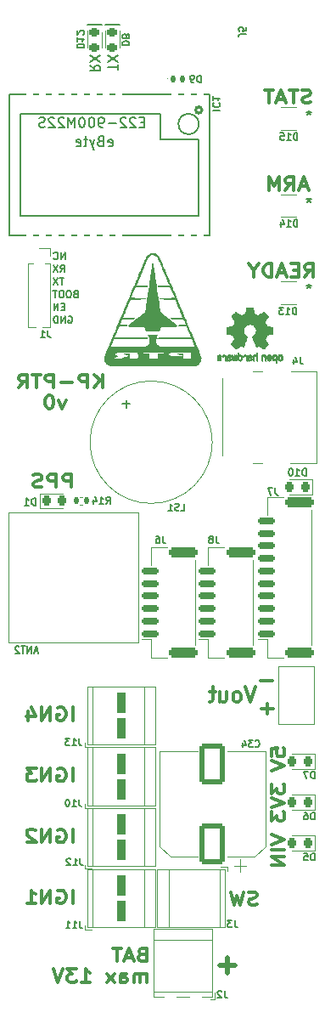
<source format=gbo>
%TF.GenerationSoftware,KiCad,Pcbnew,(6.0.1)*%
%TF.CreationDate,2022-06-27T19:55:09+02:00*%
%TF.ProjectId,kp-ptr,6b702d70-7472-42e6-9b69-6361645f7063,rev?*%
%TF.SameCoordinates,Original*%
%TF.FileFunction,Legend,Bot*%
%TF.FilePolarity,Positive*%
%FSLAX46Y46*%
G04 Gerber Fmt 4.6, Leading zero omitted, Abs format (unit mm)*
G04 Created by KiCad (PCBNEW (6.0.1)) date 2022-06-27 19:55:09*
%MOMM*%
%LPD*%
G01*
G04 APERTURE LIST*
G04 Aperture macros list*
%AMRoundRect*
0 Rectangle with rounded corners*
0 $1 Rounding radius*
0 $2 $3 $4 $5 $6 $7 $8 $9 X,Y pos of 4 corners*
0 Add a 4 corners polygon primitive as box body*
4,1,4,$2,$3,$4,$5,$6,$7,$8,$9,$2,$3,0*
0 Add four circle primitives for the rounded corners*
1,1,$1+$1,$2,$3*
1,1,$1+$1,$4,$5*
1,1,$1+$1,$6,$7*
1,1,$1+$1,$8,$9*
0 Add four rect primitives between the rounded corners*
20,1,$1+$1,$2,$3,$4,$5,0*
20,1,$1+$1,$4,$5,$6,$7,0*
20,1,$1+$1,$6,$7,$8,$9,0*
20,1,$1+$1,$8,$9,$2,$3,0*%
G04 Aperture macros list end*
%ADD10C,0.300000*%
%ADD11C,0.150000*%
%ADD12C,0.180000*%
%ADD13C,0.500000*%
%ADD14C,0.120000*%
%ADD15C,0.127000*%
%ADD16C,0.200000*%
%ADD17C,0.010000*%
%ADD18C,0.100000*%
%ADD19C,2.850000*%
%ADD20R,1.000000X1.000000*%
%ADD21O,1.000000X1.000000*%
%ADD22RoundRect,0.250000X1.000000X-1.750000X1.000000X1.750000X-1.000000X1.750000X-1.000000X-1.750000X0*%
%ADD23O,2.000000X2.500000*%
%ADD24R,2.413000X4.572000*%
%ADD25R,0.800000X2.000000*%
%ADD26RoundRect,0.150000X0.700000X-0.150000X0.700000X0.150000X-0.700000X0.150000X-0.700000X-0.150000X0*%
%ADD27RoundRect,0.250000X1.150000X-0.250000X1.150000X0.250000X-1.150000X0.250000X-1.150000X-0.250000X0*%
%ADD28RoundRect,0.135000X-0.135000X-0.185000X0.135000X-0.185000X0.135000X0.185000X-0.135000X0.185000X0*%
%ADD29C,0.700000*%
%ADD30O,3.200000X1.300000*%
%ADD31O,2.500000X1.300000*%
%ADD32RoundRect,1.050000X0.450000X0.000000X0.450000X0.000000X-0.450000X0.000000X-0.450000X0.000000X0*%
%ADD33R,0.736600X0.609600*%
%ADD34R,1.500000X5.080000*%
%ADD35C,2.000000*%
%ADD36RoundRect,0.218750X-0.256250X0.218750X-0.256250X-0.218750X0.256250X-0.218750X0.256250X0.218750X0*%
%ADD37RoundRect,0.218750X0.218750X0.256250X-0.218750X0.256250X-0.218750X-0.256250X0.218750X-0.256250X0*%
%ADD38RoundRect,0.218750X-0.218750X-0.256250X0.218750X-0.256250X0.218750X0.256250X-0.218750X0.256250X0*%
%ADD39R,2.000000X2.000000*%
%ADD40R,3.000000X2.100000*%
%ADD41RoundRect,0.147500X-0.147500X-0.172500X0.147500X-0.172500X0.147500X0.172500X-0.147500X0.172500X0*%
%ADD42R,3.302000X2.286000*%
%ADD43R,3.302000X2.447000*%
G04 APERTURE END LIST*
D10*
X154649857Y-124946242D02*
X154435571Y-125008147D01*
X154364142Y-125070052D01*
X154292714Y-125193861D01*
X154292714Y-125379576D01*
X154364142Y-125503385D01*
X154435571Y-125565290D01*
X154578428Y-125627195D01*
X155149857Y-125627195D01*
X155149857Y-124327195D01*
X154649857Y-124327195D01*
X154507000Y-124389100D01*
X154435571Y-124451004D01*
X154364142Y-124574814D01*
X154364142Y-124698623D01*
X154435571Y-124822433D01*
X154507000Y-124884338D01*
X154649857Y-124946242D01*
X155149857Y-124946242D01*
X153721285Y-125255766D02*
X153007000Y-125255766D01*
X153864142Y-125627195D02*
X153364142Y-124327195D01*
X152864142Y-125627195D01*
X152578428Y-124327195D02*
X151721285Y-124327195D01*
X152149857Y-125627195D02*
X152149857Y-124327195D01*
X155149857Y-127720195D02*
X155149857Y-126853528D01*
X155149857Y-126977338D02*
X155078428Y-126915433D01*
X154935571Y-126853528D01*
X154721285Y-126853528D01*
X154578428Y-126915433D01*
X154507000Y-127039242D01*
X154507000Y-127720195D01*
X154507000Y-127039242D02*
X154435571Y-126915433D01*
X154292714Y-126853528D01*
X154078428Y-126853528D01*
X153935571Y-126915433D01*
X153864142Y-127039242D01*
X153864142Y-127720195D01*
X152507000Y-127720195D02*
X152507000Y-127039242D01*
X152578428Y-126915433D01*
X152721285Y-126853528D01*
X153007000Y-126853528D01*
X153149857Y-126915433D01*
X152507000Y-127658290D02*
X152649857Y-127720195D01*
X153007000Y-127720195D01*
X153149857Y-127658290D01*
X153221285Y-127534480D01*
X153221285Y-127410671D01*
X153149857Y-127286861D01*
X153007000Y-127224957D01*
X152649857Y-127224957D01*
X152507000Y-127163052D01*
X151935571Y-127720195D02*
X151149857Y-126853528D01*
X151935571Y-126853528D02*
X151149857Y-127720195D01*
X148649857Y-127720195D02*
X149507000Y-127720195D01*
X149078428Y-127720195D02*
X149078428Y-126420195D01*
X149221285Y-126605909D01*
X149364142Y-126729719D01*
X149507000Y-126791623D01*
X148149857Y-126420195D02*
X147221285Y-126420195D01*
X147721285Y-126915433D01*
X147507000Y-126915433D01*
X147364142Y-126977338D01*
X147292714Y-127039242D01*
X147221285Y-127163052D01*
X147221285Y-127472576D01*
X147292714Y-127596385D01*
X147364142Y-127658290D01*
X147507000Y-127720195D01*
X147935571Y-127720195D01*
X148078428Y-127658290D01*
X148149857Y-127596385D01*
X146792714Y-126420195D02*
X146292714Y-127720195D01*
X145792714Y-126420195D01*
X167652628Y-97679657D02*
X166509771Y-97679657D01*
D11*
X147315999Y-61372000D02*
X147382666Y-61338666D01*
X147482666Y-61338666D01*
X147582666Y-61372000D01*
X147649332Y-61438666D01*
X147682666Y-61505333D01*
X147715999Y-61638666D01*
X147715999Y-61738666D01*
X147682666Y-61872000D01*
X147649332Y-61938666D01*
X147582666Y-62005333D01*
X147482666Y-62038666D01*
X147415999Y-62038666D01*
X147315999Y-62005333D01*
X147282666Y-61972000D01*
X147282666Y-61738666D01*
X147415999Y-61738666D01*
X146982666Y-62038666D02*
X146982666Y-61338666D01*
X146582666Y-62038666D01*
X146582666Y-61338666D01*
X146249332Y-62038666D02*
X146249332Y-61338666D01*
X146082666Y-61338666D01*
X145982666Y-61372000D01*
X145915999Y-61438666D01*
X145882666Y-61505333D01*
X145849332Y-61638666D01*
X145849332Y-61738666D01*
X145882666Y-61872000D01*
X145915999Y-61938666D01*
X145982666Y-62005333D01*
X146082666Y-62038666D01*
X146249332Y-62038666D01*
X146915999Y-60402000D02*
X146682666Y-60402000D01*
X146582666Y-60768666D02*
X146915999Y-60768666D01*
X146915999Y-60068666D01*
X146582666Y-60068666D01*
X146282666Y-60768666D02*
X146282666Y-60068666D01*
X145882666Y-60768666D01*
X145882666Y-60068666D01*
D10*
X147741200Y-119866495D02*
X147741200Y-118566495D01*
X146241200Y-118628400D02*
X146384057Y-118566495D01*
X146598342Y-118566495D01*
X146812628Y-118628400D01*
X146955485Y-118752209D01*
X147026914Y-118876019D01*
X147098342Y-119123638D01*
X147098342Y-119309352D01*
X147026914Y-119556971D01*
X146955485Y-119680780D01*
X146812628Y-119804590D01*
X146598342Y-119866495D01*
X146455485Y-119866495D01*
X146241200Y-119804590D01*
X146169771Y-119742685D01*
X146169771Y-119309352D01*
X146455485Y-119309352D01*
X145526914Y-119866495D02*
X145526914Y-118566495D01*
X144669771Y-119866495D01*
X144669771Y-118566495D01*
X143169771Y-119866495D02*
X144026914Y-119866495D01*
X143598342Y-119866495D02*
X143598342Y-118566495D01*
X143741200Y-118752209D01*
X143884057Y-118876019D01*
X144026914Y-118937923D01*
X147741200Y-113787427D02*
X147741200Y-112487427D01*
X146241200Y-112549332D02*
X146384057Y-112487427D01*
X146598342Y-112487427D01*
X146812628Y-112549332D01*
X146955485Y-112673141D01*
X147026914Y-112796951D01*
X147098342Y-113044570D01*
X147098342Y-113230284D01*
X147026914Y-113477903D01*
X146955485Y-113601712D01*
X146812628Y-113725522D01*
X146598342Y-113787427D01*
X146455485Y-113787427D01*
X146241200Y-113725522D01*
X146169771Y-113663617D01*
X146169771Y-113230284D01*
X146455485Y-113230284D01*
X145526914Y-113787427D02*
X145526914Y-112487427D01*
X144669771Y-113787427D01*
X144669771Y-112487427D01*
X144026914Y-112611236D02*
X143955485Y-112549332D01*
X143812628Y-112487427D01*
X143455485Y-112487427D01*
X143312628Y-112549332D01*
X143241200Y-112611236D01*
X143169771Y-112735046D01*
X143169771Y-112858855D01*
X143241200Y-113044570D01*
X144098342Y-113787427D01*
X143169771Y-113787427D01*
X166131714Y-119956990D02*
X165917428Y-120018895D01*
X165560285Y-120018895D01*
X165417428Y-119956990D01*
X165346000Y-119895085D01*
X165274571Y-119771276D01*
X165274571Y-119647466D01*
X165346000Y-119523657D01*
X165417428Y-119461752D01*
X165560285Y-119399847D01*
X165846000Y-119337942D01*
X165988857Y-119276038D01*
X166060285Y-119214133D01*
X166131714Y-119090323D01*
X166131714Y-118966514D01*
X166060285Y-118842704D01*
X165988857Y-118780800D01*
X165846000Y-118718895D01*
X165488857Y-118718895D01*
X165274571Y-118780800D01*
X164774571Y-118718895D02*
X164417428Y-120018895D01*
X164131714Y-119090323D01*
X163846000Y-120018895D01*
X163488857Y-118718895D01*
X147602342Y-78413695D02*
X147602342Y-77113695D01*
X147030914Y-77113695D01*
X146888057Y-77175600D01*
X146816628Y-77237504D01*
X146745200Y-77361314D01*
X146745200Y-77547028D01*
X146816628Y-77670838D01*
X146888057Y-77732742D01*
X147030914Y-77794647D01*
X147602342Y-77794647D01*
X146102342Y-78413695D02*
X146102342Y-77113695D01*
X145530914Y-77113695D01*
X145388057Y-77175600D01*
X145316628Y-77237504D01*
X145245200Y-77361314D01*
X145245200Y-77547028D01*
X145316628Y-77670838D01*
X145388057Y-77732742D01*
X145530914Y-77794647D01*
X146102342Y-77794647D01*
X144673771Y-78351790D02*
X144459485Y-78413695D01*
X144102342Y-78413695D01*
X143959485Y-78351790D01*
X143888057Y-78289885D01*
X143816628Y-78166076D01*
X143816628Y-78042266D01*
X143888057Y-77918457D01*
X143959485Y-77856552D01*
X144102342Y-77794647D01*
X144388057Y-77732742D01*
X144530914Y-77670838D01*
X144602342Y-77608933D01*
X144673771Y-77485123D01*
X144673771Y-77361314D01*
X144602342Y-77237504D01*
X144530914Y-77175600D01*
X144388057Y-77113695D01*
X144030914Y-77113695D01*
X143816628Y-77175600D01*
D12*
X149458419Y-36353713D02*
X149934609Y-36687047D01*
X149458419Y-36925142D02*
X150458419Y-36925142D01*
X150458419Y-36544189D01*
X150410800Y-36448951D01*
X150363180Y-36401332D01*
X150267942Y-36353713D01*
X150125085Y-36353713D01*
X150029847Y-36401332D01*
X149982228Y-36448951D01*
X149934609Y-36544189D01*
X149934609Y-36925142D01*
X150458419Y-36020380D02*
X149458419Y-35353713D01*
X150458419Y-35353713D02*
X149458419Y-36020380D01*
D10*
X171479885Y-40048590D02*
X171265600Y-40110495D01*
X170908457Y-40110495D01*
X170765600Y-40048590D01*
X170694171Y-39986685D01*
X170622742Y-39862876D01*
X170622742Y-39739066D01*
X170694171Y-39615257D01*
X170765600Y-39553352D01*
X170908457Y-39491447D01*
X171194171Y-39429542D01*
X171337028Y-39367638D01*
X171408457Y-39305733D01*
X171479885Y-39181923D01*
X171479885Y-39058114D01*
X171408457Y-38934304D01*
X171337028Y-38872400D01*
X171194171Y-38810495D01*
X170837028Y-38810495D01*
X170622742Y-38872400D01*
X170194171Y-38810495D02*
X169337028Y-38810495D01*
X169765600Y-40110495D02*
X169765600Y-38810495D01*
X168908457Y-39739066D02*
X168194171Y-39739066D01*
X169051314Y-40110495D02*
X168551314Y-38810495D01*
X168051314Y-40110495D01*
X167765600Y-38810495D02*
X166908457Y-38810495D01*
X167337028Y-40110495D02*
X167337028Y-38810495D01*
X167754228Y-100473657D02*
X166611371Y-100473657D01*
X167182800Y-100968895D02*
X167182800Y-99978419D01*
D12*
X152236419Y-36829904D02*
X152236419Y-36258476D01*
X151236419Y-36544190D02*
X152236419Y-36544190D01*
X152236419Y-36020380D02*
X151236419Y-35353714D01*
X152236419Y-35353714D02*
X151236419Y-36020380D01*
D10*
X170906000Y-57433295D02*
X171406000Y-56814247D01*
X171763142Y-57433295D02*
X171763142Y-56133295D01*
X171191714Y-56133295D01*
X171048857Y-56195200D01*
X170977428Y-56257104D01*
X170906000Y-56380914D01*
X170906000Y-56566628D01*
X170977428Y-56690438D01*
X171048857Y-56752342D01*
X171191714Y-56814247D01*
X171763142Y-56814247D01*
X170263142Y-56752342D02*
X169763142Y-56752342D01*
X169548857Y-57433295D02*
X170263142Y-57433295D01*
X170263142Y-56133295D01*
X169548857Y-56133295D01*
X168977428Y-57061866D02*
X168263142Y-57061866D01*
X169120285Y-57433295D02*
X168620285Y-56133295D01*
X168120285Y-57433295D01*
X167620285Y-57433295D02*
X167620285Y-56133295D01*
X167263142Y-56133295D01*
X167048857Y-56195200D01*
X166906000Y-56319009D01*
X166834571Y-56442819D01*
X166763142Y-56690438D01*
X166763142Y-56876152D01*
X166834571Y-57123771D01*
X166906000Y-57247580D01*
X167048857Y-57371390D01*
X167263142Y-57433295D01*
X167620285Y-57433295D01*
X165834571Y-56814247D02*
X165834571Y-57433295D01*
X166334571Y-56133295D02*
X165834571Y-56814247D01*
X165334571Y-56133295D01*
D11*
X146515999Y-56958666D02*
X146749333Y-56625333D01*
X146915999Y-56958666D02*
X146915999Y-56258666D01*
X146649333Y-56258666D01*
X146582666Y-56292000D01*
X146549333Y-56325333D01*
X146515999Y-56392000D01*
X146515999Y-56492000D01*
X146549333Y-56558666D01*
X146582666Y-56592000D01*
X146649333Y-56625333D01*
X146915999Y-56625333D01*
X146282666Y-56258666D02*
X145815999Y-56958666D01*
X145815999Y-56258666D02*
X146282666Y-56958666D01*
D10*
X150713485Y-68477195D02*
X150713485Y-67177195D01*
X149856342Y-68477195D02*
X150499200Y-67734338D01*
X149856342Y-67177195D02*
X150713485Y-67920052D01*
X149213485Y-68477195D02*
X149213485Y-67177195D01*
X148642057Y-67177195D01*
X148499200Y-67239100D01*
X148427771Y-67301004D01*
X148356342Y-67424814D01*
X148356342Y-67610528D01*
X148427771Y-67734338D01*
X148499200Y-67796242D01*
X148642057Y-67858147D01*
X149213485Y-67858147D01*
X147713485Y-67981957D02*
X146570628Y-67981957D01*
X145856342Y-68477195D02*
X145856342Y-67177195D01*
X145284914Y-67177195D01*
X145142057Y-67239100D01*
X145070628Y-67301004D01*
X144999200Y-67424814D01*
X144999200Y-67610528D01*
X145070628Y-67734338D01*
X145142057Y-67796242D01*
X145284914Y-67858147D01*
X145856342Y-67858147D01*
X144570628Y-67177195D02*
X143713485Y-67177195D01*
X144142057Y-68477195D02*
X144142057Y-67177195D01*
X142356342Y-68477195D02*
X142856342Y-67858147D01*
X143213485Y-68477195D02*
X143213485Y-67177195D01*
X142642057Y-67177195D01*
X142499200Y-67239100D01*
X142427771Y-67301004D01*
X142356342Y-67424814D01*
X142356342Y-67610528D01*
X142427771Y-67734338D01*
X142499200Y-67796242D01*
X142642057Y-67858147D01*
X143213485Y-67858147D01*
X147070628Y-69703528D02*
X146713485Y-70570195D01*
X146356342Y-69703528D01*
X145499200Y-69270195D02*
X145356342Y-69270195D01*
X145213485Y-69332100D01*
X145142057Y-69394004D01*
X145070628Y-69517814D01*
X144999200Y-69765433D01*
X144999200Y-70074957D01*
X145070628Y-70322576D01*
X145142057Y-70446385D01*
X145213485Y-70508290D01*
X145356342Y-70570195D01*
X145499200Y-70570195D01*
X145642057Y-70508290D01*
X145713485Y-70446385D01*
X145784914Y-70322576D01*
X145856342Y-70074957D01*
X145856342Y-69765433D01*
X145784914Y-69517814D01*
X145713485Y-69394004D01*
X145642057Y-69332100D01*
X145499200Y-69270195D01*
D11*
X146982666Y-55688666D02*
X146982666Y-54988666D01*
X146582666Y-55688666D01*
X146582666Y-54988666D01*
X145849332Y-55622000D02*
X145882666Y-55655333D01*
X145982666Y-55688666D01*
X146049332Y-55688666D01*
X146149332Y-55655333D01*
X146215999Y-55588666D01*
X146249332Y-55522000D01*
X146282666Y-55388666D01*
X146282666Y-55288666D01*
X146249332Y-55155333D01*
X146215999Y-55088666D01*
X146149332Y-55022000D01*
X146049332Y-54988666D01*
X145982666Y-54988666D01*
X145882666Y-55022000D01*
X145849332Y-55055333D01*
X146849333Y-57528666D02*
X146449333Y-57528666D01*
X146649333Y-58228666D02*
X146649333Y-57528666D01*
X146282666Y-57528666D02*
X145816000Y-58228666D01*
X145816000Y-57528666D02*
X146282666Y-58228666D01*
D10*
X167588495Y-113012742D02*
X168888495Y-113512742D01*
X167588495Y-114012742D01*
X168888495Y-114512742D02*
X167588495Y-114512742D01*
X168888495Y-115227028D02*
X167588495Y-115227028D01*
X168888495Y-116084171D01*
X167588495Y-116084171D01*
X147741200Y-101629295D02*
X147741200Y-100329295D01*
X146241200Y-100391200D02*
X146384057Y-100329295D01*
X146598342Y-100329295D01*
X146812628Y-100391200D01*
X146955485Y-100515009D01*
X147026914Y-100638819D01*
X147098342Y-100886438D01*
X147098342Y-101072152D01*
X147026914Y-101319771D01*
X146955485Y-101443580D01*
X146812628Y-101567390D01*
X146598342Y-101629295D01*
X146455485Y-101629295D01*
X146241200Y-101567390D01*
X146169771Y-101505485D01*
X146169771Y-101072152D01*
X146455485Y-101072152D01*
X145526914Y-101629295D02*
X145526914Y-100329295D01*
X144669771Y-101629295D01*
X144669771Y-100329295D01*
X143312628Y-100762628D02*
X143312628Y-101629295D01*
X143669771Y-100267390D02*
X144026914Y-101195961D01*
X143098342Y-101195961D01*
D13*
X163210857Y-125272895D02*
X163210857Y-126796704D01*
X163972761Y-126034800D02*
X162448952Y-126034800D01*
D10*
X167588495Y-105175085D02*
X167588495Y-104460800D01*
X168207542Y-104389371D01*
X168145638Y-104460800D01*
X168083733Y-104603657D01*
X168083733Y-104960800D01*
X168145638Y-105103657D01*
X168207542Y-105175085D01*
X168331352Y-105246514D01*
X168640876Y-105246514D01*
X168764685Y-105175085D01*
X168826590Y-105103657D01*
X168888495Y-104960800D01*
X168888495Y-104603657D01*
X168826590Y-104460800D01*
X168764685Y-104389371D01*
X167588495Y-105675085D02*
X168888495Y-106175085D01*
X167588495Y-106675085D01*
X171179085Y-48425866D02*
X170464800Y-48425866D01*
X171321942Y-48797295D02*
X170821942Y-47497295D01*
X170321942Y-48797295D01*
X168964800Y-48797295D02*
X169464800Y-48178247D01*
X169821942Y-48797295D02*
X169821942Y-47497295D01*
X169250514Y-47497295D01*
X169107657Y-47559200D01*
X169036228Y-47621104D01*
X168964800Y-47744914D01*
X168964800Y-47930628D01*
X169036228Y-48054438D01*
X169107657Y-48116342D01*
X169250514Y-48178247D01*
X169821942Y-48178247D01*
X168321942Y-48797295D02*
X168321942Y-47497295D01*
X167821942Y-48425866D01*
X167321942Y-47497295D01*
X167321942Y-48797295D01*
X165963314Y-98289371D02*
X165463314Y-99789371D01*
X164963314Y-98289371D01*
X164249028Y-99789371D02*
X164391885Y-99717942D01*
X164463314Y-99646514D01*
X164534742Y-99503657D01*
X164534742Y-99075085D01*
X164463314Y-98932228D01*
X164391885Y-98860800D01*
X164249028Y-98789371D01*
X164034742Y-98789371D01*
X163891885Y-98860800D01*
X163820457Y-98932228D01*
X163749028Y-99075085D01*
X163749028Y-99503657D01*
X163820457Y-99646514D01*
X163891885Y-99717942D01*
X164034742Y-99789371D01*
X164249028Y-99789371D01*
X162463314Y-98789371D02*
X162463314Y-99789371D01*
X163106171Y-98789371D02*
X163106171Y-99575085D01*
X163034742Y-99717942D01*
X162891885Y-99789371D01*
X162677600Y-99789371D01*
X162534742Y-99717942D01*
X162463314Y-99646514D01*
X161963314Y-98789371D02*
X161391885Y-98789371D01*
X161749028Y-98289371D02*
X161749028Y-99575085D01*
X161677600Y-99717942D01*
X161534742Y-99789371D01*
X161391885Y-99789371D01*
X147741200Y-107708361D02*
X147741200Y-106408361D01*
X146241200Y-106470266D02*
X146384057Y-106408361D01*
X146598342Y-106408361D01*
X146812628Y-106470266D01*
X146955485Y-106594075D01*
X147026914Y-106717885D01*
X147098342Y-106965504D01*
X147098342Y-107151218D01*
X147026914Y-107398837D01*
X146955485Y-107522646D01*
X146812628Y-107646456D01*
X146598342Y-107708361D01*
X146455485Y-107708361D01*
X146241200Y-107646456D01*
X146169771Y-107584551D01*
X146169771Y-107151218D01*
X146455485Y-107151218D01*
X145526914Y-107708361D02*
X145526914Y-106408361D01*
X144669771Y-107708361D01*
X144669771Y-106408361D01*
X144098342Y-106408361D02*
X143169771Y-106408361D01*
X143669771Y-106903599D01*
X143455485Y-106903599D01*
X143312628Y-106965504D01*
X143241200Y-107027408D01*
X143169771Y-107151218D01*
X143169771Y-107460742D01*
X143241200Y-107584551D01*
X143312628Y-107646456D01*
X143455485Y-107708361D01*
X143884057Y-107708361D01*
X144026914Y-107646456D01*
X144098342Y-107584551D01*
D11*
X148016000Y-59132000D02*
X147916000Y-59165333D01*
X147882666Y-59198666D01*
X147849333Y-59265333D01*
X147849333Y-59365333D01*
X147882666Y-59432000D01*
X147916000Y-59465333D01*
X147982666Y-59498666D01*
X148249333Y-59498666D01*
X148249333Y-58798666D01*
X148016000Y-58798666D01*
X147949333Y-58832000D01*
X147916000Y-58865333D01*
X147882666Y-58932000D01*
X147882666Y-58998666D01*
X147916000Y-59065333D01*
X147949333Y-59098666D01*
X148016000Y-59132000D01*
X148249333Y-59132000D01*
X147416000Y-58798666D02*
X147282666Y-58798666D01*
X147216000Y-58832000D01*
X147149333Y-58898666D01*
X147116000Y-59032000D01*
X147116000Y-59265333D01*
X147149333Y-59398666D01*
X147216000Y-59465333D01*
X147282666Y-59498666D01*
X147416000Y-59498666D01*
X147482666Y-59465333D01*
X147549333Y-59398666D01*
X147582666Y-59265333D01*
X147582666Y-59032000D01*
X147549333Y-58898666D01*
X147482666Y-58832000D01*
X147416000Y-58798666D01*
X146682666Y-58798666D02*
X146549333Y-58798666D01*
X146482666Y-58832000D01*
X146416000Y-58898666D01*
X146382666Y-59032000D01*
X146382666Y-59265333D01*
X146416000Y-59398666D01*
X146482666Y-59465333D01*
X146549333Y-59498666D01*
X146682666Y-59498666D01*
X146749333Y-59465333D01*
X146816000Y-59398666D01*
X146849333Y-59265333D01*
X146849333Y-59032000D01*
X146816000Y-58898666D01*
X146749333Y-58832000D01*
X146682666Y-58798666D01*
X146182666Y-58798666D02*
X145782666Y-58798666D01*
X145982666Y-59498666D02*
X145982666Y-58798666D01*
D10*
X167588495Y-107972457D02*
X167588495Y-108901028D01*
X168083733Y-108401028D01*
X168083733Y-108615314D01*
X168145638Y-108758171D01*
X168207542Y-108829600D01*
X168331352Y-108901028D01*
X168640876Y-108901028D01*
X168764685Y-108829600D01*
X168826590Y-108758171D01*
X168888495Y-108615314D01*
X168888495Y-108186742D01*
X168826590Y-108043885D01*
X168764685Y-107972457D01*
X167588495Y-109329600D02*
X168888495Y-109829600D01*
X167588495Y-110329600D01*
X167588495Y-110686742D02*
X167588495Y-111615314D01*
X168083733Y-111115314D01*
X168083733Y-111329600D01*
X168145638Y-111472457D01*
X168207542Y-111543885D01*
X168331352Y-111615314D01*
X168640876Y-111615314D01*
X168764685Y-111543885D01*
X168826590Y-111472457D01*
X168888495Y-111329600D01*
X168888495Y-110901028D01*
X168826590Y-110758171D01*
X168764685Y-110686742D01*
D11*
%TO.C,J1*%
X145267333Y-62761066D02*
X145267333Y-63261066D01*
X145300666Y-63361066D01*
X145367333Y-63427733D01*
X145467333Y-63461066D01*
X145534000Y-63461066D01*
X144567333Y-63461066D02*
X144967333Y-63461066D01*
X144767333Y-63461066D02*
X144767333Y-62761066D01*
X144834000Y-62861066D01*
X144900666Y-62927733D01*
X144967333Y-62961066D01*
%TO.C,C34*%
X165956400Y-104237600D02*
X165989733Y-104270933D01*
X166089733Y-104304266D01*
X166156400Y-104304266D01*
X166256400Y-104270933D01*
X166323066Y-104204266D01*
X166356400Y-104137600D01*
X166389733Y-104004266D01*
X166389733Y-103904266D01*
X166356400Y-103770933D01*
X166323066Y-103704266D01*
X166256400Y-103637600D01*
X166156400Y-103604266D01*
X166089733Y-103604266D01*
X165989733Y-103637600D01*
X165956400Y-103670933D01*
X165723066Y-103604266D02*
X165289733Y-103604266D01*
X165523066Y-103870933D01*
X165423066Y-103870933D01*
X165356400Y-103904266D01*
X165323066Y-103937600D01*
X165289733Y-104004266D01*
X165289733Y-104170933D01*
X165323066Y-104237600D01*
X165356400Y-104270933D01*
X165423066Y-104304266D01*
X165623066Y-104304266D01*
X165689733Y-104270933D01*
X165723066Y-104237600D01*
X164689733Y-103837600D02*
X164689733Y-104304266D01*
X164856400Y-103570933D02*
X165023066Y-104070933D01*
X164589733Y-104070933D01*
%TO.C,J2*%
X162892533Y-128585466D02*
X162892533Y-129085466D01*
X162925866Y-129185466D01*
X162992533Y-129252133D01*
X163092533Y-129285466D01*
X163159200Y-129285466D01*
X162592533Y-128652133D02*
X162559200Y-128618800D01*
X162492533Y-128585466D01*
X162325866Y-128585466D01*
X162259200Y-128618800D01*
X162225866Y-128652133D01*
X162192533Y-128718800D01*
X162192533Y-128785466D01*
X162225866Y-128885466D01*
X162625866Y-129285466D01*
X162192533Y-129285466D01*
%TO.C,IC1*%
X161735333Y-40840733D02*
X162435333Y-40840733D01*
X161802000Y-40107400D02*
X161768666Y-40140733D01*
X161735333Y-40240733D01*
X161735333Y-40307400D01*
X161768666Y-40407400D01*
X161835333Y-40474066D01*
X161902000Y-40507400D01*
X162035333Y-40540733D01*
X162135333Y-40540733D01*
X162268666Y-40507400D01*
X162335333Y-40474066D01*
X162402000Y-40407400D01*
X162435333Y-40307400D01*
X162435333Y-40240733D01*
X162402000Y-40140733D01*
X162368666Y-40107400D01*
X161735333Y-39440733D02*
X161735333Y-39840733D01*
X161735333Y-39640733D02*
X162435333Y-39640733D01*
X162335333Y-39707400D01*
X162268666Y-39774066D01*
X162235333Y-39840733D01*
X154871085Y-42016371D02*
X154537752Y-42016371D01*
X154394895Y-42540180D02*
X154871085Y-42540180D01*
X154871085Y-41540180D01*
X154394895Y-41540180D01*
X154013942Y-41635419D02*
X153966323Y-41587800D01*
X153871085Y-41540180D01*
X153632990Y-41540180D01*
X153537752Y-41587800D01*
X153490133Y-41635419D01*
X153442514Y-41730657D01*
X153442514Y-41825895D01*
X153490133Y-41968752D01*
X154061561Y-42540180D01*
X153442514Y-42540180D01*
X153061561Y-41635419D02*
X153013942Y-41587800D01*
X152918704Y-41540180D01*
X152680609Y-41540180D01*
X152585371Y-41587800D01*
X152537752Y-41635419D01*
X152490133Y-41730657D01*
X152490133Y-41825895D01*
X152537752Y-41968752D01*
X153109180Y-42540180D01*
X152490133Y-42540180D01*
X152061561Y-42159228D02*
X151299657Y-42159228D01*
X150775847Y-42540180D02*
X150585371Y-42540180D01*
X150490133Y-42492561D01*
X150442514Y-42444942D01*
X150347276Y-42302085D01*
X150299657Y-42111609D01*
X150299657Y-41730657D01*
X150347276Y-41635419D01*
X150394895Y-41587800D01*
X150490133Y-41540180D01*
X150680609Y-41540180D01*
X150775847Y-41587800D01*
X150823466Y-41635419D01*
X150871085Y-41730657D01*
X150871085Y-41968752D01*
X150823466Y-42063990D01*
X150775847Y-42111609D01*
X150680609Y-42159228D01*
X150490133Y-42159228D01*
X150394895Y-42111609D01*
X150347276Y-42063990D01*
X150299657Y-41968752D01*
X149680609Y-41540180D02*
X149585371Y-41540180D01*
X149490133Y-41587800D01*
X149442514Y-41635419D01*
X149394895Y-41730657D01*
X149347276Y-41921133D01*
X149347276Y-42159228D01*
X149394895Y-42349704D01*
X149442514Y-42444942D01*
X149490133Y-42492561D01*
X149585371Y-42540180D01*
X149680609Y-42540180D01*
X149775847Y-42492561D01*
X149823466Y-42444942D01*
X149871085Y-42349704D01*
X149918704Y-42159228D01*
X149918704Y-41921133D01*
X149871085Y-41730657D01*
X149823466Y-41635419D01*
X149775847Y-41587800D01*
X149680609Y-41540180D01*
X148728228Y-41540180D02*
X148632990Y-41540180D01*
X148537752Y-41587800D01*
X148490133Y-41635419D01*
X148442514Y-41730657D01*
X148394895Y-41921133D01*
X148394895Y-42159228D01*
X148442514Y-42349704D01*
X148490133Y-42444942D01*
X148537752Y-42492561D01*
X148632990Y-42540180D01*
X148728228Y-42540180D01*
X148823466Y-42492561D01*
X148871085Y-42444942D01*
X148918704Y-42349704D01*
X148966323Y-42159228D01*
X148966323Y-41921133D01*
X148918704Y-41730657D01*
X148871085Y-41635419D01*
X148823466Y-41587800D01*
X148728228Y-41540180D01*
X147966323Y-42540180D02*
X147966323Y-41540180D01*
X147632990Y-42254466D01*
X147299657Y-41540180D01*
X147299657Y-42540180D01*
X146871085Y-41635419D02*
X146823466Y-41587800D01*
X146728228Y-41540180D01*
X146490133Y-41540180D01*
X146394895Y-41587800D01*
X146347276Y-41635419D01*
X146299657Y-41730657D01*
X146299657Y-41825895D01*
X146347276Y-41968752D01*
X146918704Y-42540180D01*
X146299657Y-42540180D01*
X145918704Y-41635419D02*
X145871085Y-41587800D01*
X145775847Y-41540180D01*
X145537752Y-41540180D01*
X145442514Y-41587800D01*
X145394895Y-41635419D01*
X145347276Y-41730657D01*
X145347276Y-41825895D01*
X145394895Y-41968752D01*
X145966323Y-42540180D01*
X145347276Y-42540180D01*
X144966323Y-42492561D02*
X144823466Y-42540180D01*
X144585371Y-42540180D01*
X144490133Y-42492561D01*
X144442514Y-42444942D01*
X144394895Y-42349704D01*
X144394895Y-42254466D01*
X144442514Y-42159228D01*
X144490133Y-42111609D01*
X144585371Y-42063990D01*
X144775847Y-42016371D01*
X144871085Y-41968752D01*
X144918704Y-41921133D01*
X144966323Y-41825895D01*
X144966323Y-41730657D01*
X144918704Y-41635419D01*
X144871085Y-41587800D01*
X144775847Y-41540180D01*
X144537752Y-41540180D01*
X144394895Y-41587800D01*
X151315561Y-44397561D02*
X151410800Y-44445180D01*
X151601276Y-44445180D01*
X151696514Y-44397561D01*
X151744133Y-44302323D01*
X151744133Y-43921371D01*
X151696514Y-43826133D01*
X151601276Y-43778514D01*
X151410800Y-43778514D01*
X151315561Y-43826133D01*
X151267942Y-43921371D01*
X151267942Y-44016609D01*
X151744133Y-44111847D01*
X150506038Y-43921371D02*
X150363180Y-43968990D01*
X150315561Y-44016609D01*
X150267942Y-44111847D01*
X150267942Y-44254704D01*
X150315561Y-44349942D01*
X150363180Y-44397561D01*
X150458419Y-44445180D01*
X150839371Y-44445180D01*
X150839371Y-43445180D01*
X150506038Y-43445180D01*
X150410800Y-43492800D01*
X150363180Y-43540419D01*
X150315561Y-43635657D01*
X150315561Y-43730895D01*
X150363180Y-43826133D01*
X150410800Y-43873752D01*
X150506038Y-43921371D01*
X150839371Y-43921371D01*
X149934609Y-43778514D02*
X149696514Y-44445180D01*
X149458419Y-43778514D02*
X149696514Y-44445180D01*
X149791752Y-44683276D01*
X149839371Y-44730895D01*
X149934609Y-44778514D01*
X149220323Y-43778514D02*
X148839371Y-43778514D01*
X149077466Y-43445180D02*
X149077466Y-44302323D01*
X149029847Y-44397561D01*
X148934609Y-44445180D01*
X148839371Y-44445180D01*
X148125085Y-44397561D02*
X148220323Y-44445180D01*
X148410800Y-44445180D01*
X148506038Y-44397561D01*
X148553657Y-44302323D01*
X148553657Y-43921371D01*
X148506038Y-43826133D01*
X148410800Y-43778514D01*
X148220323Y-43778514D01*
X148125085Y-43826133D01*
X148077466Y-43921371D01*
X148077466Y-44016609D01*
X148553657Y-44111847D01*
%TO.C,J7*%
X167963333Y-78483666D02*
X167963333Y-78983666D01*
X167996666Y-79083666D01*
X168063333Y-79150333D01*
X168163333Y-79183666D01*
X168230000Y-79183666D01*
X167696666Y-78483666D02*
X167230000Y-78483666D01*
X167530000Y-79183666D01*
%TO.C,R14*%
X151072000Y-80072666D02*
X151305333Y-79739333D01*
X151472000Y-80072666D02*
X151472000Y-79372666D01*
X151205333Y-79372666D01*
X151138666Y-79406000D01*
X151105333Y-79439333D01*
X151072000Y-79506000D01*
X151072000Y-79606000D01*
X151105333Y-79672666D01*
X151138666Y-79706000D01*
X151205333Y-79739333D01*
X151472000Y-79739333D01*
X150405333Y-80072666D02*
X150805333Y-80072666D01*
X150605333Y-80072666D02*
X150605333Y-79372666D01*
X150672000Y-79472666D01*
X150738666Y-79539333D01*
X150805333Y-79572666D01*
X149805333Y-79606000D02*
X149805333Y-80072666D01*
X149972000Y-79339333D02*
X150138666Y-79839333D01*
X149705333Y-79839333D01*
%TO.C,J4*%
X170438733Y-65428066D02*
X170438733Y-65928066D01*
X170472066Y-66028066D01*
X170538733Y-66094733D01*
X170638733Y-66128066D01*
X170705400Y-66128066D01*
X169805400Y-65661400D02*
X169805400Y-66128066D01*
X169972066Y-65394733D02*
X170138733Y-65894733D01*
X169705400Y-65894733D01*
%TO.C,J10*%
X148394666Y-109497066D02*
X148394666Y-109997066D01*
X148428000Y-110097066D01*
X148494666Y-110163733D01*
X148594666Y-110197066D01*
X148661333Y-110197066D01*
X147694666Y-110197066D02*
X148094666Y-110197066D01*
X147894666Y-110197066D02*
X147894666Y-109497066D01*
X147961333Y-109597066D01*
X148028000Y-109663733D01*
X148094666Y-109697066D01*
X147261333Y-109497066D02*
X147194666Y-109497066D01*
X147128000Y-109530400D01*
X147094666Y-109563733D01*
X147061333Y-109630400D01*
X147028000Y-109763733D01*
X147028000Y-109930400D01*
X147061333Y-110063733D01*
X147094666Y-110130400D01*
X147128000Y-110163733D01*
X147194666Y-110197066D01*
X147261333Y-110197066D01*
X147328000Y-110163733D01*
X147361333Y-110130400D01*
X147394666Y-110063733D01*
X147428000Y-109930400D01*
X147428000Y-109763733D01*
X147394666Y-109630400D01*
X147361333Y-109563733D01*
X147328000Y-109530400D01*
X147261333Y-109497066D01*
%TO.C,D15*%
X170166400Y-43801466D02*
X170166400Y-43101466D01*
X169999733Y-43101466D01*
X169899733Y-43134800D01*
X169833066Y-43201466D01*
X169799733Y-43268133D01*
X169766400Y-43401466D01*
X169766400Y-43501466D01*
X169799733Y-43634800D01*
X169833066Y-43701466D01*
X169899733Y-43768133D01*
X169999733Y-43801466D01*
X170166400Y-43801466D01*
X169099733Y-43801466D02*
X169499733Y-43801466D01*
X169299733Y-43801466D02*
X169299733Y-43101466D01*
X169366400Y-43201466D01*
X169433066Y-43268133D01*
X169499733Y-43301466D01*
X168466400Y-43101466D02*
X168799733Y-43101466D01*
X168833066Y-43434800D01*
X168799733Y-43401466D01*
X168733066Y-43368133D01*
X168566400Y-43368133D01*
X168499733Y-43401466D01*
X168466400Y-43434800D01*
X168433066Y-43501466D01*
X168433066Y-43668133D01*
X168466400Y-43734800D01*
X168499733Y-43768133D01*
X168566400Y-43801466D01*
X168733066Y-43801466D01*
X168799733Y-43768133D01*
X168833066Y-43734800D01*
X171323000Y-40854380D02*
X171323000Y-41092476D01*
X171561095Y-40997238D02*
X171323000Y-41092476D01*
X171084904Y-40997238D01*
X171465857Y-41282952D02*
X171323000Y-41092476D01*
X171180142Y-41282952D01*
X171323000Y-40854380D02*
X171323000Y-41092476D01*
X171561095Y-40997238D02*
X171323000Y-41092476D01*
X171084904Y-40997238D01*
X171465857Y-41282952D02*
X171323000Y-41092476D01*
X171180142Y-41282952D01*
%TO.C,J5*%
X165026133Y-33253333D02*
X164526133Y-33253333D01*
X164426133Y-33286666D01*
X164359466Y-33353333D01*
X164326133Y-33453333D01*
X164326133Y-33520000D01*
X165026133Y-32586666D02*
X165026133Y-32920000D01*
X164692800Y-32953333D01*
X164726133Y-32920000D01*
X164759466Y-32853333D01*
X164759466Y-32686666D01*
X164726133Y-32620000D01*
X164692800Y-32586666D01*
X164626133Y-32553333D01*
X164459466Y-32553333D01*
X164392800Y-32586666D01*
X164359466Y-32620000D01*
X164326133Y-32686666D01*
X164326133Y-32853333D01*
X164359466Y-32920000D01*
X164392800Y-32953333D01*
%TO.C,ANT2*%
X144262333Y-94731666D02*
X143929000Y-94731666D01*
X144329000Y-94931666D02*
X144095666Y-94231666D01*
X143862333Y-94931666D01*
X143629000Y-94931666D02*
X143629000Y-94231666D01*
X143229000Y-94931666D01*
X143229000Y-94231666D01*
X142995666Y-94231666D02*
X142595666Y-94231666D01*
X142795666Y-94931666D02*
X142795666Y-94231666D01*
X142395666Y-94298333D02*
X142362333Y-94265000D01*
X142295666Y-94231666D01*
X142129000Y-94231666D01*
X142062333Y-94265000D01*
X142029000Y-94298333D01*
X141995666Y-94365000D01*
X141995666Y-94431666D01*
X142029000Y-94531666D01*
X142429000Y-94931666D01*
X141995666Y-94931666D01*
%TO.C,D12*%
X148171733Y-34632000D02*
X148871733Y-34632000D01*
X148871733Y-34465333D01*
X148838400Y-34365333D01*
X148771733Y-34298666D01*
X148705066Y-34265333D01*
X148571733Y-34232000D01*
X148471733Y-34232000D01*
X148338400Y-34265333D01*
X148271733Y-34298666D01*
X148205066Y-34365333D01*
X148171733Y-34465333D01*
X148171733Y-34632000D01*
X148171733Y-33565333D02*
X148171733Y-33965333D01*
X148171733Y-33765333D02*
X148871733Y-33765333D01*
X148771733Y-33832000D01*
X148705066Y-33898666D01*
X148671733Y-33965333D01*
X148805066Y-33298666D02*
X148838400Y-33265333D01*
X148871733Y-33198666D01*
X148871733Y-33032000D01*
X148838400Y-32965333D01*
X148805066Y-32932000D01*
X148738400Y-32898666D01*
X148671733Y-32898666D01*
X148571733Y-32932000D01*
X148171733Y-33332000D01*
X148171733Y-32898666D01*
%TO.C,J8*%
X162063333Y-83269666D02*
X162063333Y-83769666D01*
X162096666Y-83869666D01*
X162163333Y-83936333D01*
X162263333Y-83969666D01*
X162330000Y-83969666D01*
X161630000Y-83569666D02*
X161696666Y-83536333D01*
X161730000Y-83503000D01*
X161763333Y-83436333D01*
X161763333Y-83403000D01*
X161730000Y-83336333D01*
X161696666Y-83303000D01*
X161630000Y-83269666D01*
X161496666Y-83269666D01*
X161430000Y-83303000D01*
X161396666Y-83336333D01*
X161363333Y-83403000D01*
X161363333Y-83436333D01*
X161396666Y-83503000D01*
X161430000Y-83536333D01*
X161496666Y-83569666D01*
X161630000Y-83569666D01*
X161696666Y-83603000D01*
X161730000Y-83636333D01*
X161763333Y-83703000D01*
X161763333Y-83836333D01*
X161730000Y-83903000D01*
X161696666Y-83936333D01*
X161630000Y-83969666D01*
X161496666Y-83969666D01*
X161430000Y-83936333D01*
X161396666Y-83903000D01*
X161363333Y-83836333D01*
X161363333Y-83703000D01*
X161396666Y-83636333D01*
X161430000Y-83603000D01*
X161496666Y-83569666D01*
%TO.C,J12*%
X148496266Y-115389866D02*
X148496266Y-115889866D01*
X148529600Y-115989866D01*
X148596266Y-116056533D01*
X148696266Y-116089866D01*
X148762933Y-116089866D01*
X147796266Y-116089866D02*
X148196266Y-116089866D01*
X147996266Y-116089866D02*
X147996266Y-115389866D01*
X148062933Y-115489866D01*
X148129600Y-115556533D01*
X148196266Y-115589866D01*
X147529600Y-115456533D02*
X147496266Y-115423200D01*
X147429600Y-115389866D01*
X147262933Y-115389866D01*
X147196266Y-115423200D01*
X147162933Y-115456533D01*
X147129600Y-115523200D01*
X147129600Y-115589866D01*
X147162933Y-115689866D01*
X147562933Y-116089866D01*
X147129600Y-116089866D01*
%TO.C,D7*%
X171865066Y-107403066D02*
X171865066Y-106703066D01*
X171698400Y-106703066D01*
X171598400Y-106736400D01*
X171531733Y-106803066D01*
X171498400Y-106869733D01*
X171465066Y-107003066D01*
X171465066Y-107103066D01*
X171498400Y-107236400D01*
X171531733Y-107303066D01*
X171598400Y-107369733D01*
X171698400Y-107403066D01*
X171865066Y-107403066D01*
X171231733Y-106703066D02*
X170765066Y-106703066D01*
X171065066Y-107403066D01*
%TO.C,D8*%
X152692933Y-34349466D02*
X153392933Y-34349466D01*
X153392933Y-34182800D01*
X153359600Y-34082800D01*
X153292933Y-34016133D01*
X153226266Y-33982800D01*
X153092933Y-33949466D01*
X152992933Y-33949466D01*
X152859600Y-33982800D01*
X152792933Y-34016133D01*
X152726266Y-34082800D01*
X152692933Y-34182800D01*
X152692933Y-34349466D01*
X153092933Y-33549466D02*
X153126266Y-33616133D01*
X153159600Y-33649466D01*
X153226266Y-33682800D01*
X153259600Y-33682800D01*
X153326266Y-33649466D01*
X153359600Y-33616133D01*
X153392933Y-33549466D01*
X153392933Y-33416133D01*
X153359600Y-33349466D01*
X153326266Y-33316133D01*
X153259600Y-33282800D01*
X153226266Y-33282800D01*
X153159600Y-33316133D01*
X153126266Y-33349466D01*
X153092933Y-33416133D01*
X153092933Y-33549466D01*
X153059600Y-33616133D01*
X153026266Y-33649466D01*
X152959600Y-33682800D01*
X152826266Y-33682800D01*
X152759600Y-33649466D01*
X152726266Y-33616133D01*
X152692933Y-33549466D01*
X152692933Y-33416133D01*
X152726266Y-33349466D01*
X152759600Y-33316133D01*
X152826266Y-33282800D01*
X152959600Y-33282800D01*
X153026266Y-33316133D01*
X153059600Y-33349466D01*
X153092933Y-33416133D01*
%TO.C,D1*%
X144026666Y-80199666D02*
X144026666Y-79499666D01*
X143860000Y-79499666D01*
X143760000Y-79533000D01*
X143693333Y-79599666D01*
X143660000Y-79666333D01*
X143626666Y-79799666D01*
X143626666Y-79899666D01*
X143660000Y-80033000D01*
X143693333Y-80099666D01*
X143760000Y-80166333D01*
X143860000Y-80199666D01*
X144026666Y-80199666D01*
X142960000Y-80199666D02*
X143360000Y-80199666D01*
X143160000Y-80199666D02*
X143160000Y-79499666D01*
X143226666Y-79599666D01*
X143293333Y-79666333D01*
X143360000Y-79699666D01*
%TO.C,LS1*%
X158539600Y-80733066D02*
X158872933Y-80733066D01*
X158872933Y-80033066D01*
X158339600Y-80699733D02*
X158239600Y-80733066D01*
X158072933Y-80733066D01*
X158006266Y-80699733D01*
X157972933Y-80666400D01*
X157939600Y-80599733D01*
X157939600Y-80533066D01*
X157972933Y-80466400D01*
X158006266Y-80433066D01*
X158072933Y-80399733D01*
X158206266Y-80366400D01*
X158272933Y-80333066D01*
X158306266Y-80299733D01*
X158339600Y-80233066D01*
X158339600Y-80166400D01*
X158306266Y-80099733D01*
X158272933Y-80066400D01*
X158206266Y-80033066D01*
X158039600Y-80033066D01*
X157939600Y-80066400D01*
X157272933Y-80733066D02*
X157672933Y-80733066D01*
X157472933Y-80733066D02*
X157472933Y-80033066D01*
X157539600Y-80133066D01*
X157606266Y-80199733D01*
X157672933Y-80233066D01*
X153106428Y-69723047D02*
X153106428Y-70484952D01*
X153487380Y-70104000D02*
X152725476Y-70104000D01*
%TO.C,J6*%
X156744333Y-83269666D02*
X156744333Y-83769666D01*
X156777666Y-83869666D01*
X156844333Y-83936333D01*
X156944333Y-83969666D01*
X157011000Y-83969666D01*
X156111000Y-83269666D02*
X156244333Y-83269666D01*
X156311000Y-83303000D01*
X156344333Y-83336333D01*
X156411000Y-83436333D01*
X156444333Y-83569666D01*
X156444333Y-83836333D01*
X156411000Y-83903000D01*
X156377666Y-83936333D01*
X156311000Y-83969666D01*
X156177666Y-83969666D01*
X156111000Y-83936333D01*
X156077666Y-83903000D01*
X156044333Y-83836333D01*
X156044333Y-83669666D01*
X156077666Y-83603000D01*
X156111000Y-83569666D01*
X156177666Y-83536333D01*
X156311000Y-83536333D01*
X156377666Y-83569666D01*
X156411000Y-83603000D01*
X156444333Y-83669666D01*
%TO.C,J13*%
X148394666Y-103451866D02*
X148394666Y-103951866D01*
X148428000Y-104051866D01*
X148494666Y-104118533D01*
X148594666Y-104151866D01*
X148661333Y-104151866D01*
X147694666Y-104151866D02*
X148094666Y-104151866D01*
X147894666Y-104151866D02*
X147894666Y-103451866D01*
X147961333Y-103551866D01*
X148028000Y-103618533D01*
X148094666Y-103651866D01*
X147461333Y-103451866D02*
X147028000Y-103451866D01*
X147261333Y-103718533D01*
X147161333Y-103718533D01*
X147094666Y-103751866D01*
X147061333Y-103785200D01*
X147028000Y-103851866D01*
X147028000Y-104018533D01*
X147061333Y-104085200D01*
X147094666Y-104118533D01*
X147161333Y-104151866D01*
X147361333Y-104151866D01*
X147428000Y-104118533D01*
X147461333Y-104085200D01*
%TO.C,J3*%
X163910933Y-121536666D02*
X163910933Y-122036666D01*
X163944266Y-122136666D01*
X164010933Y-122203333D01*
X164110933Y-122236666D01*
X164177600Y-122236666D01*
X163644266Y-121536666D02*
X163210933Y-121536666D01*
X163444266Y-121803333D01*
X163344266Y-121803333D01*
X163277600Y-121836666D01*
X163244266Y-121870000D01*
X163210933Y-121936666D01*
X163210933Y-122103333D01*
X163244266Y-122170000D01*
X163277600Y-122203333D01*
X163344266Y-122236666D01*
X163544266Y-122236666D01*
X163610933Y-122203333D01*
X163644266Y-122170000D01*
%TO.C,D9*%
X160536666Y-38061066D02*
X160536666Y-37361066D01*
X160370000Y-37361066D01*
X160270000Y-37394400D01*
X160203333Y-37461066D01*
X160170000Y-37527733D01*
X160136666Y-37661066D01*
X160136666Y-37761066D01*
X160170000Y-37894400D01*
X160203333Y-37961066D01*
X160270000Y-38027733D01*
X160370000Y-38061066D01*
X160536666Y-38061066D01*
X159803333Y-38061066D02*
X159670000Y-38061066D01*
X159603333Y-38027733D01*
X159570000Y-37994400D01*
X159503333Y-37894400D01*
X159470000Y-37761066D01*
X159470000Y-37494400D01*
X159503333Y-37427733D01*
X159536666Y-37394400D01*
X159603333Y-37361066D01*
X159736666Y-37361066D01*
X159803333Y-37394400D01*
X159836666Y-37427733D01*
X159870000Y-37494400D01*
X159870000Y-37661066D01*
X159836666Y-37727733D01*
X159803333Y-37761066D01*
X159736666Y-37794400D01*
X159603333Y-37794400D01*
X159536666Y-37761066D01*
X159503333Y-37727733D01*
X159470000Y-37661066D01*
%TO.C,D13*%
X170064800Y-61175066D02*
X170064800Y-60475066D01*
X169898133Y-60475066D01*
X169798133Y-60508400D01*
X169731466Y-60575066D01*
X169698133Y-60641733D01*
X169664800Y-60775066D01*
X169664800Y-60875066D01*
X169698133Y-61008400D01*
X169731466Y-61075066D01*
X169798133Y-61141733D01*
X169898133Y-61175066D01*
X170064800Y-61175066D01*
X168998133Y-61175066D02*
X169398133Y-61175066D01*
X169198133Y-61175066D02*
X169198133Y-60475066D01*
X169264800Y-60575066D01*
X169331466Y-60641733D01*
X169398133Y-60675066D01*
X168764800Y-60475066D02*
X168331466Y-60475066D01*
X168564800Y-60741733D01*
X168464800Y-60741733D01*
X168398133Y-60775066D01*
X168364800Y-60808400D01*
X168331466Y-60875066D01*
X168331466Y-61041733D01*
X168364800Y-61108400D01*
X168398133Y-61141733D01*
X168464800Y-61175066D01*
X168664800Y-61175066D01*
X168731466Y-61141733D01*
X168764800Y-61108400D01*
X171323000Y-58126380D02*
X171323000Y-58364476D01*
X171561095Y-58269238D02*
X171323000Y-58364476D01*
X171084904Y-58269238D01*
X171465857Y-58554952D02*
X171323000Y-58364476D01*
X171180142Y-58554952D01*
X171323000Y-58126380D02*
X171323000Y-58364476D01*
X171561095Y-58269238D02*
X171323000Y-58364476D01*
X171084904Y-58269238D01*
X171465857Y-58554952D02*
X171323000Y-58364476D01*
X171180142Y-58554952D01*
%TO.C,J11*%
X148445466Y-121638266D02*
X148445466Y-122138266D01*
X148478800Y-122238266D01*
X148545466Y-122304933D01*
X148645466Y-122338266D01*
X148712133Y-122338266D01*
X147745466Y-122338266D02*
X148145466Y-122338266D01*
X147945466Y-122338266D02*
X147945466Y-121638266D01*
X148012133Y-121738266D01*
X148078800Y-121804933D01*
X148145466Y-121838266D01*
X147078800Y-122338266D02*
X147478800Y-122338266D01*
X147278800Y-122338266D02*
X147278800Y-121638266D01*
X147345466Y-121738266D01*
X147412133Y-121804933D01*
X147478800Y-121838266D01*
%TO.C,D14*%
X170166400Y-52437466D02*
X170166400Y-51737466D01*
X169999733Y-51737466D01*
X169899733Y-51770800D01*
X169833066Y-51837466D01*
X169799733Y-51904133D01*
X169766400Y-52037466D01*
X169766400Y-52137466D01*
X169799733Y-52270800D01*
X169833066Y-52337466D01*
X169899733Y-52404133D01*
X169999733Y-52437466D01*
X170166400Y-52437466D01*
X169099733Y-52437466D02*
X169499733Y-52437466D01*
X169299733Y-52437466D02*
X169299733Y-51737466D01*
X169366400Y-51837466D01*
X169433066Y-51904133D01*
X169499733Y-51937466D01*
X168499733Y-51970800D02*
X168499733Y-52437466D01*
X168666400Y-51704133D02*
X168833066Y-52204133D01*
X168399733Y-52204133D01*
X171323000Y-49553880D02*
X171323000Y-49791976D01*
X171561095Y-49696738D02*
X171323000Y-49791976D01*
X171084904Y-49696738D01*
X171465857Y-49982452D02*
X171323000Y-49791976D01*
X171180142Y-49982452D01*
X171323000Y-49553880D02*
X171323000Y-49791976D01*
X171561095Y-49696738D02*
X171323000Y-49791976D01*
X171084904Y-49696738D01*
X171465857Y-49982452D02*
X171323000Y-49791976D01*
X171180142Y-49982452D01*
%TO.C,D5*%
X171865066Y-115581866D02*
X171865066Y-114881866D01*
X171698400Y-114881866D01*
X171598400Y-114915200D01*
X171531733Y-114981866D01*
X171498400Y-115048533D01*
X171465066Y-115181866D01*
X171465066Y-115281866D01*
X171498400Y-115415200D01*
X171531733Y-115481866D01*
X171598400Y-115548533D01*
X171698400Y-115581866D01*
X171865066Y-115581866D01*
X170831733Y-114881866D02*
X171165066Y-114881866D01*
X171198400Y-115215200D01*
X171165066Y-115181866D01*
X171098400Y-115148533D01*
X170931733Y-115148533D01*
X170865066Y-115181866D01*
X170831733Y-115215200D01*
X170798400Y-115281866D01*
X170798400Y-115448533D01*
X170831733Y-115515200D01*
X170865066Y-115548533D01*
X170931733Y-115581866D01*
X171098400Y-115581866D01*
X171165066Y-115548533D01*
X171198400Y-115515200D01*
%TO.C,D10*%
X171030000Y-77245666D02*
X171030000Y-76545666D01*
X170863333Y-76545666D01*
X170763333Y-76579000D01*
X170696666Y-76645666D01*
X170663333Y-76712333D01*
X170630000Y-76845666D01*
X170630000Y-76945666D01*
X170663333Y-77079000D01*
X170696666Y-77145666D01*
X170763333Y-77212333D01*
X170863333Y-77245666D01*
X171030000Y-77245666D01*
X169963333Y-77245666D02*
X170363333Y-77245666D01*
X170163333Y-77245666D02*
X170163333Y-76545666D01*
X170230000Y-76645666D01*
X170296666Y-76712333D01*
X170363333Y-76745666D01*
X169530000Y-76545666D02*
X169463333Y-76545666D01*
X169396666Y-76579000D01*
X169363333Y-76612333D01*
X169330000Y-76679000D01*
X169296666Y-76812333D01*
X169296666Y-76979000D01*
X169330000Y-77112333D01*
X169363333Y-77179000D01*
X169396666Y-77212333D01*
X169463333Y-77245666D01*
X169530000Y-77245666D01*
X169596666Y-77212333D01*
X169630000Y-77179000D01*
X169663333Y-77112333D01*
X169696666Y-76979000D01*
X169696666Y-76812333D01*
X169663333Y-76679000D01*
X169630000Y-76612333D01*
X169596666Y-76579000D01*
X169530000Y-76545666D01*
%TO.C,D6*%
X171865066Y-111517866D02*
X171865066Y-110817866D01*
X171698400Y-110817866D01*
X171598400Y-110851200D01*
X171531733Y-110917866D01*
X171498400Y-110984533D01*
X171465066Y-111117866D01*
X171465066Y-111217866D01*
X171498400Y-111351200D01*
X171531733Y-111417866D01*
X171598400Y-111484533D01*
X171698400Y-111517866D01*
X171865066Y-111517866D01*
X170865066Y-110817866D02*
X170998400Y-110817866D01*
X171065066Y-110851200D01*
X171098400Y-110884533D01*
X171165066Y-110984533D01*
X171198400Y-111117866D01*
X171198400Y-111384533D01*
X171165066Y-111451200D01*
X171131733Y-111484533D01*
X171065066Y-111517866D01*
X170931733Y-111517866D01*
X170865066Y-111484533D01*
X170831733Y-111451200D01*
X170798400Y-111384533D01*
X170798400Y-111217866D01*
X170831733Y-111151200D01*
X170865066Y-111117866D01*
X170931733Y-111084533D01*
X171065066Y-111084533D01*
X171131733Y-111117866D01*
X171165066Y-111151200D01*
X171198400Y-111217866D01*
D14*
%TO.C,J1*%
X145509000Y-62417000D02*
X144706530Y-62417000D01*
X143289000Y-56132000D02*
X143289000Y-62417000D01*
X145509000Y-56132000D02*
X145509000Y-62417000D01*
X145509000Y-56132000D02*
X144962471Y-56132000D01*
X145509000Y-54612000D02*
X144399000Y-54612000D01*
X145509000Y-55372000D02*
X145509000Y-54612000D01*
X144091470Y-62417000D02*
X143289000Y-62417000D01*
X143835529Y-56132000D02*
X143289000Y-56132000D01*
%TO.C,C34*%
X165081400Y-116093500D02*
X163831400Y-116093500D01*
X156436400Y-104708500D02*
X160186400Y-104708500D01*
X164456400Y-116718500D02*
X164456400Y-115468500D01*
X166956400Y-114164063D02*
X166956400Y-104708500D01*
X165891963Y-115228500D02*
X166956400Y-114164063D01*
X166956400Y-104708500D02*
X163206400Y-104708500D01*
X157500837Y-115228500D02*
X156436400Y-114164063D01*
X157500837Y-115228500D02*
X160186400Y-115228500D01*
X165891963Y-115228500D02*
X163206400Y-115228500D01*
X156436400Y-114164063D02*
X156436400Y-104708500D01*
%TO.C,J2*%
X155860000Y-122410800D02*
X155860000Y-129150800D01*
X161640000Y-123530800D02*
X155860000Y-123530800D01*
X161640000Y-128630800D02*
X155860000Y-128630800D01*
X161640000Y-122410800D02*
X161640000Y-129150800D01*
X161640000Y-129150800D02*
X155860000Y-129150800D01*
X161880000Y-129390800D02*
X161480000Y-129390800D01*
X161640000Y-122410800D02*
X155860000Y-122410800D01*
X161880000Y-128750800D02*
X161880000Y-129390800D01*
D15*
%TO.C,IC1*%
X160324800Y-51358800D02*
X160324800Y-43738800D01*
X156514800Y-43738800D02*
X156514800Y-41198800D01*
X160324800Y-43738800D02*
X156514800Y-43738800D01*
X161434800Y-39278800D02*
X141434800Y-39278800D01*
X141434800Y-53278800D02*
X161434800Y-53278800D01*
X156514800Y-41198800D02*
X142544800Y-41198800D01*
X142544800Y-51358800D02*
X160324800Y-51358800D01*
X141434800Y-39278800D02*
X141434800Y-53278800D01*
X161434800Y-53278800D02*
X161434800Y-39278800D01*
X142544800Y-41198800D02*
X142544800Y-51358800D01*
X160324800Y-42214800D02*
G75*
G03*
X160324800Y-42214800I-1016000J0D01*
G01*
X160705800Y-40817800D02*
G75*
G03*
X160705800Y-40817800I-381000J0D01*
G01*
X160578800Y-40817800D02*
G75*
G03*
X160578800Y-40817800I-254000J0D01*
G01*
D14*
%TO.C,J7*%
X167140000Y-93561000D02*
X166200000Y-93561000D01*
X168740000Y-95361000D02*
X167140000Y-95361000D01*
X167140000Y-95361000D02*
X167140000Y-93561000D01*
X171610000Y-94091000D02*
X171610000Y-80661000D01*
X167140000Y-79391000D02*
X167140000Y-81191000D01*
X168740000Y-79391000D02*
X167140000Y-79391000D01*
%TO.C,R14*%
X148436359Y-80136000D02*
X148743641Y-80136000D01*
X148436359Y-79376000D02*
X148743641Y-79376000D01*
%TO.C,J4*%
X165761000Y-76019800D02*
X166661000Y-76019800D01*
X169361000Y-66829800D02*
X172091000Y-66829800D01*
X172091000Y-66829800D02*
X172091000Y-76019800D01*
X165761000Y-66829800D02*
X166661000Y-66829800D01*
X169361000Y-76019800D02*
X172091000Y-76019800D01*
X162681000Y-66949800D02*
X162681000Y-75899800D01*
%TO.C,J10*%
X155970000Y-104314333D02*
X149230000Y-104314333D01*
X155970000Y-110094333D02*
X149230000Y-110094333D01*
X149230000Y-110094333D02*
X149230000Y-104314333D01*
X149750000Y-110094333D02*
X149750000Y-104314333D01*
X149630000Y-110334333D02*
X148990000Y-110334333D01*
X155970000Y-110094333D02*
X155970000Y-104314333D01*
X154850000Y-110094333D02*
X154850000Y-104314333D01*
X148990000Y-110334333D02*
X148990000Y-109934333D01*
%TO.C,D15*%
X170047471Y-40525700D02*
X168534529Y-40525700D01*
X170047471Y-42786300D02*
X168534529Y-42786300D01*
%TO.C,ANT2*%
X141328000Y-80876000D02*
X154328000Y-80876000D01*
X154328000Y-80876000D02*
X154328000Y-93876000D01*
X154328000Y-93876000D02*
X141328000Y-93876000D01*
X141328000Y-93876000D02*
X141328000Y-80876000D01*
%TO.C,D12*%
X149175800Y-34632800D02*
X149175800Y-32943800D01*
X150645800Y-33070800D02*
X150645800Y-34632800D01*
D16*
X149175800Y-32347800D02*
X150645800Y-32347800D01*
D14*
%TO.C,J8*%
X165710000Y-94091000D02*
X165710000Y-85661000D01*
X162840000Y-84391000D02*
X161240000Y-84391000D01*
X162840000Y-95361000D02*
X161240000Y-95361000D01*
X161240000Y-84391000D02*
X161240000Y-86191000D01*
X161240000Y-95361000D02*
X161240000Y-93561000D01*
X161240000Y-93561000D02*
X160300000Y-93561000D01*
D17*
%TO.C,REF\u002A\u002A*%
X164214683Y-65311358D02*
X164214867Y-65419837D01*
X164214867Y-65419837D02*
X164215581Y-65503287D01*
X164215581Y-65503287D02*
X164217125Y-65565704D01*
X164217125Y-65565704D02*
X164219799Y-65611085D01*
X164219799Y-65611085D02*
X164223906Y-65643429D01*
X164223906Y-65643429D02*
X164229745Y-65666733D01*
X164229745Y-65666733D02*
X164237618Y-65684995D01*
X164237618Y-65684995D02*
X164243579Y-65695418D01*
X164243579Y-65695418D02*
X164292945Y-65751945D01*
X164292945Y-65751945D02*
X164355536Y-65787377D01*
X164355536Y-65787377D02*
X164424787Y-65800090D01*
X164424787Y-65800090D02*
X164494132Y-65788463D01*
X164494132Y-65788463D02*
X164535425Y-65767568D01*
X164535425Y-65767568D02*
X164578775Y-65731422D01*
X164578775Y-65731422D02*
X164608319Y-65687276D01*
X164608319Y-65687276D02*
X164626145Y-65629462D01*
X164626145Y-65629462D02*
X164634337Y-65552313D01*
X164634337Y-65552313D02*
X164635498Y-65495714D01*
X164635498Y-65495714D02*
X164635342Y-65491647D01*
X164635342Y-65491647D02*
X164533943Y-65491647D01*
X164533943Y-65491647D02*
X164533324Y-65556550D01*
X164533324Y-65556550D02*
X164530486Y-65599514D01*
X164530486Y-65599514D02*
X164523960Y-65627622D01*
X164523960Y-65627622D02*
X164512277Y-65647953D01*
X164512277Y-65647953D02*
X164498317Y-65663288D01*
X164498317Y-65663288D02*
X164451435Y-65692890D01*
X164451435Y-65692890D02*
X164401099Y-65695419D01*
X164401099Y-65695419D02*
X164353524Y-65670705D01*
X164353524Y-65670705D02*
X164349821Y-65667356D01*
X164349821Y-65667356D02*
X164334017Y-65649935D01*
X164334017Y-65649935D02*
X164324107Y-65629209D01*
X164324107Y-65629209D02*
X164318742Y-65598362D01*
X164318742Y-65598362D02*
X164316572Y-65550577D01*
X164316572Y-65550577D02*
X164316229Y-65497748D01*
X164316229Y-65497748D02*
X164316973Y-65431381D01*
X164316973Y-65431381D02*
X164320052Y-65387106D01*
X164320052Y-65387106D02*
X164326739Y-65358009D01*
X164326739Y-65358009D02*
X164338304Y-65337173D01*
X164338304Y-65337173D02*
X164347787Y-65326107D01*
X164347787Y-65326107D02*
X164391840Y-65298198D01*
X164391840Y-65298198D02*
X164442576Y-65294843D01*
X164442576Y-65294843D02*
X164491004Y-65316159D01*
X164491004Y-65316159D02*
X164500350Y-65324073D01*
X164500350Y-65324073D02*
X164516260Y-65341647D01*
X164516260Y-65341647D02*
X164526190Y-65362587D01*
X164526190Y-65362587D02*
X164531522Y-65393782D01*
X164531522Y-65393782D02*
X164533637Y-65442122D01*
X164533637Y-65442122D02*
X164533943Y-65491647D01*
X164533943Y-65491647D02*
X164635342Y-65491647D01*
X164635342Y-65491647D02*
X164631990Y-65404568D01*
X164631990Y-65404568D02*
X164620074Y-65336086D01*
X164620074Y-65336086D02*
X164597665Y-65284600D01*
X164597665Y-65284600D02*
X164562676Y-65244443D01*
X164562676Y-65244443D02*
X164535425Y-65223861D01*
X164535425Y-65223861D02*
X164485893Y-65201625D01*
X164485893Y-65201625D02*
X164428484Y-65191304D01*
X164428484Y-65191304D02*
X164375118Y-65194067D01*
X164375118Y-65194067D02*
X164345257Y-65205212D01*
X164345257Y-65205212D02*
X164333539Y-65208383D01*
X164333539Y-65208383D02*
X164325763Y-65196557D01*
X164325763Y-65196557D02*
X164320335Y-65164866D01*
X164320335Y-65164866D02*
X164316229Y-65116593D01*
X164316229Y-65116593D02*
X164311733Y-65062829D01*
X164311733Y-65062829D02*
X164305487Y-65030482D01*
X164305487Y-65030482D02*
X164294124Y-65011985D01*
X164294124Y-65011985D02*
X164274272Y-64999770D01*
X164274272Y-64999770D02*
X164261800Y-64994362D01*
X164261800Y-64994362D02*
X164214629Y-64974601D01*
X164214629Y-64974601D02*
X164214683Y-65311358D01*
X164214683Y-65311358D02*
X164214683Y-65311358D01*
G36*
X164634337Y-65552313D02*
G01*
X164626145Y-65629462D01*
X164608319Y-65687276D01*
X164578775Y-65731422D01*
X164535425Y-65767568D01*
X164494132Y-65788463D01*
X164424787Y-65800090D01*
X164355536Y-65787377D01*
X164292945Y-65751945D01*
X164243579Y-65695418D01*
X164237618Y-65684995D01*
X164229745Y-65666733D01*
X164223906Y-65643429D01*
X164219799Y-65611085D01*
X164217125Y-65565704D01*
X164215581Y-65503287D01*
X164215534Y-65497748D01*
X164316229Y-65497748D01*
X164316572Y-65550577D01*
X164318742Y-65598362D01*
X164324107Y-65629209D01*
X164334017Y-65649935D01*
X164349821Y-65667356D01*
X164353524Y-65670705D01*
X164401099Y-65695419D01*
X164451435Y-65692890D01*
X164498317Y-65663288D01*
X164512277Y-65647953D01*
X164523960Y-65627622D01*
X164530486Y-65599514D01*
X164533324Y-65556550D01*
X164533943Y-65491647D01*
X164533637Y-65442122D01*
X164531522Y-65393782D01*
X164526190Y-65362587D01*
X164516260Y-65341647D01*
X164500350Y-65324073D01*
X164491004Y-65316159D01*
X164442576Y-65294843D01*
X164391840Y-65298198D01*
X164347787Y-65326107D01*
X164338304Y-65337173D01*
X164326739Y-65358009D01*
X164320052Y-65387106D01*
X164316973Y-65431381D01*
X164316229Y-65497748D01*
X164215534Y-65497748D01*
X164214867Y-65419837D01*
X164214683Y-65311358D01*
X164214629Y-64974601D01*
X164261800Y-64994362D01*
X164274272Y-64999770D01*
X164294124Y-65011985D01*
X164305487Y-65030482D01*
X164311733Y-65062829D01*
X164316229Y-65116593D01*
X164320335Y-65164866D01*
X164325763Y-65196557D01*
X164333539Y-65208383D01*
X164345257Y-65205212D01*
X164375118Y-65194067D01*
X164428484Y-65191304D01*
X164485893Y-65201625D01*
X164535425Y-65223861D01*
X164562676Y-65244443D01*
X164597665Y-65284600D01*
X164620074Y-65336086D01*
X164631990Y-65404568D01*
X164635342Y-65491647D01*
X164635498Y-65495714D01*
X164634337Y-65552313D01*
G37*
X164634337Y-65552313D02*
X164626145Y-65629462D01*
X164608319Y-65687276D01*
X164578775Y-65731422D01*
X164535425Y-65767568D01*
X164494132Y-65788463D01*
X164424787Y-65800090D01*
X164355536Y-65787377D01*
X164292945Y-65751945D01*
X164243579Y-65695418D01*
X164237618Y-65684995D01*
X164229745Y-65666733D01*
X164223906Y-65643429D01*
X164219799Y-65611085D01*
X164217125Y-65565704D01*
X164215581Y-65503287D01*
X164215534Y-65497748D01*
X164316229Y-65497748D01*
X164316572Y-65550577D01*
X164318742Y-65598362D01*
X164324107Y-65629209D01*
X164334017Y-65649935D01*
X164349821Y-65667356D01*
X164353524Y-65670705D01*
X164401099Y-65695419D01*
X164451435Y-65692890D01*
X164498317Y-65663288D01*
X164512277Y-65647953D01*
X164523960Y-65627622D01*
X164530486Y-65599514D01*
X164533324Y-65556550D01*
X164533943Y-65491647D01*
X164533637Y-65442122D01*
X164531522Y-65393782D01*
X164526190Y-65362587D01*
X164516260Y-65341647D01*
X164500350Y-65324073D01*
X164491004Y-65316159D01*
X164442576Y-65294843D01*
X164391840Y-65298198D01*
X164347787Y-65326107D01*
X164338304Y-65337173D01*
X164326739Y-65358009D01*
X164320052Y-65387106D01*
X164316973Y-65431381D01*
X164316229Y-65497748D01*
X164215534Y-65497748D01*
X164214867Y-65419837D01*
X164214683Y-65311358D01*
X164214629Y-64974601D01*
X164261800Y-64994362D01*
X164274272Y-64999770D01*
X164294124Y-65011985D01*
X164305487Y-65030482D01*
X164311733Y-65062829D01*
X164316229Y-65116593D01*
X164320335Y-65164866D01*
X164325763Y-65196557D01*
X164333539Y-65208383D01*
X164345257Y-65205212D01*
X164375118Y-65194067D01*
X164428484Y-65191304D01*
X164485893Y-65201625D01*
X164535425Y-65223861D01*
X164562676Y-65244443D01*
X164597665Y-65284600D01*
X164620074Y-65336086D01*
X164631990Y-65404568D01*
X164635342Y-65491647D01*
X164635498Y-65495714D01*
X164634337Y-65552313D01*
X163624967Y-65204663D02*
X163622752Y-65242850D01*
X163622752Y-65242850D02*
X163621016Y-65300886D01*
X163621016Y-65300886D02*
X163619901Y-65374180D01*
X163619901Y-65374180D02*
X163619543Y-65451055D01*
X163619543Y-65451055D02*
X163619543Y-65711196D01*
X163619543Y-65711196D02*
X163665474Y-65757127D01*
X163665474Y-65757127D02*
X163697125Y-65785429D01*
X163697125Y-65785429D02*
X163724910Y-65796893D01*
X163724910Y-65796893D02*
X163762885Y-65796168D01*
X163762885Y-65796168D02*
X163777960Y-65794321D01*
X163777960Y-65794321D02*
X163825074Y-65788948D01*
X163825074Y-65788948D02*
X163864044Y-65785869D01*
X163864044Y-65785869D02*
X163873543Y-65785585D01*
X163873543Y-65785585D02*
X163905567Y-65787445D01*
X163905567Y-65787445D02*
X163951368Y-65792114D01*
X163951368Y-65792114D02*
X163969126Y-65794321D01*
X163969126Y-65794321D02*
X164012743Y-65797735D01*
X164012743Y-65797735D02*
X164042055Y-65790320D01*
X164042055Y-65790320D02*
X164071120Y-65767427D01*
X164071120Y-65767427D02*
X164081612Y-65757127D01*
X164081612Y-65757127D02*
X164127543Y-65711196D01*
X164127543Y-65711196D02*
X164127543Y-65224602D01*
X164127543Y-65224602D02*
X164090574Y-65207758D01*
X164090574Y-65207758D02*
X164058741Y-65195282D01*
X164058741Y-65195282D02*
X164040117Y-65190914D01*
X164040117Y-65190914D02*
X164035342Y-65204718D01*
X164035342Y-65204718D02*
X164030879Y-65243286D01*
X164030879Y-65243286D02*
X164027025Y-65302356D01*
X164027025Y-65302356D02*
X164024078Y-65377663D01*
X164024078Y-65377663D02*
X164022657Y-65441286D01*
X164022657Y-65441286D02*
X164018686Y-65691657D01*
X164018686Y-65691657D02*
X163984041Y-65696556D01*
X163984041Y-65696556D02*
X163952532Y-65693131D01*
X163952532Y-65693131D02*
X163937092Y-65682041D01*
X163937092Y-65682041D02*
X163932777Y-65661308D01*
X163932777Y-65661308D02*
X163929092Y-65617145D01*
X163929092Y-65617145D02*
X163926331Y-65555146D01*
X163926331Y-65555146D02*
X163924788Y-65480909D01*
X163924788Y-65480909D02*
X163924565Y-65442706D01*
X163924565Y-65442706D02*
X163924343Y-65222783D01*
X163924343Y-65222783D02*
X163878634Y-65206849D01*
X163878634Y-65206849D02*
X163846282Y-65196015D01*
X163846282Y-65196015D02*
X163828685Y-65190962D01*
X163828685Y-65190962D02*
X163828177Y-65190914D01*
X163828177Y-65190914D02*
X163826412Y-65204648D01*
X163826412Y-65204648D02*
X163824471Y-65242730D01*
X163824471Y-65242730D02*
X163822518Y-65300482D01*
X163822518Y-65300482D02*
X163820716Y-65373227D01*
X163820716Y-65373227D02*
X163819457Y-65441286D01*
X163819457Y-65441286D02*
X163815486Y-65691657D01*
X163815486Y-65691657D02*
X163728400Y-65691657D01*
X163728400Y-65691657D02*
X163724404Y-65463240D01*
X163724404Y-65463240D02*
X163720408Y-65234822D01*
X163720408Y-65234822D02*
X163677953Y-65212868D01*
X163677953Y-65212868D02*
X163646608Y-65197793D01*
X163646608Y-65197793D02*
X163628056Y-65190951D01*
X163628056Y-65190951D02*
X163627521Y-65190914D01*
X163627521Y-65190914D02*
X163624967Y-65204663D01*
X163624967Y-65204663D02*
X163624967Y-65204663D01*
G36*
X164058741Y-65195282D02*
G01*
X164090574Y-65207758D01*
X164127543Y-65224602D01*
X164127543Y-65711196D01*
X164081612Y-65757127D01*
X164071120Y-65767427D01*
X164042055Y-65790320D01*
X164012743Y-65797735D01*
X163969126Y-65794321D01*
X163951368Y-65792114D01*
X163905567Y-65787445D01*
X163873543Y-65785585D01*
X163864044Y-65785869D01*
X163825074Y-65788948D01*
X163777960Y-65794321D01*
X163762885Y-65796168D01*
X163724910Y-65796893D01*
X163697125Y-65785429D01*
X163665474Y-65757127D01*
X163619543Y-65711196D01*
X163619543Y-65451055D01*
X163619901Y-65374180D01*
X163621016Y-65300886D01*
X163622752Y-65242850D01*
X163624967Y-65204663D01*
X163627521Y-65190914D01*
X163628056Y-65190951D01*
X163646608Y-65197793D01*
X163677953Y-65212868D01*
X163720408Y-65234822D01*
X163724404Y-65463240D01*
X163728400Y-65691657D01*
X163815486Y-65691657D01*
X163819457Y-65441286D01*
X163820716Y-65373227D01*
X163822518Y-65300482D01*
X163824471Y-65242730D01*
X163826412Y-65204648D01*
X163828177Y-65190914D01*
X163828685Y-65190962D01*
X163846282Y-65196015D01*
X163878634Y-65206849D01*
X163924343Y-65222783D01*
X163924565Y-65442706D01*
X163924788Y-65480909D01*
X163926331Y-65555146D01*
X163929092Y-65617145D01*
X163932777Y-65661308D01*
X163937092Y-65682041D01*
X163952532Y-65693131D01*
X163984041Y-65696556D01*
X164018686Y-65691657D01*
X164022657Y-65441286D01*
X164024078Y-65377663D01*
X164027025Y-65302356D01*
X164030879Y-65243286D01*
X164035342Y-65204718D01*
X164040117Y-65190914D01*
X164058741Y-65195282D01*
G37*
X164058741Y-65195282D02*
X164090574Y-65207758D01*
X164127543Y-65224602D01*
X164127543Y-65711196D01*
X164081612Y-65757127D01*
X164071120Y-65767427D01*
X164042055Y-65790320D01*
X164012743Y-65797735D01*
X163969126Y-65794321D01*
X163951368Y-65792114D01*
X163905567Y-65787445D01*
X163873543Y-65785585D01*
X163864044Y-65785869D01*
X163825074Y-65788948D01*
X163777960Y-65794321D01*
X163762885Y-65796168D01*
X163724910Y-65796893D01*
X163697125Y-65785429D01*
X163665474Y-65757127D01*
X163619543Y-65711196D01*
X163619543Y-65451055D01*
X163619901Y-65374180D01*
X163621016Y-65300886D01*
X163622752Y-65242850D01*
X163624967Y-65204663D01*
X163627521Y-65190914D01*
X163628056Y-65190951D01*
X163646608Y-65197793D01*
X163677953Y-65212868D01*
X163720408Y-65234822D01*
X163724404Y-65463240D01*
X163728400Y-65691657D01*
X163815486Y-65691657D01*
X163819457Y-65441286D01*
X163820716Y-65373227D01*
X163822518Y-65300482D01*
X163824471Y-65242730D01*
X163826412Y-65204648D01*
X163828177Y-65190914D01*
X163828685Y-65190962D01*
X163846282Y-65196015D01*
X163878634Y-65206849D01*
X163924343Y-65222783D01*
X163924565Y-65442706D01*
X163924788Y-65480909D01*
X163926331Y-65555146D01*
X163929092Y-65617145D01*
X163932777Y-65661308D01*
X163937092Y-65682041D01*
X163952532Y-65693131D01*
X163984041Y-65696556D01*
X164018686Y-65691657D01*
X164022657Y-65441286D01*
X164024078Y-65377663D01*
X164027025Y-65302356D01*
X164030879Y-65243286D01*
X164035342Y-65204718D01*
X164040117Y-65190914D01*
X164058741Y-65195282D01*
X163259924Y-65202335D02*
X163218133Y-65221344D01*
X163218133Y-65221344D02*
X163185331Y-65244378D01*
X163185331Y-65244378D02*
X163161297Y-65270133D01*
X163161297Y-65270133D02*
X163144703Y-65303358D01*
X163144703Y-65303358D02*
X163134223Y-65348800D01*
X163134223Y-65348800D02*
X163128529Y-65411207D01*
X163128529Y-65411207D02*
X163126293Y-65495327D01*
X163126293Y-65495327D02*
X163126057Y-65550721D01*
X163126057Y-65550721D02*
X163126057Y-65766826D01*
X163126057Y-65766826D02*
X163163026Y-65783670D01*
X163163026Y-65783670D02*
X163192144Y-65795981D01*
X163192144Y-65795981D02*
X163206569Y-65800514D01*
X163206569Y-65800514D02*
X163209328Y-65787025D01*
X163209328Y-65787025D02*
X163211518Y-65750653D01*
X163211518Y-65750653D02*
X163212858Y-65697542D01*
X163212858Y-65697542D02*
X163213143Y-65655372D01*
X163213143Y-65655372D02*
X163214366Y-65594447D01*
X163214366Y-65594447D02*
X163217664Y-65546115D01*
X163217664Y-65546115D02*
X163222479Y-65516518D01*
X163222479Y-65516518D02*
X163226304Y-65510229D01*
X163226304Y-65510229D02*
X163252017Y-65516652D01*
X163252017Y-65516652D02*
X163292382Y-65533125D01*
X163292382Y-65533125D02*
X163339121Y-65555458D01*
X163339121Y-65555458D02*
X163383955Y-65579457D01*
X163383955Y-65579457D02*
X163418607Y-65600930D01*
X163418607Y-65600930D02*
X163434798Y-65615685D01*
X163434798Y-65615685D02*
X163434862Y-65615845D01*
X163434862Y-65615845D02*
X163433470Y-65643152D01*
X163433470Y-65643152D02*
X163420982Y-65669219D01*
X163420982Y-65669219D02*
X163399057Y-65690392D01*
X163399057Y-65690392D02*
X163367057Y-65697474D01*
X163367057Y-65697474D02*
X163339708Y-65696649D01*
X163339708Y-65696649D02*
X163300974Y-65696042D01*
X163300974Y-65696042D02*
X163280642Y-65705116D01*
X163280642Y-65705116D02*
X163268431Y-65729092D01*
X163268431Y-65729092D02*
X163266891Y-65733613D01*
X163266891Y-65733613D02*
X163261597Y-65767806D01*
X163261597Y-65767806D02*
X163275753Y-65788568D01*
X163275753Y-65788568D02*
X163312652Y-65798462D01*
X163312652Y-65798462D02*
X163352511Y-65800292D01*
X163352511Y-65800292D02*
X163424238Y-65786727D01*
X163424238Y-65786727D02*
X163461368Y-65767355D01*
X163461368Y-65767355D02*
X163507224Y-65721845D01*
X163507224Y-65721845D02*
X163531544Y-65665983D01*
X163531544Y-65665983D02*
X163533727Y-65606957D01*
X163533727Y-65606957D02*
X163513171Y-65551953D01*
X163513171Y-65551953D02*
X163482251Y-65517486D01*
X163482251Y-65517486D02*
X163451380Y-65498189D01*
X163451380Y-65498189D02*
X163402858Y-65473759D01*
X163402858Y-65473759D02*
X163346315Y-65448985D01*
X163346315Y-65448985D02*
X163336890Y-65445199D01*
X163336890Y-65445199D02*
X163274781Y-65417791D01*
X163274781Y-65417791D02*
X163238978Y-65393634D01*
X163238978Y-65393634D02*
X163227463Y-65369619D01*
X163227463Y-65369619D02*
X163238220Y-65342635D01*
X163238220Y-65342635D02*
X163256686Y-65321543D01*
X163256686Y-65321543D02*
X163300331Y-65295572D01*
X163300331Y-65295572D02*
X163348354Y-65293624D01*
X163348354Y-65293624D02*
X163392394Y-65313637D01*
X163392394Y-65313637D02*
X163424091Y-65353551D01*
X163424091Y-65353551D02*
X163428251Y-65363848D01*
X163428251Y-65363848D02*
X163452473Y-65401724D01*
X163452473Y-65401724D02*
X163487835Y-65429842D01*
X163487835Y-65429842D02*
X163532457Y-65452917D01*
X163532457Y-65452917D02*
X163532457Y-65387485D01*
X163532457Y-65387485D02*
X163529831Y-65347506D01*
X163529831Y-65347506D02*
X163518570Y-65315997D01*
X163518570Y-65315997D02*
X163493601Y-65282378D01*
X163493601Y-65282378D02*
X163469631Y-65256484D01*
X163469631Y-65256484D02*
X163432359Y-65219817D01*
X163432359Y-65219817D02*
X163403399Y-65200121D01*
X163403399Y-65200121D02*
X163372295Y-65192220D01*
X163372295Y-65192220D02*
X163337087Y-65190914D01*
X163337087Y-65190914D02*
X163259924Y-65202335D01*
X163259924Y-65202335D02*
X163259924Y-65202335D01*
G36*
X163372295Y-65192220D02*
G01*
X163403399Y-65200121D01*
X163432359Y-65219817D01*
X163469631Y-65256484D01*
X163493601Y-65282378D01*
X163518570Y-65315997D01*
X163529831Y-65347506D01*
X163532457Y-65387485D01*
X163532457Y-65452917D01*
X163487835Y-65429842D01*
X163452473Y-65401724D01*
X163428251Y-65363848D01*
X163424091Y-65353551D01*
X163392394Y-65313637D01*
X163348354Y-65293624D01*
X163300331Y-65295572D01*
X163256686Y-65321543D01*
X163238220Y-65342635D01*
X163227463Y-65369619D01*
X163238978Y-65393634D01*
X163274781Y-65417791D01*
X163336890Y-65445199D01*
X163346315Y-65448985D01*
X163402858Y-65473759D01*
X163451380Y-65498189D01*
X163482251Y-65517486D01*
X163513171Y-65551953D01*
X163533727Y-65606957D01*
X163531544Y-65665983D01*
X163507224Y-65721845D01*
X163461368Y-65767355D01*
X163424238Y-65786727D01*
X163352511Y-65800292D01*
X163312652Y-65798462D01*
X163275753Y-65788568D01*
X163261597Y-65767806D01*
X163266891Y-65733613D01*
X163268431Y-65729092D01*
X163280642Y-65705116D01*
X163300974Y-65696042D01*
X163339708Y-65696649D01*
X163367057Y-65697474D01*
X163399057Y-65690392D01*
X163420982Y-65669219D01*
X163433470Y-65643152D01*
X163434862Y-65615845D01*
X163434798Y-65615685D01*
X163418607Y-65600930D01*
X163383955Y-65579457D01*
X163339121Y-65555458D01*
X163292382Y-65533125D01*
X163252017Y-65516652D01*
X163226304Y-65510229D01*
X163222479Y-65516518D01*
X163217664Y-65546115D01*
X163214366Y-65594447D01*
X163213143Y-65655372D01*
X163212858Y-65697542D01*
X163211518Y-65750653D01*
X163209328Y-65787025D01*
X163206569Y-65800514D01*
X163192144Y-65795981D01*
X163163026Y-65783670D01*
X163126057Y-65766826D01*
X163126057Y-65550721D01*
X163126293Y-65495327D01*
X163128529Y-65411207D01*
X163134223Y-65348800D01*
X163144703Y-65303358D01*
X163161297Y-65270133D01*
X163185331Y-65244378D01*
X163218133Y-65221344D01*
X163259924Y-65202335D01*
X163337087Y-65190914D01*
X163372295Y-65192220D01*
G37*
X163372295Y-65192220D02*
X163403399Y-65200121D01*
X163432359Y-65219817D01*
X163469631Y-65256484D01*
X163493601Y-65282378D01*
X163518570Y-65315997D01*
X163529831Y-65347506D01*
X163532457Y-65387485D01*
X163532457Y-65452917D01*
X163487835Y-65429842D01*
X163452473Y-65401724D01*
X163428251Y-65363848D01*
X163424091Y-65353551D01*
X163392394Y-65313637D01*
X163348354Y-65293624D01*
X163300331Y-65295572D01*
X163256686Y-65321543D01*
X163238220Y-65342635D01*
X163227463Y-65369619D01*
X163238978Y-65393634D01*
X163274781Y-65417791D01*
X163336890Y-65445199D01*
X163346315Y-65448985D01*
X163402858Y-65473759D01*
X163451380Y-65498189D01*
X163482251Y-65517486D01*
X163513171Y-65551953D01*
X163533727Y-65606957D01*
X163531544Y-65665983D01*
X163507224Y-65721845D01*
X163461368Y-65767355D01*
X163424238Y-65786727D01*
X163352511Y-65800292D01*
X163312652Y-65798462D01*
X163275753Y-65788568D01*
X163261597Y-65767806D01*
X163266891Y-65733613D01*
X163268431Y-65729092D01*
X163280642Y-65705116D01*
X163300974Y-65696042D01*
X163339708Y-65696649D01*
X163367057Y-65697474D01*
X163399057Y-65690392D01*
X163420982Y-65669219D01*
X163433470Y-65643152D01*
X163434862Y-65615845D01*
X163434798Y-65615685D01*
X163418607Y-65600930D01*
X163383955Y-65579457D01*
X163339121Y-65555458D01*
X163292382Y-65533125D01*
X163252017Y-65516652D01*
X163226304Y-65510229D01*
X163222479Y-65516518D01*
X163217664Y-65546115D01*
X163214366Y-65594447D01*
X163213143Y-65655372D01*
X163212858Y-65697542D01*
X163211518Y-65750653D01*
X163209328Y-65787025D01*
X163206569Y-65800514D01*
X163192144Y-65795981D01*
X163163026Y-65783670D01*
X163126057Y-65766826D01*
X163126057Y-65550721D01*
X163126293Y-65495327D01*
X163128529Y-65411207D01*
X163134223Y-65348800D01*
X163144703Y-65303358D01*
X163161297Y-65270133D01*
X163185331Y-65244378D01*
X163218133Y-65221344D01*
X163259924Y-65202335D01*
X163337087Y-65190914D01*
X163372295Y-65192220D01*
X167805056Y-65165918D02*
X167749599Y-65193568D01*
X167749599Y-65193568D02*
X167700652Y-65244480D01*
X167700652Y-65244480D02*
X167687171Y-65263338D01*
X167687171Y-65263338D02*
X167672486Y-65288015D01*
X167672486Y-65288015D02*
X167662958Y-65314816D01*
X167662958Y-65314816D02*
X167657507Y-65350587D01*
X167657507Y-65350587D02*
X167655053Y-65402169D01*
X167655053Y-65402169D02*
X167654514Y-65470267D01*
X167654514Y-65470267D02*
X167656948Y-65563588D01*
X167656948Y-65563588D02*
X167665406Y-65633657D01*
X167665406Y-65633657D02*
X167681626Y-65685931D01*
X167681626Y-65685931D02*
X167707346Y-65725869D01*
X167707346Y-65725869D02*
X167744303Y-65758929D01*
X167744303Y-65758929D02*
X167747018Y-65760886D01*
X167747018Y-65760886D02*
X167783440Y-65780908D01*
X167783440Y-65780908D02*
X167827298Y-65790815D01*
X167827298Y-65790815D02*
X167883076Y-65793257D01*
X167883076Y-65793257D02*
X167973752Y-65793257D01*
X167973752Y-65793257D02*
X167973790Y-65881283D01*
X167973790Y-65881283D02*
X167974634Y-65930308D01*
X167974634Y-65930308D02*
X167979776Y-65959065D01*
X167979776Y-65959065D02*
X167993213Y-65976311D01*
X167993213Y-65976311D02*
X168018942Y-65990808D01*
X168018942Y-65990808D02*
X168025121Y-65993769D01*
X168025121Y-65993769D02*
X168054036Y-66007648D01*
X168054036Y-66007648D02*
X168076424Y-66016414D01*
X168076424Y-66016414D02*
X168093071Y-66017171D01*
X168093071Y-66017171D02*
X168104764Y-66007023D01*
X168104764Y-66007023D02*
X168112290Y-65983073D01*
X168112290Y-65983073D02*
X168116434Y-65942426D01*
X168116434Y-65942426D02*
X168117985Y-65882186D01*
X168117985Y-65882186D02*
X168117729Y-65799455D01*
X168117729Y-65799455D02*
X168116451Y-65691339D01*
X168116451Y-65691339D02*
X168116052Y-65659000D01*
X168116052Y-65659000D02*
X168114615Y-65547524D01*
X168114615Y-65547524D02*
X168113328Y-65474603D01*
X168113328Y-65474603D02*
X167973829Y-65474603D01*
X167973829Y-65474603D02*
X167973045Y-65536499D01*
X167973045Y-65536499D02*
X167969560Y-65576997D01*
X167969560Y-65576997D02*
X167961676Y-65603708D01*
X167961676Y-65603708D02*
X167947695Y-65624244D01*
X167947695Y-65624244D02*
X167938203Y-65634260D01*
X167938203Y-65634260D02*
X167899396Y-65663567D01*
X167899396Y-65663567D02*
X167865037Y-65665952D01*
X167865037Y-65665952D02*
X167829584Y-65641750D01*
X167829584Y-65641750D02*
X167828686Y-65640857D01*
X167828686Y-65640857D02*
X167814261Y-65622153D01*
X167814261Y-65622153D02*
X167805487Y-65596732D01*
X167805487Y-65596732D02*
X167801061Y-65557584D01*
X167801061Y-65557584D02*
X167799682Y-65497697D01*
X167799682Y-65497697D02*
X167799657Y-65484430D01*
X167799657Y-65484430D02*
X167802988Y-65401901D01*
X167802988Y-65401901D02*
X167813831Y-65344691D01*
X167813831Y-65344691D02*
X167833460Y-65309766D01*
X167833460Y-65309766D02*
X167863150Y-65294094D01*
X167863150Y-65294094D02*
X167880309Y-65292514D01*
X167880309Y-65292514D02*
X167921034Y-65299926D01*
X167921034Y-65299926D02*
X167948968Y-65324330D01*
X167948968Y-65324330D02*
X167965783Y-65368980D01*
X167965783Y-65368980D02*
X167973150Y-65437130D01*
X167973150Y-65437130D02*
X167973829Y-65474603D01*
X167973829Y-65474603D02*
X168113328Y-65474603D01*
X168113328Y-65474603D02*
X168113092Y-65461245D01*
X168113092Y-65461245D02*
X168111123Y-65396333D01*
X168111123Y-65396333D02*
X168108350Y-65348958D01*
X168108350Y-65348958D02*
X168104412Y-65315290D01*
X168104412Y-65315290D02*
X168098951Y-65291498D01*
X168098951Y-65291498D02*
X168091608Y-65273753D01*
X168091608Y-65273753D02*
X168082023Y-65258224D01*
X168082023Y-65258224D02*
X168077913Y-65252381D01*
X168077913Y-65252381D02*
X168023395Y-65197185D01*
X168023395Y-65197185D02*
X167954464Y-65165890D01*
X167954464Y-65165890D02*
X167874728Y-65157165D01*
X167874728Y-65157165D02*
X167805056Y-65165918D01*
X167805056Y-65165918D02*
X167805056Y-65165918D01*
G36*
X168116052Y-65659000D02*
G01*
X168116451Y-65691339D01*
X168117729Y-65799455D01*
X168117985Y-65882186D01*
X168116434Y-65942426D01*
X168112290Y-65983073D01*
X168104764Y-66007023D01*
X168093071Y-66017171D01*
X168076424Y-66016414D01*
X168054036Y-66007648D01*
X168025121Y-65993769D01*
X168018942Y-65990808D01*
X167993213Y-65976311D01*
X167979776Y-65959065D01*
X167974634Y-65930308D01*
X167973790Y-65881283D01*
X167973752Y-65793257D01*
X167883076Y-65793257D01*
X167827298Y-65790815D01*
X167783440Y-65780908D01*
X167747018Y-65760886D01*
X167744303Y-65758929D01*
X167707346Y-65725869D01*
X167681626Y-65685931D01*
X167665406Y-65633657D01*
X167656948Y-65563588D01*
X167654883Y-65484430D01*
X167799657Y-65484430D01*
X167799682Y-65497697D01*
X167801061Y-65557584D01*
X167805487Y-65596732D01*
X167814261Y-65622153D01*
X167828686Y-65640857D01*
X167829584Y-65641750D01*
X167865037Y-65665952D01*
X167899396Y-65663567D01*
X167938203Y-65634260D01*
X167947695Y-65624244D01*
X167961676Y-65603708D01*
X167969560Y-65576997D01*
X167973045Y-65536499D01*
X167973829Y-65474603D01*
X167973150Y-65437130D01*
X167965783Y-65368980D01*
X167948968Y-65324330D01*
X167921034Y-65299926D01*
X167880309Y-65292514D01*
X167863150Y-65294094D01*
X167833460Y-65309766D01*
X167813831Y-65344691D01*
X167802988Y-65401901D01*
X167799657Y-65484430D01*
X167654883Y-65484430D01*
X167654514Y-65470267D01*
X167655053Y-65402169D01*
X167657507Y-65350587D01*
X167662958Y-65314816D01*
X167672486Y-65288015D01*
X167687171Y-65263338D01*
X167700652Y-65244480D01*
X167749599Y-65193568D01*
X167805056Y-65165918D01*
X167874728Y-65157165D01*
X167954464Y-65165890D01*
X168023395Y-65197185D01*
X168077913Y-65252381D01*
X168082023Y-65258224D01*
X168091608Y-65273753D01*
X168098951Y-65291498D01*
X168104412Y-65315290D01*
X168108350Y-65348958D01*
X168111123Y-65396333D01*
X168113092Y-65461245D01*
X168113328Y-65474603D01*
X168114615Y-65547524D01*
X168116052Y-65659000D01*
G37*
X168116052Y-65659000D02*
X168116451Y-65691339D01*
X168117729Y-65799455D01*
X168117985Y-65882186D01*
X168116434Y-65942426D01*
X168112290Y-65983073D01*
X168104764Y-66007023D01*
X168093071Y-66017171D01*
X168076424Y-66016414D01*
X168054036Y-66007648D01*
X168025121Y-65993769D01*
X168018942Y-65990808D01*
X167993213Y-65976311D01*
X167979776Y-65959065D01*
X167974634Y-65930308D01*
X167973790Y-65881283D01*
X167973752Y-65793257D01*
X167883076Y-65793257D01*
X167827298Y-65790815D01*
X167783440Y-65780908D01*
X167747018Y-65760886D01*
X167744303Y-65758929D01*
X167707346Y-65725869D01*
X167681626Y-65685931D01*
X167665406Y-65633657D01*
X167656948Y-65563588D01*
X167654883Y-65484430D01*
X167799657Y-65484430D01*
X167799682Y-65497697D01*
X167801061Y-65557584D01*
X167805487Y-65596732D01*
X167814261Y-65622153D01*
X167828686Y-65640857D01*
X167829584Y-65641750D01*
X167865037Y-65665952D01*
X167899396Y-65663567D01*
X167938203Y-65634260D01*
X167947695Y-65624244D01*
X167961676Y-65603708D01*
X167969560Y-65576997D01*
X167973045Y-65536499D01*
X167973829Y-65474603D01*
X167973150Y-65437130D01*
X167965783Y-65368980D01*
X167948968Y-65324330D01*
X167921034Y-65299926D01*
X167880309Y-65292514D01*
X167863150Y-65294094D01*
X167833460Y-65309766D01*
X167813831Y-65344691D01*
X167802988Y-65401901D01*
X167799657Y-65484430D01*
X167654883Y-65484430D01*
X167654514Y-65470267D01*
X167655053Y-65402169D01*
X167657507Y-65350587D01*
X167662958Y-65314816D01*
X167672486Y-65288015D01*
X167687171Y-65263338D01*
X167700652Y-65244480D01*
X167749599Y-65193568D01*
X167805056Y-65165918D01*
X167874728Y-65157165D01*
X167954464Y-65165890D01*
X168023395Y-65197185D01*
X168077913Y-65252381D01*
X168082023Y-65258224D01*
X168091608Y-65273753D01*
X168098951Y-65291498D01*
X168104412Y-65315290D01*
X168108350Y-65348958D01*
X168111123Y-65396333D01*
X168113092Y-65461245D01*
X168113328Y-65474603D01*
X168114615Y-65547524D01*
X168116052Y-65659000D01*
X162752200Y-65204752D02*
X162734852Y-65212334D01*
X162734852Y-65212334D02*
X162693444Y-65245128D01*
X162693444Y-65245128D02*
X162658035Y-65292547D01*
X162658035Y-65292547D02*
X162636136Y-65343151D01*
X162636136Y-65343151D02*
X162632571Y-65368098D01*
X162632571Y-65368098D02*
X162644521Y-65402927D01*
X162644521Y-65402927D02*
X162670733Y-65421357D01*
X162670733Y-65421357D02*
X162698836Y-65432516D01*
X162698836Y-65432516D02*
X162711705Y-65434572D01*
X162711705Y-65434572D02*
X162717971Y-65419649D01*
X162717971Y-65419649D02*
X162730344Y-65387175D01*
X162730344Y-65387175D02*
X162735772Y-65372502D01*
X162735772Y-65372502D02*
X162766210Y-65321744D01*
X162766210Y-65321744D02*
X162810280Y-65296427D01*
X162810280Y-65296427D02*
X162866790Y-65297206D01*
X162866790Y-65297206D02*
X162870975Y-65298203D01*
X162870975Y-65298203D02*
X162901145Y-65312507D01*
X162901145Y-65312507D02*
X162923324Y-65340393D01*
X162923324Y-65340393D02*
X162938473Y-65385287D01*
X162938473Y-65385287D02*
X162947550Y-65450615D01*
X162947550Y-65450615D02*
X162951514Y-65539804D01*
X162951514Y-65539804D02*
X162951886Y-65587261D01*
X162951886Y-65587261D02*
X162952070Y-65662071D01*
X162952070Y-65662071D02*
X162953278Y-65713069D01*
X162953278Y-65713069D02*
X162956491Y-65745471D01*
X162956491Y-65745471D02*
X162962691Y-65764495D01*
X162962691Y-65764495D02*
X162972860Y-65775356D01*
X162972860Y-65775356D02*
X162987981Y-65783272D01*
X162987981Y-65783272D02*
X162988854Y-65783670D01*
X162988854Y-65783670D02*
X163017972Y-65795981D01*
X163017972Y-65795981D02*
X163032397Y-65800514D01*
X163032397Y-65800514D02*
X163034614Y-65786809D01*
X163034614Y-65786809D02*
X163036511Y-65748925D01*
X163036511Y-65748925D02*
X163037953Y-65691715D01*
X163037953Y-65691715D02*
X163038802Y-65620027D01*
X163038802Y-65620027D02*
X163038971Y-65567565D01*
X163038971Y-65567565D02*
X163038108Y-65466047D01*
X163038108Y-65466047D02*
X163034730Y-65389032D01*
X163034730Y-65389032D02*
X163027658Y-65332023D01*
X163027658Y-65332023D02*
X163015712Y-65290526D01*
X163015712Y-65290526D02*
X162997710Y-65260043D01*
X162997710Y-65260043D02*
X162972473Y-65236080D01*
X162972473Y-65236080D02*
X162947553Y-65219355D01*
X162947553Y-65219355D02*
X162887629Y-65197097D01*
X162887629Y-65197097D02*
X162817889Y-65192076D01*
X162817889Y-65192076D02*
X162752200Y-65204752D01*
X162752200Y-65204752D02*
X162752200Y-65204752D01*
G36*
X162887629Y-65197097D02*
G01*
X162947553Y-65219355D01*
X162972473Y-65236080D01*
X162997710Y-65260043D01*
X163015712Y-65290526D01*
X163027658Y-65332023D01*
X163034730Y-65389032D01*
X163038108Y-65466047D01*
X163038971Y-65567565D01*
X163038802Y-65620027D01*
X163037953Y-65691715D01*
X163036511Y-65748925D01*
X163034614Y-65786809D01*
X163032397Y-65800514D01*
X163017972Y-65795981D01*
X162988854Y-65783670D01*
X162987981Y-65783272D01*
X162972860Y-65775356D01*
X162962691Y-65764495D01*
X162956491Y-65745471D01*
X162953278Y-65713069D01*
X162952070Y-65662071D01*
X162951886Y-65587261D01*
X162951514Y-65539804D01*
X162947550Y-65450615D01*
X162938473Y-65385287D01*
X162923324Y-65340393D01*
X162901145Y-65312507D01*
X162870975Y-65298203D01*
X162866790Y-65297206D01*
X162810280Y-65296427D01*
X162766210Y-65321744D01*
X162735772Y-65372502D01*
X162730344Y-65387175D01*
X162717971Y-65419649D01*
X162711705Y-65434572D01*
X162698836Y-65432516D01*
X162670733Y-65421357D01*
X162644521Y-65402927D01*
X162632571Y-65368098D01*
X162636136Y-65343151D01*
X162658035Y-65292547D01*
X162693444Y-65245128D01*
X162734852Y-65212334D01*
X162752200Y-65204752D01*
X162817889Y-65192076D01*
X162887629Y-65197097D01*
G37*
X162887629Y-65197097D02*
X162947553Y-65219355D01*
X162972473Y-65236080D01*
X162997710Y-65260043D01*
X163015712Y-65290526D01*
X163027658Y-65332023D01*
X163034730Y-65389032D01*
X163038108Y-65466047D01*
X163038971Y-65567565D01*
X163038802Y-65620027D01*
X163037953Y-65691715D01*
X163036511Y-65748925D01*
X163034614Y-65786809D01*
X163032397Y-65800514D01*
X163017972Y-65795981D01*
X162988854Y-65783670D01*
X162987981Y-65783272D01*
X162972860Y-65775356D01*
X162962691Y-65764495D01*
X162956491Y-65745471D01*
X162953278Y-65713069D01*
X162952070Y-65662071D01*
X162951886Y-65587261D01*
X162951514Y-65539804D01*
X162947550Y-65450615D01*
X162938473Y-65385287D01*
X162923324Y-65340393D01*
X162901145Y-65312507D01*
X162870975Y-65298203D01*
X162866790Y-65297206D01*
X162810280Y-65296427D01*
X162766210Y-65321744D01*
X162735772Y-65372502D01*
X162730344Y-65387175D01*
X162717971Y-65419649D01*
X162711705Y-65434572D01*
X162698836Y-65432516D01*
X162670733Y-65421357D01*
X162644521Y-65402927D01*
X162632571Y-65368098D01*
X162636136Y-65343151D01*
X162658035Y-65292547D01*
X162693444Y-65245128D01*
X162734852Y-65212334D01*
X162752200Y-65204752D01*
X162817889Y-65192076D01*
X162887629Y-65197097D01*
X162251205Y-65212966D02*
X162193779Y-65250497D01*
X162193779Y-65250497D02*
X162166081Y-65284096D01*
X162166081Y-65284096D02*
X162144138Y-65345064D01*
X162144138Y-65345064D02*
X162142395Y-65393308D01*
X162142395Y-65393308D02*
X162146343Y-65457816D01*
X162146343Y-65457816D02*
X162295114Y-65522934D01*
X162295114Y-65522934D02*
X162367451Y-65556202D01*
X162367451Y-65556202D02*
X162414716Y-65582964D01*
X162414716Y-65582964D02*
X162439293Y-65606144D01*
X162439293Y-65606144D02*
X162443563Y-65628667D01*
X162443563Y-65628667D02*
X162429911Y-65653455D01*
X162429911Y-65653455D02*
X162414857Y-65669886D01*
X162414857Y-65669886D02*
X162371054Y-65696235D01*
X162371054Y-65696235D02*
X162323411Y-65698081D01*
X162323411Y-65698081D02*
X162279655Y-65677546D01*
X162279655Y-65677546D02*
X162247511Y-65636752D01*
X162247511Y-65636752D02*
X162241762Y-65622347D01*
X162241762Y-65622347D02*
X162214224Y-65577356D01*
X162214224Y-65577356D02*
X162182542Y-65558182D01*
X162182542Y-65558182D02*
X162139086Y-65541779D01*
X162139086Y-65541779D02*
X162139086Y-65603966D01*
X162139086Y-65603966D02*
X162142928Y-65646283D01*
X162142928Y-65646283D02*
X162157977Y-65681969D01*
X162157977Y-65681969D02*
X162189520Y-65722943D01*
X162189520Y-65722943D02*
X162194208Y-65728267D01*
X162194208Y-65728267D02*
X162229294Y-65764720D01*
X162229294Y-65764720D02*
X162259453Y-65784283D01*
X162259453Y-65784283D02*
X162297185Y-65793283D01*
X162297185Y-65793283D02*
X162328465Y-65796230D01*
X162328465Y-65796230D02*
X162384415Y-65796965D01*
X162384415Y-65796965D02*
X162424245Y-65787660D01*
X162424245Y-65787660D02*
X162449092Y-65773846D01*
X162449092Y-65773846D02*
X162488144Y-65743467D01*
X162488144Y-65743467D02*
X162515175Y-65710613D01*
X162515175Y-65710613D02*
X162532283Y-65669294D01*
X162532283Y-65669294D02*
X162541562Y-65613521D01*
X162541562Y-65613521D02*
X162545107Y-65537305D01*
X162545107Y-65537305D02*
X162545390Y-65498622D01*
X162545390Y-65498622D02*
X162544428Y-65452247D01*
X162544428Y-65452247D02*
X162456793Y-65452247D01*
X162456793Y-65452247D02*
X162455777Y-65477126D01*
X162455777Y-65477126D02*
X162453244Y-65481200D01*
X162453244Y-65481200D02*
X162436526Y-65475665D01*
X162436526Y-65475665D02*
X162400551Y-65461017D01*
X162400551Y-65461017D02*
X162352469Y-65440190D01*
X162352469Y-65440190D02*
X162342414Y-65435714D01*
X162342414Y-65435714D02*
X162281648Y-65404814D01*
X162281648Y-65404814D02*
X162248168Y-65377657D01*
X162248168Y-65377657D02*
X162240810Y-65352220D01*
X162240810Y-65352220D02*
X162258409Y-65326481D01*
X162258409Y-65326481D02*
X162272944Y-65315109D01*
X162272944Y-65315109D02*
X162325390Y-65292364D01*
X162325390Y-65292364D02*
X162374478Y-65296122D01*
X162374478Y-65296122D02*
X162415573Y-65323884D01*
X162415573Y-65323884D02*
X162444042Y-65373152D01*
X162444042Y-65373152D02*
X162453169Y-65412257D01*
X162453169Y-65412257D02*
X162456793Y-65452247D01*
X162456793Y-65452247D02*
X162544428Y-65452247D01*
X162544428Y-65452247D02*
X162543515Y-65408249D01*
X162543515Y-65408249D02*
X162536604Y-65341384D01*
X162536604Y-65341384D02*
X162522916Y-65292695D01*
X162522916Y-65292695D02*
X162500704Y-65256849D01*
X162500704Y-65256849D02*
X162468226Y-65228513D01*
X162468226Y-65228513D02*
X162454067Y-65219355D01*
X162454067Y-65219355D02*
X162389747Y-65195507D01*
X162389747Y-65195507D02*
X162319327Y-65194006D01*
X162319327Y-65194006D02*
X162251205Y-65212966D01*
X162251205Y-65212966D02*
X162251205Y-65212966D01*
G36*
X162545107Y-65537305D02*
G01*
X162541562Y-65613521D01*
X162532283Y-65669294D01*
X162515175Y-65710613D01*
X162488144Y-65743467D01*
X162449092Y-65773846D01*
X162424245Y-65787660D01*
X162384415Y-65796965D01*
X162328465Y-65796230D01*
X162297185Y-65793283D01*
X162259453Y-65784283D01*
X162229294Y-65764720D01*
X162194208Y-65728267D01*
X162189520Y-65722943D01*
X162157977Y-65681969D01*
X162142928Y-65646283D01*
X162139086Y-65603966D01*
X162139086Y-65541779D01*
X162182542Y-65558182D01*
X162214224Y-65577356D01*
X162241762Y-65622347D01*
X162247511Y-65636752D01*
X162279655Y-65677546D01*
X162323411Y-65698081D01*
X162371054Y-65696235D01*
X162414857Y-65669886D01*
X162429911Y-65653455D01*
X162443563Y-65628667D01*
X162439293Y-65606144D01*
X162414716Y-65582964D01*
X162367451Y-65556202D01*
X162295114Y-65522934D01*
X162146343Y-65457816D01*
X162142395Y-65393308D01*
X162143879Y-65352220D01*
X162240810Y-65352220D01*
X162248168Y-65377657D01*
X162281648Y-65404814D01*
X162342414Y-65435714D01*
X162352469Y-65440190D01*
X162400551Y-65461017D01*
X162436526Y-65475665D01*
X162453244Y-65481200D01*
X162455777Y-65477126D01*
X162456793Y-65452247D01*
X162453169Y-65412257D01*
X162444042Y-65373152D01*
X162415573Y-65323884D01*
X162374478Y-65296122D01*
X162325390Y-65292364D01*
X162272944Y-65315109D01*
X162258409Y-65326481D01*
X162240810Y-65352220D01*
X162143879Y-65352220D01*
X162144138Y-65345064D01*
X162166081Y-65284096D01*
X162193779Y-65250497D01*
X162251205Y-65212966D01*
X162319327Y-65194006D01*
X162389747Y-65195507D01*
X162454067Y-65219355D01*
X162468226Y-65228513D01*
X162500704Y-65256849D01*
X162522916Y-65292695D01*
X162536604Y-65341384D01*
X162543515Y-65408249D01*
X162544428Y-65452247D01*
X162545390Y-65498622D01*
X162545107Y-65537305D01*
G37*
X162545107Y-65537305D02*
X162541562Y-65613521D01*
X162532283Y-65669294D01*
X162515175Y-65710613D01*
X162488144Y-65743467D01*
X162449092Y-65773846D01*
X162424245Y-65787660D01*
X162384415Y-65796965D01*
X162328465Y-65796230D01*
X162297185Y-65793283D01*
X162259453Y-65784283D01*
X162229294Y-65764720D01*
X162194208Y-65728267D01*
X162189520Y-65722943D01*
X162157977Y-65681969D01*
X162142928Y-65646283D01*
X162139086Y-65603966D01*
X162139086Y-65541779D01*
X162182542Y-65558182D01*
X162214224Y-65577356D01*
X162241762Y-65622347D01*
X162247511Y-65636752D01*
X162279655Y-65677546D01*
X162323411Y-65698081D01*
X162371054Y-65696235D01*
X162414857Y-65669886D01*
X162429911Y-65653455D01*
X162443563Y-65628667D01*
X162439293Y-65606144D01*
X162414716Y-65582964D01*
X162367451Y-65556202D01*
X162295114Y-65522934D01*
X162146343Y-65457816D01*
X162142395Y-65393308D01*
X162143879Y-65352220D01*
X162240810Y-65352220D01*
X162248168Y-65377657D01*
X162281648Y-65404814D01*
X162342414Y-65435714D01*
X162352469Y-65440190D01*
X162400551Y-65461017D01*
X162436526Y-65475665D01*
X162453244Y-65481200D01*
X162455777Y-65477126D01*
X162456793Y-65452247D01*
X162453169Y-65412257D01*
X162444042Y-65373152D01*
X162415573Y-65323884D01*
X162374478Y-65296122D01*
X162325390Y-65292364D01*
X162272944Y-65315109D01*
X162258409Y-65326481D01*
X162240810Y-65352220D01*
X162143879Y-65352220D01*
X162144138Y-65345064D01*
X162166081Y-65284096D01*
X162193779Y-65250497D01*
X162251205Y-65212966D01*
X162319327Y-65194006D01*
X162389747Y-65195507D01*
X162454067Y-65219355D01*
X162468226Y-65228513D01*
X162500704Y-65256849D01*
X162522916Y-65292695D01*
X162536604Y-65341384D01*
X162543515Y-65408249D01*
X162544428Y-65452247D01*
X162545390Y-65498622D01*
X162545107Y-65537305D01*
X166688707Y-65173780D02*
X166642128Y-65200723D01*
X166642128Y-65200723D02*
X166609743Y-65227466D01*
X166609743Y-65227466D02*
X166586058Y-65255484D01*
X166586058Y-65255484D02*
X166569741Y-65289748D01*
X166569741Y-65289748D02*
X166559461Y-65335227D01*
X166559461Y-65335227D02*
X166553886Y-65396892D01*
X166553886Y-65396892D02*
X166551684Y-65479711D01*
X166551684Y-65479711D02*
X166551429Y-65539246D01*
X166551429Y-65539246D02*
X166551429Y-65758391D01*
X166551429Y-65758391D02*
X166613114Y-65786044D01*
X166613114Y-65786044D02*
X166674800Y-65813697D01*
X166674800Y-65813697D02*
X166682057Y-65573670D01*
X166682057Y-65573670D02*
X166685056Y-65484028D01*
X166685056Y-65484028D02*
X166688202Y-65418962D01*
X166688202Y-65418962D02*
X166692099Y-65374026D01*
X166692099Y-65374026D02*
X166697353Y-65344770D01*
X166697353Y-65344770D02*
X166704569Y-65326748D01*
X166704569Y-65326748D02*
X166714350Y-65315511D01*
X166714350Y-65315511D02*
X166717488Y-65313079D01*
X166717488Y-65313079D02*
X166765039Y-65294083D01*
X166765039Y-65294083D02*
X166813103Y-65301600D01*
X166813103Y-65301600D02*
X166841714Y-65321543D01*
X166841714Y-65321543D02*
X166853353Y-65335675D01*
X166853353Y-65335675D02*
X166861409Y-65354220D01*
X166861409Y-65354220D02*
X166866529Y-65382334D01*
X166866529Y-65382334D02*
X166869359Y-65425173D01*
X166869359Y-65425173D02*
X166870544Y-65487895D01*
X166870544Y-65487895D02*
X166870743Y-65553261D01*
X166870743Y-65553261D02*
X166870782Y-65635268D01*
X166870782Y-65635268D02*
X166872186Y-65693316D01*
X166872186Y-65693316D02*
X166876886Y-65732465D01*
X166876886Y-65732465D02*
X166886813Y-65757780D01*
X166886813Y-65757780D02*
X166903897Y-65774323D01*
X166903897Y-65774323D02*
X166930068Y-65787156D01*
X166930068Y-65787156D02*
X166965025Y-65800491D01*
X166965025Y-65800491D02*
X167003204Y-65815007D01*
X167003204Y-65815007D02*
X166998659Y-65557389D01*
X166998659Y-65557389D02*
X166996829Y-65464519D01*
X166996829Y-65464519D02*
X166994688Y-65395889D01*
X166994688Y-65395889D02*
X166991619Y-65346711D01*
X166991619Y-65346711D02*
X166987006Y-65312198D01*
X166987006Y-65312198D02*
X166980232Y-65287562D01*
X166980232Y-65287562D02*
X166970681Y-65268016D01*
X166970681Y-65268016D02*
X166959166Y-65250770D01*
X166959166Y-65250770D02*
X166903610Y-65195680D01*
X166903610Y-65195680D02*
X166835820Y-65163822D01*
X166835820Y-65163822D02*
X166762087Y-65156191D01*
X166762087Y-65156191D02*
X166688707Y-65173780D01*
X166688707Y-65173780D02*
X166688707Y-65173780D01*
G36*
X166835820Y-65163822D02*
G01*
X166903610Y-65195680D01*
X166959166Y-65250770D01*
X166970681Y-65268016D01*
X166980232Y-65287562D01*
X166987006Y-65312198D01*
X166991619Y-65346711D01*
X166994688Y-65395889D01*
X166996829Y-65464519D01*
X166998659Y-65557389D01*
X167003204Y-65815007D01*
X166965025Y-65800491D01*
X166930068Y-65787156D01*
X166903897Y-65774323D01*
X166886813Y-65757780D01*
X166876886Y-65732465D01*
X166872186Y-65693316D01*
X166870782Y-65635268D01*
X166870743Y-65553261D01*
X166870544Y-65487895D01*
X166869359Y-65425173D01*
X166866529Y-65382334D01*
X166861409Y-65354220D01*
X166853353Y-65335675D01*
X166841714Y-65321543D01*
X166813103Y-65301600D01*
X166765039Y-65294083D01*
X166717488Y-65313079D01*
X166714350Y-65315511D01*
X166704569Y-65326748D01*
X166697353Y-65344770D01*
X166692099Y-65374026D01*
X166688202Y-65418962D01*
X166685056Y-65484028D01*
X166682057Y-65573670D01*
X166674800Y-65813697D01*
X166613114Y-65786044D01*
X166551429Y-65758391D01*
X166551429Y-65539246D01*
X166551684Y-65479711D01*
X166553886Y-65396892D01*
X166559461Y-65335227D01*
X166569741Y-65289748D01*
X166586058Y-65255484D01*
X166609743Y-65227466D01*
X166642128Y-65200723D01*
X166688707Y-65173780D01*
X166762087Y-65156191D01*
X166835820Y-65163822D01*
G37*
X166835820Y-65163822D02*
X166903610Y-65195680D01*
X166959166Y-65250770D01*
X166970681Y-65268016D01*
X166980232Y-65287562D01*
X166987006Y-65312198D01*
X166991619Y-65346711D01*
X166994688Y-65395889D01*
X166996829Y-65464519D01*
X166998659Y-65557389D01*
X167003204Y-65815007D01*
X166965025Y-65800491D01*
X166930068Y-65787156D01*
X166903897Y-65774323D01*
X166886813Y-65757780D01*
X166876886Y-65732465D01*
X166872186Y-65693316D01*
X166870782Y-65635268D01*
X166870743Y-65553261D01*
X166870544Y-65487895D01*
X166869359Y-65425173D01*
X166866529Y-65382334D01*
X166861409Y-65354220D01*
X166853353Y-65335675D01*
X166841714Y-65321543D01*
X166813103Y-65301600D01*
X166765039Y-65294083D01*
X166717488Y-65313079D01*
X166714350Y-65315511D01*
X166704569Y-65326748D01*
X166697353Y-65344770D01*
X166692099Y-65374026D01*
X166688202Y-65418962D01*
X166685056Y-65484028D01*
X166682057Y-65573670D01*
X166674800Y-65813697D01*
X166613114Y-65786044D01*
X166551429Y-65758391D01*
X166551429Y-65539246D01*
X166551684Y-65479711D01*
X166553886Y-65396892D01*
X166559461Y-65335227D01*
X166569741Y-65289748D01*
X166586058Y-65255484D01*
X166609743Y-65227466D01*
X166642128Y-65200723D01*
X166688707Y-65173780D01*
X166762087Y-65156191D01*
X166835820Y-65163822D01*
X167236497Y-65177239D02*
X167179273Y-65215735D01*
X167179273Y-65215735D02*
X167135051Y-65271335D01*
X167135051Y-65271335D02*
X167108633Y-65342086D01*
X167108633Y-65342086D02*
X167103290Y-65394162D01*
X167103290Y-65394162D02*
X167103897Y-65415893D01*
X167103897Y-65415893D02*
X167108978Y-65432531D01*
X167108978Y-65432531D02*
X167122945Y-65447437D01*
X167122945Y-65447437D02*
X167150211Y-65463973D01*
X167150211Y-65463973D02*
X167195188Y-65485498D01*
X167195188Y-65485498D02*
X167262289Y-65515374D01*
X167262289Y-65515374D02*
X167262629Y-65515524D01*
X167262629Y-65515524D02*
X167324393Y-65543813D01*
X167324393Y-65543813D02*
X167375041Y-65568933D01*
X167375041Y-65568933D02*
X167409396Y-65588179D01*
X167409396Y-65588179D02*
X167422282Y-65598848D01*
X167422282Y-65598848D02*
X167422286Y-65598934D01*
X167422286Y-65598934D02*
X167410928Y-65622166D01*
X167410928Y-65622166D02*
X167384369Y-65647774D01*
X167384369Y-65647774D02*
X167353877Y-65666221D01*
X167353877Y-65666221D02*
X167338430Y-65669886D01*
X167338430Y-65669886D02*
X167296285Y-65657212D01*
X167296285Y-65657212D02*
X167259992Y-65625471D01*
X167259992Y-65625471D02*
X167242283Y-65590572D01*
X167242283Y-65590572D02*
X167225248Y-65564845D01*
X167225248Y-65564845D02*
X167191878Y-65535546D01*
X167191878Y-65535546D02*
X167152651Y-65510235D01*
X167152651Y-65510235D02*
X167118044Y-65496471D01*
X167118044Y-65496471D02*
X167110807Y-65495714D01*
X167110807Y-65495714D02*
X167102661Y-65508160D01*
X167102661Y-65508160D02*
X167102170Y-65539972D01*
X167102170Y-65539972D02*
X167108157Y-65582866D01*
X167108157Y-65582866D02*
X167119443Y-65628558D01*
X167119443Y-65628558D02*
X167134850Y-65668761D01*
X167134850Y-65668761D02*
X167135629Y-65670322D01*
X167135629Y-65670322D02*
X167181996Y-65735062D01*
X167181996Y-65735062D02*
X167242089Y-65779097D01*
X167242089Y-65779097D02*
X167310335Y-65800711D01*
X167310335Y-65800711D02*
X167381162Y-65798185D01*
X167381162Y-65798185D02*
X167448996Y-65769804D01*
X167448996Y-65769804D02*
X167452012Y-65767808D01*
X167452012Y-65767808D02*
X167505373Y-65719448D01*
X167505373Y-65719448D02*
X167540460Y-65656352D01*
X167540460Y-65656352D02*
X167559878Y-65573387D01*
X167559878Y-65573387D02*
X167562484Y-65550078D01*
X167562484Y-65550078D02*
X167567099Y-65440055D01*
X167567099Y-65440055D02*
X167561567Y-65388748D01*
X167561567Y-65388748D02*
X167422286Y-65388748D01*
X167422286Y-65388748D02*
X167420476Y-65420753D01*
X167420476Y-65420753D02*
X167410578Y-65430093D01*
X167410578Y-65430093D02*
X167385902Y-65423105D01*
X167385902Y-65423105D02*
X167347005Y-65406587D01*
X167347005Y-65406587D02*
X167303525Y-65385881D01*
X167303525Y-65385881D02*
X167302444Y-65385333D01*
X167302444Y-65385333D02*
X167265591Y-65365949D01*
X167265591Y-65365949D02*
X167250800Y-65353013D01*
X167250800Y-65353013D02*
X167254447Y-65339451D01*
X167254447Y-65339451D02*
X167269805Y-65321632D01*
X167269805Y-65321632D02*
X167308877Y-65295845D01*
X167308877Y-65295845D02*
X167350954Y-65293950D01*
X167350954Y-65293950D02*
X167388697Y-65312717D01*
X167388697Y-65312717D02*
X167414766Y-65348915D01*
X167414766Y-65348915D02*
X167422286Y-65388748D01*
X167422286Y-65388748D02*
X167561567Y-65388748D01*
X167561567Y-65388748D02*
X167557606Y-65352027D01*
X167557606Y-65352027D02*
X167533250Y-65282212D01*
X167533250Y-65282212D02*
X167499344Y-65233302D01*
X167499344Y-65233302D02*
X167438147Y-65183878D01*
X167438147Y-65183878D02*
X167370737Y-65159359D01*
X167370737Y-65159359D02*
X167301920Y-65157797D01*
X167301920Y-65157797D02*
X167236497Y-65177239D01*
X167236497Y-65177239D02*
X167236497Y-65177239D01*
G36*
X167562484Y-65550078D02*
G01*
X167559878Y-65573387D01*
X167540460Y-65656352D01*
X167505373Y-65719448D01*
X167452012Y-65767808D01*
X167448996Y-65769804D01*
X167381162Y-65798185D01*
X167310335Y-65800711D01*
X167242089Y-65779097D01*
X167181996Y-65735062D01*
X167135629Y-65670322D01*
X167134850Y-65668761D01*
X167119443Y-65628558D01*
X167108157Y-65582866D01*
X167102170Y-65539972D01*
X167102661Y-65508160D01*
X167110807Y-65495714D01*
X167118044Y-65496471D01*
X167152651Y-65510235D01*
X167191878Y-65535546D01*
X167225248Y-65564845D01*
X167242283Y-65590572D01*
X167259992Y-65625471D01*
X167296285Y-65657212D01*
X167338430Y-65669886D01*
X167353877Y-65666221D01*
X167384369Y-65647774D01*
X167410928Y-65622166D01*
X167422286Y-65598934D01*
X167422282Y-65598848D01*
X167409396Y-65588179D01*
X167375041Y-65568933D01*
X167324393Y-65543813D01*
X167262629Y-65515524D01*
X167262289Y-65515374D01*
X167195188Y-65485498D01*
X167150211Y-65463973D01*
X167122945Y-65447437D01*
X167108978Y-65432531D01*
X167103897Y-65415893D01*
X167103290Y-65394162D01*
X167107512Y-65353013D01*
X167250800Y-65353013D01*
X167265591Y-65365949D01*
X167302444Y-65385333D01*
X167303525Y-65385881D01*
X167347005Y-65406587D01*
X167385902Y-65423105D01*
X167410578Y-65430093D01*
X167420476Y-65420753D01*
X167422286Y-65388748D01*
X167414766Y-65348915D01*
X167388697Y-65312717D01*
X167350954Y-65293950D01*
X167308877Y-65295845D01*
X167269805Y-65321632D01*
X167254447Y-65339451D01*
X167250800Y-65353013D01*
X167107512Y-65353013D01*
X167108633Y-65342086D01*
X167135051Y-65271335D01*
X167179273Y-65215735D01*
X167236497Y-65177239D01*
X167301920Y-65157797D01*
X167370737Y-65159359D01*
X167438147Y-65183878D01*
X167499344Y-65233302D01*
X167533250Y-65282212D01*
X167557606Y-65352027D01*
X167561567Y-65388748D01*
X167567099Y-65440055D01*
X167562484Y-65550078D01*
G37*
X167562484Y-65550078D02*
X167559878Y-65573387D01*
X167540460Y-65656352D01*
X167505373Y-65719448D01*
X167452012Y-65767808D01*
X167448996Y-65769804D01*
X167381162Y-65798185D01*
X167310335Y-65800711D01*
X167242089Y-65779097D01*
X167181996Y-65735062D01*
X167135629Y-65670322D01*
X167134850Y-65668761D01*
X167119443Y-65628558D01*
X167108157Y-65582866D01*
X167102170Y-65539972D01*
X167102661Y-65508160D01*
X167110807Y-65495714D01*
X167118044Y-65496471D01*
X167152651Y-65510235D01*
X167191878Y-65535546D01*
X167225248Y-65564845D01*
X167242283Y-65590572D01*
X167259992Y-65625471D01*
X167296285Y-65657212D01*
X167338430Y-65669886D01*
X167353877Y-65666221D01*
X167384369Y-65647774D01*
X167410928Y-65622166D01*
X167422286Y-65598934D01*
X167422282Y-65598848D01*
X167409396Y-65588179D01*
X167375041Y-65568933D01*
X167324393Y-65543813D01*
X167262629Y-65515524D01*
X167262289Y-65515374D01*
X167195188Y-65485498D01*
X167150211Y-65463973D01*
X167122945Y-65447437D01*
X167108978Y-65432531D01*
X167103897Y-65415893D01*
X167103290Y-65394162D01*
X167107512Y-65353013D01*
X167250800Y-65353013D01*
X167265591Y-65365949D01*
X167302444Y-65385333D01*
X167303525Y-65385881D01*
X167347005Y-65406587D01*
X167385902Y-65423105D01*
X167410578Y-65430093D01*
X167420476Y-65420753D01*
X167422286Y-65388748D01*
X167414766Y-65348915D01*
X167388697Y-65312717D01*
X167350954Y-65293950D01*
X167308877Y-65295845D01*
X167269805Y-65321632D01*
X167254447Y-65339451D01*
X167250800Y-65353013D01*
X167107512Y-65353013D01*
X167108633Y-65342086D01*
X167135051Y-65271335D01*
X167179273Y-65215735D01*
X167236497Y-65177239D01*
X167301920Y-65157797D01*
X167370737Y-65159359D01*
X167438147Y-65183878D01*
X167499344Y-65233302D01*
X167533250Y-65282212D01*
X167557606Y-65352027D01*
X167561567Y-65388748D01*
X167567099Y-65440055D01*
X167562484Y-65550078D01*
X165300890Y-60488348D02*
X165222346Y-60488778D01*
X165222346Y-60488778D02*
X165165502Y-60489942D01*
X165165502Y-60489942D02*
X165126695Y-60492207D01*
X165126695Y-60492207D02*
X165102262Y-60495940D01*
X165102262Y-60495940D02*
X165088538Y-60501506D01*
X165088538Y-60501506D02*
X165081860Y-60509273D01*
X165081860Y-60509273D02*
X165078564Y-60519605D01*
X165078564Y-60519605D02*
X165078244Y-60520943D01*
X165078244Y-60520943D02*
X165073238Y-60545079D01*
X165073238Y-60545079D02*
X165063971Y-60592701D01*
X165063971Y-60592701D02*
X165051408Y-60658741D01*
X165051408Y-60658741D02*
X165036513Y-60738128D01*
X165036513Y-60738128D02*
X165020249Y-60825796D01*
X165020249Y-60825796D02*
X165019681Y-60828875D01*
X165019681Y-60828875D02*
X165003390Y-60914789D01*
X165003390Y-60914789D02*
X164988148Y-60990696D01*
X164988148Y-60990696D02*
X164974939Y-61052045D01*
X164974939Y-61052045D02*
X164964746Y-61094282D01*
X164964746Y-61094282D02*
X164958552Y-61112855D01*
X164958552Y-61112855D02*
X164958257Y-61113184D01*
X164958257Y-61113184D02*
X164940012Y-61122253D01*
X164940012Y-61122253D02*
X164902395Y-61137367D01*
X164902395Y-61137367D02*
X164853529Y-61155262D01*
X164853529Y-61155262D02*
X164853257Y-61155358D01*
X164853257Y-61155358D02*
X164791707Y-61178493D01*
X164791707Y-61178493D02*
X164719143Y-61207965D01*
X164719143Y-61207965D02*
X164650743Y-61237597D01*
X164650743Y-61237597D02*
X164647506Y-61239062D01*
X164647506Y-61239062D02*
X164536098Y-61289626D01*
X164536098Y-61289626D02*
X164289401Y-61121160D01*
X164289401Y-61121160D02*
X164213723Y-61069803D01*
X164213723Y-61069803D02*
X164145169Y-61023889D01*
X164145169Y-61023889D02*
X164087712Y-60986030D01*
X164087712Y-60986030D02*
X164045324Y-60958837D01*
X164045324Y-60958837D02*
X164021975Y-60944921D01*
X164021975Y-60944921D02*
X164019758Y-60943889D01*
X164019758Y-60943889D02*
X164002790Y-60948484D01*
X164002790Y-60948484D02*
X163971099Y-60970655D01*
X163971099Y-60970655D02*
X163923448Y-61011447D01*
X163923448Y-61011447D02*
X163858602Y-61071905D01*
X163858602Y-61071905D02*
X163792403Y-61136227D01*
X163792403Y-61136227D02*
X163728586Y-61199612D01*
X163728586Y-61199612D02*
X163671471Y-61257451D01*
X163671471Y-61257451D02*
X163624495Y-61306175D01*
X163624495Y-61306175D02*
X163591097Y-61342210D01*
X163591097Y-61342210D02*
X163574715Y-61361984D01*
X163574715Y-61361984D02*
X163574106Y-61363002D01*
X163574106Y-61363002D02*
X163572295Y-61376572D01*
X163572295Y-61376572D02*
X163579117Y-61398733D01*
X163579117Y-61398733D02*
X163596260Y-61432478D01*
X163596260Y-61432478D02*
X163625407Y-61480800D01*
X163625407Y-61480800D02*
X163668245Y-61546692D01*
X163668245Y-61546692D02*
X163725352Y-61631517D01*
X163725352Y-61631517D02*
X163776034Y-61706177D01*
X163776034Y-61706177D02*
X163821339Y-61773140D01*
X163821339Y-61773140D02*
X163858650Y-61828516D01*
X163858650Y-61828516D02*
X163885348Y-61868420D01*
X163885348Y-61868420D02*
X163898815Y-61888962D01*
X163898815Y-61888962D02*
X163899663Y-61890356D01*
X163899663Y-61890356D02*
X163898019Y-61910038D01*
X163898019Y-61910038D02*
X163885555Y-61948293D01*
X163885555Y-61948293D02*
X163864752Y-61997889D01*
X163864752Y-61997889D02*
X163857338Y-62013728D01*
X163857338Y-62013728D02*
X163824986Y-62084290D01*
X163824986Y-62084290D02*
X163790472Y-62164353D01*
X163790472Y-62164353D02*
X163762435Y-62233629D01*
X163762435Y-62233629D02*
X163742232Y-62285045D01*
X163742232Y-62285045D02*
X163726185Y-62324119D01*
X163726185Y-62324119D02*
X163716912Y-62344541D01*
X163716912Y-62344541D02*
X163715759Y-62346114D01*
X163715759Y-62346114D02*
X163698704Y-62348721D01*
X163698704Y-62348721D02*
X163658502Y-62355863D01*
X163658502Y-62355863D02*
X163600498Y-62366523D01*
X163600498Y-62366523D02*
X163530037Y-62379685D01*
X163530037Y-62379685D02*
X163452465Y-62394333D01*
X163452465Y-62394333D02*
X163373128Y-62409449D01*
X163373128Y-62409449D02*
X163297369Y-62424018D01*
X163297369Y-62424018D02*
X163230536Y-62437022D01*
X163230536Y-62437022D02*
X163177972Y-62447445D01*
X163177972Y-62447445D02*
X163145024Y-62454270D01*
X163145024Y-62454270D02*
X163136943Y-62456199D01*
X163136943Y-62456199D02*
X163128595Y-62460962D01*
X163128595Y-62460962D02*
X163122294Y-62471718D01*
X163122294Y-62471718D02*
X163117755Y-62492098D01*
X163117755Y-62492098D02*
X163114696Y-62525734D01*
X163114696Y-62525734D02*
X163112833Y-62576255D01*
X163112833Y-62576255D02*
X163111882Y-62647292D01*
X163111882Y-62647292D02*
X163111560Y-62742476D01*
X163111560Y-62742476D02*
X163111543Y-62781492D01*
X163111543Y-62781492D02*
X163111543Y-63098799D01*
X163111543Y-63098799D02*
X163187743Y-63113839D01*
X163187743Y-63113839D02*
X163230137Y-63121995D01*
X163230137Y-63121995D02*
X163293400Y-63133899D01*
X163293400Y-63133899D02*
X163369838Y-63148116D01*
X163369838Y-63148116D02*
X163451757Y-63163210D01*
X163451757Y-63163210D02*
X163474400Y-63167355D01*
X163474400Y-63167355D02*
X163549994Y-63182053D01*
X163549994Y-63182053D02*
X163615847Y-63196505D01*
X163615847Y-63196505D02*
X163666434Y-63209375D01*
X163666434Y-63209375D02*
X163696226Y-63219322D01*
X163696226Y-63219322D02*
X163701188Y-63222287D01*
X163701188Y-63222287D02*
X163713374Y-63243283D01*
X163713374Y-63243283D02*
X163730847Y-63283967D01*
X163730847Y-63283967D02*
X163750223Y-63336322D01*
X163750223Y-63336322D02*
X163754066Y-63347600D01*
X163754066Y-63347600D02*
X163779461Y-63417523D01*
X163779461Y-63417523D02*
X163810983Y-63496418D01*
X163810983Y-63496418D02*
X163841831Y-63567266D01*
X163841831Y-63567266D02*
X163841983Y-63567595D01*
X163841983Y-63567595D02*
X163893353Y-63678733D01*
X163893353Y-63678733D02*
X163724401Y-63927253D01*
X163724401Y-63927253D02*
X163555448Y-64175772D01*
X163555448Y-64175772D02*
X163772371Y-64393058D01*
X163772371Y-64393058D02*
X163837981Y-64457726D01*
X163837981Y-64457726D02*
X163897821Y-64514733D01*
X163897821Y-64514733D02*
X163948533Y-64561033D01*
X163948533Y-64561033D02*
X163986754Y-64593584D01*
X163986754Y-64593584D02*
X164009125Y-64609343D01*
X164009125Y-64609343D02*
X164012334Y-64610343D01*
X164012334Y-64610343D02*
X164031174Y-64602469D01*
X164031174Y-64602469D02*
X164069620Y-64580578D01*
X164069620Y-64580578D02*
X164123470Y-64547267D01*
X164123470Y-64547267D02*
X164188524Y-64505131D01*
X164188524Y-64505131D02*
X164258860Y-64457943D01*
X164258860Y-64457943D02*
X164330245Y-64409810D01*
X164330245Y-64409810D02*
X164393892Y-64367928D01*
X164393892Y-64367928D02*
X164445759Y-64334871D01*
X164445759Y-64334871D02*
X164481805Y-64313218D01*
X164481805Y-64313218D02*
X164497933Y-64305543D01*
X164497933Y-64305543D02*
X164517611Y-64312037D01*
X164517611Y-64312037D02*
X164554925Y-64329150D01*
X164554925Y-64329150D02*
X164602179Y-64353326D01*
X164602179Y-64353326D02*
X164607188Y-64356013D01*
X164607188Y-64356013D02*
X164670823Y-64387927D01*
X164670823Y-64387927D02*
X164714459Y-64403579D01*
X164714459Y-64403579D02*
X164741598Y-64403745D01*
X164741598Y-64403745D02*
X164755743Y-64389204D01*
X164755743Y-64389204D02*
X164755825Y-64389000D01*
X164755825Y-64389000D02*
X164762895Y-64371779D01*
X164762895Y-64371779D02*
X164779758Y-64330899D01*
X164779758Y-64330899D02*
X164805105Y-64269525D01*
X164805105Y-64269525D02*
X164837629Y-64190819D01*
X164837629Y-64190819D02*
X164876022Y-64097947D01*
X164876022Y-64097947D02*
X164918978Y-63994072D01*
X164918978Y-63994072D02*
X164960578Y-63893502D01*
X164960578Y-63893502D02*
X165006296Y-63782516D01*
X165006296Y-63782516D02*
X165048274Y-63679703D01*
X165048274Y-63679703D02*
X165085252Y-63588215D01*
X165085252Y-63588215D02*
X165115973Y-63511201D01*
X165115973Y-63511201D02*
X165139178Y-63451815D01*
X165139178Y-63451815D02*
X165153610Y-63413209D01*
X165153610Y-63413209D02*
X165158057Y-63398800D01*
X165158057Y-63398800D02*
X165146904Y-63382272D01*
X165146904Y-63382272D02*
X165117731Y-63355930D01*
X165117731Y-63355930D02*
X165078829Y-63326887D01*
X165078829Y-63326887D02*
X164968043Y-63235039D01*
X164968043Y-63235039D02*
X164881449Y-63129759D01*
X164881449Y-63129759D02*
X164820084Y-63013266D01*
X164820084Y-63013266D02*
X164784985Y-62887776D01*
X164784985Y-62887776D02*
X164777192Y-62755507D01*
X164777192Y-62755507D02*
X164782857Y-62694457D01*
X164782857Y-62694457D02*
X164813722Y-62567795D01*
X164813722Y-62567795D02*
X164866880Y-62455941D01*
X164866880Y-62455941D02*
X164939033Y-62360001D01*
X164939033Y-62360001D02*
X165026883Y-62281076D01*
X165026883Y-62281076D02*
X165127135Y-62220270D01*
X165127135Y-62220270D02*
X165236490Y-62178687D01*
X165236490Y-62178687D02*
X165351653Y-62157428D01*
X165351653Y-62157428D02*
X165469325Y-62157599D01*
X165469325Y-62157599D02*
X165586210Y-62180301D01*
X165586210Y-62180301D02*
X165699011Y-62226638D01*
X165699011Y-62226638D02*
X165804431Y-62297713D01*
X165804431Y-62297713D02*
X165848432Y-62337911D01*
X165848432Y-62337911D02*
X165932821Y-62441129D01*
X165932821Y-62441129D02*
X165991578Y-62553925D01*
X165991578Y-62553925D02*
X166025096Y-62673010D01*
X166025096Y-62673010D02*
X166033765Y-62795095D01*
X166033765Y-62795095D02*
X166017977Y-62916893D01*
X166017977Y-62916893D02*
X165978122Y-63035116D01*
X165978122Y-63035116D02*
X165914593Y-63146475D01*
X165914593Y-63146475D02*
X165827779Y-63247684D01*
X165827779Y-63247684D02*
X165730771Y-63326887D01*
X165730771Y-63326887D02*
X165690363Y-63357162D01*
X165690363Y-63357162D02*
X165661818Y-63383219D01*
X165661818Y-63383219D02*
X165651543Y-63398825D01*
X165651543Y-63398825D02*
X165656923Y-63415843D01*
X165656923Y-63415843D02*
X165672225Y-63456500D01*
X165672225Y-63456500D02*
X165696188Y-63517642D01*
X165696188Y-63517642D02*
X165727556Y-63596119D01*
X165727556Y-63596119D02*
X165765068Y-63688780D01*
X165765068Y-63688780D02*
X165807467Y-63792472D01*
X165807467Y-63792472D02*
X165849137Y-63893526D01*
X165849137Y-63893526D02*
X165895110Y-64004607D01*
X165895110Y-64004607D02*
X165937693Y-64107541D01*
X165937693Y-64107541D02*
X165975579Y-64199165D01*
X165975579Y-64199165D02*
X166007460Y-64276316D01*
X166007460Y-64276316D02*
X166032029Y-64335831D01*
X166032029Y-64335831D02*
X166047980Y-64374544D01*
X166047980Y-64374544D02*
X166053890Y-64389000D01*
X166053890Y-64389000D02*
X166067852Y-64403685D01*
X166067852Y-64403685D02*
X166094860Y-64403642D01*
X166094860Y-64403642D02*
X166138387Y-64388099D01*
X166138387Y-64388099D02*
X166201910Y-64356284D01*
X166201910Y-64356284D02*
X166202412Y-64356013D01*
X166202412Y-64356013D02*
X166250240Y-64331323D01*
X166250240Y-64331323D02*
X166288903Y-64313338D01*
X166288903Y-64313338D02*
X166310705Y-64305614D01*
X166310705Y-64305614D02*
X166311667Y-64305543D01*
X166311667Y-64305543D02*
X166328079Y-64313378D01*
X166328079Y-64313378D02*
X166364313Y-64335165D01*
X166364313Y-64335165D02*
X166416326Y-64368328D01*
X166416326Y-64368328D02*
X166480075Y-64410291D01*
X166480075Y-64410291D02*
X166550740Y-64457943D01*
X166550740Y-64457943D02*
X166622684Y-64506191D01*
X166622684Y-64506191D02*
X166687526Y-64548151D01*
X166687526Y-64548151D02*
X166741065Y-64581227D01*
X166741065Y-64581227D02*
X166779103Y-64602821D01*
X166779103Y-64602821D02*
X166797267Y-64610343D01*
X166797267Y-64610343D02*
X166813992Y-64600457D01*
X166813992Y-64600457D02*
X166847620Y-64572826D01*
X166847620Y-64572826D02*
X166894790Y-64530495D01*
X166894790Y-64530495D02*
X166952142Y-64476505D01*
X166952142Y-64476505D02*
X167016316Y-64413899D01*
X167016316Y-64413899D02*
X167037303Y-64392983D01*
X167037303Y-64392983D02*
X167254301Y-64175623D01*
X167254301Y-64175623D02*
X167089132Y-63933220D01*
X167089132Y-63933220D02*
X167038936Y-63858781D01*
X167038936Y-63858781D02*
X166994881Y-63791972D01*
X166994881Y-63791972D02*
X166959438Y-63736665D01*
X166959438Y-63736665D02*
X166935081Y-63696729D01*
X166935081Y-63696729D02*
X166924278Y-63676036D01*
X166924278Y-63676036D02*
X166923962Y-63674563D01*
X166923962Y-63674563D02*
X166929657Y-63655058D01*
X166929657Y-63655058D02*
X166944974Y-63615822D01*
X166944974Y-63615822D02*
X166967263Y-63563430D01*
X166967263Y-63563430D02*
X166982907Y-63528355D01*
X166982907Y-63528355D02*
X167012159Y-63461201D01*
X167012159Y-63461201D02*
X167039706Y-63393358D01*
X167039706Y-63393358D02*
X167061063Y-63336034D01*
X167061063Y-63336034D02*
X167066865Y-63318572D01*
X167066865Y-63318572D02*
X167083348Y-63271938D01*
X167083348Y-63271938D02*
X167099460Y-63235905D01*
X167099460Y-63235905D02*
X167108310Y-63222287D01*
X167108310Y-63222287D02*
X167127840Y-63213952D01*
X167127840Y-63213952D02*
X167170466Y-63202137D01*
X167170466Y-63202137D02*
X167230655Y-63188181D01*
X167230655Y-63188181D02*
X167302878Y-63173422D01*
X167302878Y-63173422D02*
X167335200Y-63167355D01*
X167335200Y-63167355D02*
X167417278Y-63152273D01*
X167417278Y-63152273D02*
X167496005Y-63137669D01*
X167496005Y-63137669D02*
X167563691Y-63124980D01*
X167563691Y-63124980D02*
X167612640Y-63115642D01*
X167612640Y-63115642D02*
X167621857Y-63113839D01*
X167621857Y-63113839D02*
X167698057Y-63098799D01*
X167698057Y-63098799D02*
X167698057Y-62781492D01*
X167698057Y-62781492D02*
X167697886Y-62677154D01*
X167697886Y-62677154D02*
X167697184Y-62598213D01*
X167697184Y-62598213D02*
X167695666Y-62541038D01*
X167695666Y-62541038D02*
X167693051Y-62501999D01*
X167693051Y-62501999D02*
X167689054Y-62477465D01*
X167689054Y-62477465D02*
X167683391Y-62463805D01*
X167683391Y-62463805D02*
X167675780Y-62457389D01*
X167675780Y-62457389D02*
X167672657Y-62456199D01*
X167672657Y-62456199D02*
X167653822Y-62451980D01*
X167653822Y-62451980D02*
X167612212Y-62443562D01*
X167612212Y-62443562D02*
X167553170Y-62431961D01*
X167553170Y-62431961D02*
X167482043Y-62418195D01*
X167482043Y-62418195D02*
X167404175Y-62403280D01*
X167404175Y-62403280D02*
X167324913Y-62388232D01*
X167324913Y-62388232D02*
X167249602Y-62374069D01*
X167249602Y-62374069D02*
X167183587Y-62361806D01*
X167183587Y-62361806D02*
X167132213Y-62352461D01*
X167132213Y-62352461D02*
X167100825Y-62347050D01*
X167100825Y-62347050D02*
X167093841Y-62346114D01*
X167093841Y-62346114D02*
X167087515Y-62333596D01*
X167087515Y-62333596D02*
X167073510Y-62300246D01*
X167073510Y-62300246D02*
X167054445Y-62252377D01*
X167054445Y-62252377D02*
X167047166Y-62233629D01*
X167047166Y-62233629D02*
X167017804Y-62161195D01*
X167017804Y-62161195D02*
X166983229Y-62081170D01*
X166983229Y-62081170D02*
X166952263Y-62013728D01*
X166952263Y-62013728D02*
X166929477Y-61962159D01*
X166929477Y-61962159D02*
X166914318Y-61919785D01*
X166914318Y-61919785D02*
X166909258Y-61893834D01*
X166909258Y-61893834D02*
X166910064Y-61890356D01*
X166910064Y-61890356D02*
X166920759Y-61873936D01*
X166920759Y-61873936D02*
X166945180Y-61837417D01*
X166945180Y-61837417D02*
X166980705Y-61784687D01*
X166980705Y-61784687D02*
X167024713Y-61719635D01*
X167024713Y-61719635D02*
X167074583Y-61646151D01*
X167074583Y-61646151D02*
X167084444Y-61631645D01*
X167084444Y-61631645D02*
X167142308Y-61545704D01*
X167142308Y-61545704D02*
X167184844Y-61480261D01*
X167184844Y-61480261D02*
X167213746Y-61432304D01*
X167213746Y-61432304D02*
X167230710Y-61398820D01*
X167230710Y-61398820D02*
X167237433Y-61376795D01*
X167237433Y-61376795D02*
X167235610Y-61363217D01*
X167235610Y-61363217D02*
X167235564Y-61363131D01*
X167235564Y-61363131D02*
X167221214Y-61345297D01*
X167221214Y-61345297D02*
X167189477Y-61310817D01*
X167189477Y-61310817D02*
X167143790Y-61263268D01*
X167143790Y-61263268D02*
X167087596Y-61206222D01*
X167087596Y-61206222D02*
X167024332Y-61143255D01*
X167024332Y-61143255D02*
X167017198Y-61136227D01*
X167017198Y-61136227D02*
X166937470Y-61059020D01*
X166937470Y-61059020D02*
X166875943Y-61002330D01*
X166875943Y-61002330D02*
X166831379Y-60965110D01*
X166831379Y-60965110D02*
X166802543Y-60946315D01*
X166802543Y-60946315D02*
X166789842Y-60943889D01*
X166789842Y-60943889D02*
X166771306Y-60954471D01*
X166771306Y-60954471D02*
X166732839Y-60978916D01*
X166732839Y-60978916D02*
X166678414Y-61014612D01*
X166678414Y-61014612D02*
X166612002Y-61058947D01*
X166612002Y-61058947D02*
X166537575Y-61109311D01*
X166537575Y-61109311D02*
X166520199Y-61121160D01*
X166520199Y-61121160D02*
X166273503Y-61289626D01*
X166273503Y-61289626D02*
X166162094Y-61239062D01*
X166162094Y-61239062D02*
X166094343Y-61209595D01*
X166094343Y-61209595D02*
X166021617Y-61179959D01*
X166021617Y-61179959D02*
X165959097Y-61156330D01*
X165959097Y-61156330D02*
X165956343Y-61155358D01*
X165956343Y-61155358D02*
X165907440Y-61137457D01*
X165907440Y-61137457D02*
X165869743Y-61122320D01*
X165869743Y-61122320D02*
X165851375Y-61113210D01*
X165851375Y-61113210D02*
X165851344Y-61113184D01*
X165851344Y-61113184D02*
X165845515Y-61096717D01*
X165845515Y-61096717D02*
X165835608Y-61056219D01*
X165835608Y-61056219D02*
X165822605Y-60996242D01*
X165822605Y-60996242D02*
X165807491Y-60921340D01*
X165807491Y-60921340D02*
X165791248Y-60836064D01*
X165791248Y-60836064D02*
X165789919Y-60828875D01*
X165789919Y-60828875D02*
X165773625Y-60741014D01*
X165773625Y-60741014D02*
X165758667Y-60661260D01*
X165758667Y-60661260D02*
X165746009Y-60594681D01*
X165746009Y-60594681D02*
X165736614Y-60546347D01*
X165736614Y-60546347D02*
X165731446Y-60521325D01*
X165731446Y-60521325D02*
X165731356Y-60520943D01*
X165731356Y-60520943D02*
X165728211Y-60510299D01*
X165728211Y-60510299D02*
X165722096Y-60502262D01*
X165722096Y-60502262D02*
X165709347Y-60496467D01*
X165709347Y-60496467D02*
X165686300Y-60492547D01*
X165686300Y-60492547D02*
X165649291Y-60490135D01*
X165649291Y-60490135D02*
X165594656Y-60488865D01*
X165594656Y-60488865D02*
X165518733Y-60488371D01*
X165518733Y-60488371D02*
X165417856Y-60488286D01*
X165417856Y-60488286D02*
X165404800Y-60488286D01*
X165404800Y-60488286D02*
X165300890Y-60488348D01*
X165300890Y-60488348D02*
X165300890Y-60488348D01*
G36*
X165518733Y-60488371D02*
G01*
X165594656Y-60488865D01*
X165649291Y-60490135D01*
X165686300Y-60492547D01*
X165709347Y-60496467D01*
X165722096Y-60502262D01*
X165728211Y-60510299D01*
X165731356Y-60520943D01*
X165731446Y-60521325D01*
X165736614Y-60546347D01*
X165746009Y-60594681D01*
X165758667Y-60661260D01*
X165773625Y-60741014D01*
X165789919Y-60828875D01*
X165791248Y-60836064D01*
X165807491Y-60921340D01*
X165822605Y-60996242D01*
X165835608Y-61056219D01*
X165845515Y-61096717D01*
X165851344Y-61113184D01*
X165851375Y-61113210D01*
X165869743Y-61122320D01*
X165907440Y-61137457D01*
X165956343Y-61155358D01*
X165959097Y-61156330D01*
X166021617Y-61179959D01*
X166094343Y-61209595D01*
X166162094Y-61239062D01*
X166273503Y-61289626D01*
X166520199Y-61121160D01*
X166537575Y-61109311D01*
X166612002Y-61058947D01*
X166678414Y-61014612D01*
X166732839Y-60978916D01*
X166771306Y-60954471D01*
X166789842Y-60943889D01*
X166802543Y-60946315D01*
X166831379Y-60965110D01*
X166875943Y-61002330D01*
X166937470Y-61059020D01*
X167017198Y-61136227D01*
X167024332Y-61143255D01*
X167087596Y-61206222D01*
X167143790Y-61263268D01*
X167189477Y-61310817D01*
X167221214Y-61345297D01*
X167235564Y-61363131D01*
X167235610Y-61363217D01*
X167237433Y-61376795D01*
X167230710Y-61398820D01*
X167213746Y-61432304D01*
X167184844Y-61480261D01*
X167142308Y-61545704D01*
X167084444Y-61631645D01*
X167074583Y-61646151D01*
X167024713Y-61719635D01*
X166980705Y-61784687D01*
X166945180Y-61837417D01*
X166920759Y-61873936D01*
X166910064Y-61890356D01*
X166909258Y-61893834D01*
X166914318Y-61919785D01*
X166929477Y-61962159D01*
X166952263Y-62013728D01*
X166983229Y-62081170D01*
X167017804Y-62161195D01*
X167047166Y-62233629D01*
X167054445Y-62252377D01*
X167073510Y-62300246D01*
X167087515Y-62333596D01*
X167093841Y-62346114D01*
X167100825Y-62347050D01*
X167132213Y-62352461D01*
X167183587Y-62361806D01*
X167249602Y-62374069D01*
X167324913Y-62388232D01*
X167404175Y-62403280D01*
X167482043Y-62418195D01*
X167553170Y-62431961D01*
X167612212Y-62443562D01*
X167653822Y-62451980D01*
X167672657Y-62456199D01*
X167675780Y-62457389D01*
X167683391Y-62463805D01*
X167689054Y-62477465D01*
X167693051Y-62501999D01*
X167695666Y-62541038D01*
X167697184Y-62598213D01*
X167697886Y-62677154D01*
X167698057Y-62781492D01*
X167698057Y-63098799D01*
X167621857Y-63113839D01*
X167612640Y-63115642D01*
X167563691Y-63124980D01*
X167496005Y-63137669D01*
X167417278Y-63152273D01*
X167335200Y-63167355D01*
X167302878Y-63173422D01*
X167230655Y-63188181D01*
X167170466Y-63202137D01*
X167127840Y-63213952D01*
X167108310Y-63222287D01*
X167099460Y-63235905D01*
X167083348Y-63271938D01*
X167066865Y-63318572D01*
X167061063Y-63336034D01*
X167039706Y-63393358D01*
X167012159Y-63461201D01*
X166982907Y-63528355D01*
X166967263Y-63563430D01*
X166944974Y-63615822D01*
X166929657Y-63655058D01*
X166923962Y-63674563D01*
X166924278Y-63676036D01*
X166935081Y-63696729D01*
X166959438Y-63736665D01*
X166994881Y-63791972D01*
X167038936Y-63858781D01*
X167089132Y-63933220D01*
X167254301Y-64175623D01*
X167037303Y-64392983D01*
X167016316Y-64413899D01*
X166952142Y-64476505D01*
X166894790Y-64530495D01*
X166847620Y-64572826D01*
X166813992Y-64600457D01*
X166797267Y-64610343D01*
X166779103Y-64602821D01*
X166741065Y-64581227D01*
X166687526Y-64548151D01*
X166622684Y-64506191D01*
X166550740Y-64457943D01*
X166480075Y-64410291D01*
X166416326Y-64368328D01*
X166364313Y-64335165D01*
X166328079Y-64313378D01*
X166311667Y-64305543D01*
X166310705Y-64305614D01*
X166288903Y-64313338D01*
X166250240Y-64331323D01*
X166202412Y-64356013D01*
X166201910Y-64356284D01*
X166138387Y-64388099D01*
X166094860Y-64403642D01*
X166067852Y-64403685D01*
X166053890Y-64389000D01*
X166047980Y-64374544D01*
X166032029Y-64335831D01*
X166007460Y-64276316D01*
X165975579Y-64199165D01*
X165937693Y-64107541D01*
X165895110Y-64004607D01*
X165849137Y-63893526D01*
X165807467Y-63792472D01*
X165765068Y-63688780D01*
X165727556Y-63596119D01*
X165696188Y-63517642D01*
X165672225Y-63456500D01*
X165656923Y-63415843D01*
X165651543Y-63398825D01*
X165661818Y-63383219D01*
X165690363Y-63357162D01*
X165730771Y-63326887D01*
X165827779Y-63247684D01*
X165914593Y-63146475D01*
X165978122Y-63035116D01*
X166017977Y-62916893D01*
X166033765Y-62795095D01*
X166025096Y-62673010D01*
X165991578Y-62553925D01*
X165932821Y-62441129D01*
X165848432Y-62337911D01*
X165804431Y-62297713D01*
X165699011Y-62226638D01*
X165586210Y-62180301D01*
X165469325Y-62157599D01*
X165351653Y-62157428D01*
X165236490Y-62178687D01*
X165127135Y-62220270D01*
X165026883Y-62281076D01*
X164939033Y-62360001D01*
X164866880Y-62455941D01*
X164813722Y-62567795D01*
X164782857Y-62694457D01*
X164777192Y-62755507D01*
X164784985Y-62887776D01*
X164820084Y-63013266D01*
X164881449Y-63129759D01*
X164968043Y-63235039D01*
X165078829Y-63326887D01*
X165117731Y-63355930D01*
X165146904Y-63382272D01*
X165158057Y-63398800D01*
X165153610Y-63413209D01*
X165139178Y-63451815D01*
X165115973Y-63511201D01*
X165085252Y-63588215D01*
X165048274Y-63679703D01*
X165006296Y-63782516D01*
X164960578Y-63893502D01*
X164918978Y-63994072D01*
X164876022Y-64097947D01*
X164837629Y-64190819D01*
X164805105Y-64269525D01*
X164779758Y-64330899D01*
X164762895Y-64371779D01*
X164755825Y-64389000D01*
X164755743Y-64389204D01*
X164741598Y-64403745D01*
X164714459Y-64403579D01*
X164670823Y-64387927D01*
X164607188Y-64356013D01*
X164602179Y-64353326D01*
X164554925Y-64329150D01*
X164517611Y-64312037D01*
X164497933Y-64305543D01*
X164481805Y-64313218D01*
X164445759Y-64334871D01*
X164393892Y-64367928D01*
X164330245Y-64409810D01*
X164258860Y-64457943D01*
X164188524Y-64505131D01*
X164123470Y-64547267D01*
X164069620Y-64580578D01*
X164031174Y-64602469D01*
X164012334Y-64610343D01*
X164009125Y-64609343D01*
X163986754Y-64593584D01*
X163948533Y-64561033D01*
X163897821Y-64514733D01*
X163837981Y-64457726D01*
X163772371Y-64393058D01*
X163555448Y-64175772D01*
X163724401Y-63927253D01*
X163893353Y-63678733D01*
X163841983Y-63567595D01*
X163841831Y-63567266D01*
X163810983Y-63496418D01*
X163779461Y-63417523D01*
X163754066Y-63347600D01*
X163750223Y-63336322D01*
X163730847Y-63283967D01*
X163713374Y-63243283D01*
X163701188Y-63222287D01*
X163696226Y-63219322D01*
X163666434Y-63209375D01*
X163615847Y-63196505D01*
X163549994Y-63182053D01*
X163474400Y-63167355D01*
X163451757Y-63163210D01*
X163369838Y-63148116D01*
X163293400Y-63133899D01*
X163230137Y-63121995D01*
X163187743Y-63113839D01*
X163111543Y-63098799D01*
X163111543Y-62781492D01*
X163111560Y-62742476D01*
X163111882Y-62647292D01*
X163112833Y-62576255D01*
X163114696Y-62525734D01*
X163117755Y-62492098D01*
X163122294Y-62471718D01*
X163128595Y-62460962D01*
X163136943Y-62456199D01*
X163145024Y-62454270D01*
X163177972Y-62447445D01*
X163230536Y-62437022D01*
X163297369Y-62424018D01*
X163373128Y-62409449D01*
X163452465Y-62394333D01*
X163530037Y-62379685D01*
X163600498Y-62366523D01*
X163658502Y-62355863D01*
X163698704Y-62348721D01*
X163715759Y-62346114D01*
X163716912Y-62344541D01*
X163726185Y-62324119D01*
X163742232Y-62285045D01*
X163762435Y-62233629D01*
X163790472Y-62164353D01*
X163824986Y-62084290D01*
X163857338Y-62013728D01*
X163864752Y-61997889D01*
X163885555Y-61948293D01*
X163898019Y-61910038D01*
X163899663Y-61890356D01*
X163898815Y-61888962D01*
X163885348Y-61868420D01*
X163858650Y-61828516D01*
X163821339Y-61773140D01*
X163776034Y-61706177D01*
X163725352Y-61631517D01*
X163668245Y-61546692D01*
X163625407Y-61480800D01*
X163596260Y-61432478D01*
X163579117Y-61398733D01*
X163572295Y-61376572D01*
X163574106Y-61363002D01*
X163574715Y-61361984D01*
X163591097Y-61342210D01*
X163624495Y-61306175D01*
X163671471Y-61257451D01*
X163728586Y-61199612D01*
X163792403Y-61136227D01*
X163858602Y-61071905D01*
X163923448Y-61011447D01*
X163971099Y-60970655D01*
X164002790Y-60948484D01*
X164019758Y-60943889D01*
X164021975Y-60944921D01*
X164045324Y-60958837D01*
X164087712Y-60986030D01*
X164145169Y-61023889D01*
X164213723Y-61069803D01*
X164289401Y-61121160D01*
X164536098Y-61289626D01*
X164647506Y-61239062D01*
X164650743Y-61237597D01*
X164719143Y-61207965D01*
X164791707Y-61178493D01*
X164853257Y-61155358D01*
X164853529Y-61155262D01*
X164902395Y-61137367D01*
X164940012Y-61122253D01*
X164958257Y-61113184D01*
X164958552Y-61112855D01*
X164964746Y-61094282D01*
X164974939Y-61052045D01*
X164988148Y-60990696D01*
X165003390Y-60914789D01*
X165019681Y-60828875D01*
X165020249Y-60825796D01*
X165036513Y-60738128D01*
X165051408Y-60658741D01*
X165063971Y-60592701D01*
X165073238Y-60545079D01*
X165078244Y-60520943D01*
X165078564Y-60519605D01*
X165081860Y-60509273D01*
X165088538Y-60501506D01*
X165102262Y-60495940D01*
X165126695Y-60492207D01*
X165165502Y-60489942D01*
X165222346Y-60488778D01*
X165300890Y-60488348D01*
X165404800Y-60488286D01*
X165417856Y-60488286D01*
X165518733Y-60488371D01*
G37*
X165518733Y-60488371D02*
X165594656Y-60488865D01*
X165649291Y-60490135D01*
X165686300Y-60492547D01*
X165709347Y-60496467D01*
X165722096Y-60502262D01*
X165728211Y-60510299D01*
X165731356Y-60520943D01*
X165731446Y-60521325D01*
X165736614Y-60546347D01*
X165746009Y-60594681D01*
X165758667Y-60661260D01*
X165773625Y-60741014D01*
X165789919Y-60828875D01*
X165791248Y-60836064D01*
X165807491Y-60921340D01*
X165822605Y-60996242D01*
X165835608Y-61056219D01*
X165845515Y-61096717D01*
X165851344Y-61113184D01*
X165851375Y-61113210D01*
X165869743Y-61122320D01*
X165907440Y-61137457D01*
X165956343Y-61155358D01*
X165959097Y-61156330D01*
X166021617Y-61179959D01*
X166094343Y-61209595D01*
X166162094Y-61239062D01*
X166273503Y-61289626D01*
X166520199Y-61121160D01*
X166537575Y-61109311D01*
X166612002Y-61058947D01*
X166678414Y-61014612D01*
X166732839Y-60978916D01*
X166771306Y-60954471D01*
X166789842Y-60943889D01*
X166802543Y-60946315D01*
X166831379Y-60965110D01*
X166875943Y-61002330D01*
X166937470Y-61059020D01*
X167017198Y-61136227D01*
X167024332Y-61143255D01*
X167087596Y-61206222D01*
X167143790Y-61263268D01*
X167189477Y-61310817D01*
X167221214Y-61345297D01*
X167235564Y-61363131D01*
X167235610Y-61363217D01*
X167237433Y-61376795D01*
X167230710Y-61398820D01*
X167213746Y-61432304D01*
X167184844Y-61480261D01*
X167142308Y-61545704D01*
X167084444Y-61631645D01*
X167074583Y-61646151D01*
X167024713Y-61719635D01*
X166980705Y-61784687D01*
X166945180Y-61837417D01*
X166920759Y-61873936D01*
X166910064Y-61890356D01*
X166909258Y-61893834D01*
X166914318Y-61919785D01*
X166929477Y-61962159D01*
X166952263Y-62013728D01*
X166983229Y-62081170D01*
X167017804Y-62161195D01*
X167047166Y-62233629D01*
X167054445Y-62252377D01*
X167073510Y-62300246D01*
X167087515Y-62333596D01*
X167093841Y-62346114D01*
X167100825Y-62347050D01*
X167132213Y-62352461D01*
X167183587Y-62361806D01*
X167249602Y-62374069D01*
X167324913Y-62388232D01*
X167404175Y-62403280D01*
X167482043Y-62418195D01*
X167553170Y-62431961D01*
X167612212Y-62443562D01*
X167653822Y-62451980D01*
X167672657Y-62456199D01*
X167675780Y-62457389D01*
X167683391Y-62463805D01*
X167689054Y-62477465D01*
X167693051Y-62501999D01*
X167695666Y-62541038D01*
X167697184Y-62598213D01*
X167697886Y-62677154D01*
X167698057Y-62781492D01*
X167698057Y-63098799D01*
X167621857Y-63113839D01*
X167612640Y-63115642D01*
X167563691Y-63124980D01*
X167496005Y-63137669D01*
X167417278Y-63152273D01*
X167335200Y-63167355D01*
X167302878Y-63173422D01*
X167230655Y-63188181D01*
X167170466Y-63202137D01*
X167127840Y-63213952D01*
X167108310Y-63222287D01*
X167099460Y-63235905D01*
X167083348Y-63271938D01*
X167066865Y-63318572D01*
X167061063Y-63336034D01*
X167039706Y-63393358D01*
X167012159Y-63461201D01*
X166982907Y-63528355D01*
X166967263Y-63563430D01*
X166944974Y-63615822D01*
X166929657Y-63655058D01*
X166923962Y-63674563D01*
X166924278Y-63676036D01*
X166935081Y-63696729D01*
X166959438Y-63736665D01*
X166994881Y-63791972D01*
X167038936Y-63858781D01*
X167089132Y-63933220D01*
X167254301Y-64175623D01*
X167037303Y-64392983D01*
X167016316Y-64413899D01*
X166952142Y-64476505D01*
X166894790Y-64530495D01*
X166847620Y-64572826D01*
X166813992Y-64600457D01*
X166797267Y-64610343D01*
X166779103Y-64602821D01*
X166741065Y-64581227D01*
X166687526Y-64548151D01*
X166622684Y-64506191D01*
X166550740Y-64457943D01*
X166480075Y-64410291D01*
X166416326Y-64368328D01*
X166364313Y-64335165D01*
X166328079Y-64313378D01*
X166311667Y-64305543D01*
X166310705Y-64305614D01*
X166288903Y-64313338D01*
X166250240Y-64331323D01*
X166202412Y-64356013D01*
X166201910Y-64356284D01*
X166138387Y-64388099D01*
X166094860Y-64403642D01*
X166067852Y-64403685D01*
X166053890Y-64389000D01*
X166047980Y-64374544D01*
X166032029Y-64335831D01*
X166007460Y-64276316D01*
X165975579Y-64199165D01*
X165937693Y-64107541D01*
X165895110Y-64004607D01*
X165849137Y-63893526D01*
X165807467Y-63792472D01*
X165765068Y-63688780D01*
X165727556Y-63596119D01*
X165696188Y-63517642D01*
X165672225Y-63456500D01*
X165656923Y-63415843D01*
X165651543Y-63398825D01*
X165661818Y-63383219D01*
X165690363Y-63357162D01*
X165730771Y-63326887D01*
X165827779Y-63247684D01*
X165914593Y-63146475D01*
X165978122Y-63035116D01*
X166017977Y-62916893D01*
X166033765Y-62795095D01*
X166025096Y-62673010D01*
X165991578Y-62553925D01*
X165932821Y-62441129D01*
X165848432Y-62337911D01*
X165804431Y-62297713D01*
X165699011Y-62226638D01*
X165586210Y-62180301D01*
X165469325Y-62157599D01*
X165351653Y-62157428D01*
X165236490Y-62178687D01*
X165127135Y-62220270D01*
X165026883Y-62281076D01*
X164939033Y-62360001D01*
X164866880Y-62455941D01*
X164813722Y-62567795D01*
X164782857Y-62694457D01*
X164777192Y-62755507D01*
X164784985Y-62887776D01*
X164820084Y-63013266D01*
X164881449Y-63129759D01*
X164968043Y-63235039D01*
X165078829Y-63326887D01*
X165117731Y-63355930D01*
X165146904Y-63382272D01*
X165158057Y-63398800D01*
X165153610Y-63413209D01*
X165139178Y-63451815D01*
X165115973Y-63511201D01*
X165085252Y-63588215D01*
X165048274Y-63679703D01*
X165006296Y-63782516D01*
X164960578Y-63893502D01*
X164918978Y-63994072D01*
X164876022Y-64097947D01*
X164837629Y-64190819D01*
X164805105Y-64269525D01*
X164779758Y-64330899D01*
X164762895Y-64371779D01*
X164755825Y-64389000D01*
X164755743Y-64389204D01*
X164741598Y-64403745D01*
X164714459Y-64403579D01*
X164670823Y-64387927D01*
X164607188Y-64356013D01*
X164602179Y-64353326D01*
X164554925Y-64329150D01*
X164517611Y-64312037D01*
X164497933Y-64305543D01*
X164481805Y-64313218D01*
X164445759Y-64334871D01*
X164393892Y-64367928D01*
X164330245Y-64409810D01*
X164258860Y-64457943D01*
X164188524Y-64505131D01*
X164123470Y-64547267D01*
X164069620Y-64580578D01*
X164031174Y-64602469D01*
X164012334Y-64610343D01*
X164009125Y-64609343D01*
X163986754Y-64593584D01*
X163948533Y-64561033D01*
X163897821Y-64514733D01*
X163837981Y-64457726D01*
X163772371Y-64393058D01*
X163555448Y-64175772D01*
X163724401Y-63927253D01*
X163893353Y-63678733D01*
X163841983Y-63567595D01*
X163841831Y-63567266D01*
X163810983Y-63496418D01*
X163779461Y-63417523D01*
X163754066Y-63347600D01*
X163750223Y-63336322D01*
X163730847Y-63283967D01*
X163713374Y-63243283D01*
X163701188Y-63222287D01*
X163696226Y-63219322D01*
X163666434Y-63209375D01*
X163615847Y-63196505D01*
X163549994Y-63182053D01*
X163474400Y-63167355D01*
X163451757Y-63163210D01*
X163369838Y-63148116D01*
X163293400Y-63133899D01*
X163230137Y-63121995D01*
X163187743Y-63113839D01*
X163111543Y-63098799D01*
X163111543Y-62781492D01*
X163111560Y-62742476D01*
X163111882Y-62647292D01*
X163112833Y-62576255D01*
X163114696Y-62525734D01*
X163117755Y-62492098D01*
X163122294Y-62471718D01*
X163128595Y-62460962D01*
X163136943Y-62456199D01*
X163145024Y-62454270D01*
X163177972Y-62447445D01*
X163230536Y-62437022D01*
X163297369Y-62424018D01*
X163373128Y-62409449D01*
X163452465Y-62394333D01*
X163530037Y-62379685D01*
X163600498Y-62366523D01*
X163658502Y-62355863D01*
X163698704Y-62348721D01*
X163715759Y-62346114D01*
X163716912Y-62344541D01*
X163726185Y-62324119D01*
X163742232Y-62285045D01*
X163762435Y-62233629D01*
X163790472Y-62164353D01*
X163824986Y-62084290D01*
X163857338Y-62013728D01*
X163864752Y-61997889D01*
X163885555Y-61948293D01*
X163898019Y-61910038D01*
X163899663Y-61890356D01*
X163898815Y-61888962D01*
X163885348Y-61868420D01*
X163858650Y-61828516D01*
X163821339Y-61773140D01*
X163776034Y-61706177D01*
X163725352Y-61631517D01*
X163668245Y-61546692D01*
X163625407Y-61480800D01*
X163596260Y-61432478D01*
X163579117Y-61398733D01*
X163572295Y-61376572D01*
X163574106Y-61363002D01*
X163574715Y-61361984D01*
X163591097Y-61342210D01*
X163624495Y-61306175D01*
X163671471Y-61257451D01*
X163728586Y-61199612D01*
X163792403Y-61136227D01*
X163858602Y-61071905D01*
X163923448Y-61011447D01*
X163971099Y-60970655D01*
X164002790Y-60948484D01*
X164019758Y-60943889D01*
X164021975Y-60944921D01*
X164045324Y-60958837D01*
X164087712Y-60986030D01*
X164145169Y-61023889D01*
X164213723Y-61069803D01*
X164289401Y-61121160D01*
X164536098Y-61289626D01*
X164647506Y-61239062D01*
X164650743Y-61237597D01*
X164719143Y-61207965D01*
X164791707Y-61178493D01*
X164853257Y-61155358D01*
X164853529Y-61155262D01*
X164902395Y-61137367D01*
X164940012Y-61122253D01*
X164958257Y-61113184D01*
X164958552Y-61112855D01*
X164964746Y-61094282D01*
X164974939Y-61052045D01*
X164988148Y-60990696D01*
X165003390Y-60914789D01*
X165019681Y-60828875D01*
X165020249Y-60825796D01*
X165036513Y-60738128D01*
X165051408Y-60658741D01*
X165063971Y-60592701D01*
X165073238Y-60545079D01*
X165078244Y-60520943D01*
X165078564Y-60519605D01*
X165081860Y-60509273D01*
X165088538Y-60501506D01*
X165102262Y-60495940D01*
X165126695Y-60492207D01*
X165165502Y-60489942D01*
X165222346Y-60488778D01*
X165300890Y-60488348D01*
X165404800Y-60488286D01*
X165417856Y-60488286D01*
X165518733Y-60488371D01*
X164874874Y-65195755D02*
X164808942Y-65220084D01*
X164808942Y-65220084D02*
X164755527Y-65263117D01*
X164755527Y-65263117D02*
X164734636Y-65293409D01*
X164734636Y-65293409D02*
X164711861Y-65348994D01*
X164711861Y-65348994D02*
X164712334Y-65389186D01*
X164712334Y-65389186D02*
X164736238Y-65416217D01*
X164736238Y-65416217D02*
X164745083Y-65420813D01*
X164745083Y-65420813D02*
X164783270Y-65435144D01*
X164783270Y-65435144D02*
X164802772Y-65431472D01*
X164802772Y-65431472D02*
X164809378Y-65407407D01*
X164809378Y-65407407D02*
X164809714Y-65394114D01*
X164809714Y-65394114D02*
X164821808Y-65345210D01*
X164821808Y-65345210D02*
X164853329Y-65310999D01*
X164853329Y-65310999D02*
X164897141Y-65294476D01*
X164897141Y-65294476D02*
X164946105Y-65298634D01*
X164946105Y-65298634D02*
X164985906Y-65320227D01*
X164985906Y-65320227D02*
X164999350Y-65332544D01*
X164999350Y-65332544D02*
X165008879Y-65347487D01*
X165008879Y-65347487D02*
X165015315Y-65370075D01*
X165015315Y-65370075D02*
X165019483Y-65405328D01*
X165019483Y-65405328D02*
X165022203Y-65458266D01*
X165022203Y-65458266D02*
X165024298Y-65533907D01*
X165024298Y-65533907D02*
X165024840Y-65557857D01*
X165024840Y-65557857D02*
X165026819Y-65639790D01*
X165026819Y-65639790D02*
X165029069Y-65697455D01*
X165029069Y-65697455D02*
X165032443Y-65735608D01*
X165032443Y-65735608D02*
X165037794Y-65759004D01*
X165037794Y-65759004D02*
X165045976Y-65772398D01*
X165045976Y-65772398D02*
X165057841Y-65780545D01*
X165057841Y-65780545D02*
X165065438Y-65784144D01*
X165065438Y-65784144D02*
X165097698Y-65796452D01*
X165097698Y-65796452D02*
X165116689Y-65800514D01*
X165116689Y-65800514D02*
X165122964Y-65786948D01*
X165122964Y-65786948D02*
X165126794Y-65745934D01*
X165126794Y-65745934D02*
X165128200Y-65676999D01*
X165128200Y-65676999D02*
X165127202Y-65579669D01*
X165127202Y-65579669D02*
X165126892Y-65564657D01*
X165126892Y-65564657D02*
X165124699Y-65475859D01*
X165124699Y-65475859D02*
X165122107Y-65411019D01*
X165122107Y-65411019D02*
X165118418Y-65365067D01*
X165118418Y-65365067D02*
X165112936Y-65332935D01*
X165112936Y-65332935D02*
X165104965Y-65309553D01*
X165104965Y-65309553D02*
X165093807Y-65289852D01*
X165093807Y-65289852D02*
X165087970Y-65281410D01*
X165087970Y-65281410D02*
X165054504Y-65244057D01*
X165054504Y-65244057D02*
X165017073Y-65215003D01*
X165017073Y-65215003D02*
X165012491Y-65212467D01*
X165012491Y-65212467D02*
X164945374Y-65192443D01*
X164945374Y-65192443D02*
X164874874Y-65195755D01*
X164874874Y-65195755D02*
X164874874Y-65195755D01*
G36*
X165012491Y-65212467D02*
G01*
X165017073Y-65215003D01*
X165054504Y-65244057D01*
X165087970Y-65281410D01*
X165093807Y-65289852D01*
X165104965Y-65309553D01*
X165112936Y-65332935D01*
X165118418Y-65365067D01*
X165122107Y-65411019D01*
X165124699Y-65475859D01*
X165126892Y-65564657D01*
X165127202Y-65579669D01*
X165128200Y-65676999D01*
X165126794Y-65745934D01*
X165122964Y-65786948D01*
X165116689Y-65800514D01*
X165097698Y-65796452D01*
X165065438Y-65784144D01*
X165057841Y-65780545D01*
X165045976Y-65772398D01*
X165037794Y-65759004D01*
X165032443Y-65735608D01*
X165029069Y-65697455D01*
X165026819Y-65639790D01*
X165024840Y-65557857D01*
X165024298Y-65533907D01*
X165022203Y-65458266D01*
X165019483Y-65405328D01*
X165015315Y-65370075D01*
X165008879Y-65347487D01*
X164999350Y-65332544D01*
X164985906Y-65320227D01*
X164946105Y-65298634D01*
X164897141Y-65294476D01*
X164853329Y-65310999D01*
X164821808Y-65345210D01*
X164809714Y-65394114D01*
X164809378Y-65407407D01*
X164802772Y-65431472D01*
X164783270Y-65435144D01*
X164745083Y-65420813D01*
X164736238Y-65416217D01*
X164712334Y-65389186D01*
X164711861Y-65348994D01*
X164734636Y-65293409D01*
X164755527Y-65263117D01*
X164808942Y-65220084D01*
X164874874Y-65195755D01*
X164945374Y-65192443D01*
X165012491Y-65212467D01*
G37*
X165012491Y-65212467D02*
X165017073Y-65215003D01*
X165054504Y-65244057D01*
X165087970Y-65281410D01*
X165093807Y-65289852D01*
X165104965Y-65309553D01*
X165112936Y-65332935D01*
X165118418Y-65365067D01*
X165122107Y-65411019D01*
X165124699Y-65475859D01*
X165126892Y-65564657D01*
X165127202Y-65579669D01*
X165128200Y-65676999D01*
X165126794Y-65745934D01*
X165122964Y-65786948D01*
X165116689Y-65800514D01*
X165097698Y-65796452D01*
X165065438Y-65784144D01*
X165057841Y-65780545D01*
X165045976Y-65772398D01*
X165037794Y-65759004D01*
X165032443Y-65735608D01*
X165029069Y-65697455D01*
X165026819Y-65639790D01*
X165024840Y-65557857D01*
X165024298Y-65533907D01*
X165022203Y-65458266D01*
X165019483Y-65405328D01*
X165015315Y-65370075D01*
X165008879Y-65347487D01*
X164999350Y-65332544D01*
X164985906Y-65320227D01*
X164946105Y-65298634D01*
X164897141Y-65294476D01*
X164853329Y-65310999D01*
X164821808Y-65345210D01*
X164809714Y-65394114D01*
X164809378Y-65407407D01*
X164802772Y-65431472D01*
X164783270Y-65435144D01*
X164745083Y-65420813D01*
X164736238Y-65416217D01*
X164712334Y-65389186D01*
X164711861Y-65348994D01*
X164734636Y-65293409D01*
X164755527Y-65263117D01*
X164808942Y-65220084D01*
X164874874Y-65195755D01*
X164945374Y-65192443D01*
X165012491Y-65212467D01*
X168363685Y-65167962D02*
X168295655Y-65203733D01*
X168295655Y-65203733D02*
X168245449Y-65261301D01*
X168245449Y-65261301D02*
X168227615Y-65298312D01*
X168227615Y-65298312D02*
X168213737Y-65353882D01*
X168213737Y-65353882D02*
X168206633Y-65424096D01*
X168206633Y-65424096D02*
X168205960Y-65500727D01*
X168205960Y-65500727D02*
X168211373Y-65575552D01*
X168211373Y-65575552D02*
X168222530Y-65640342D01*
X168222530Y-65640342D02*
X168239086Y-65686873D01*
X168239086Y-65686873D02*
X168244174Y-65694887D01*
X168244174Y-65694887D02*
X168304445Y-65754707D01*
X168304445Y-65754707D02*
X168376031Y-65790535D01*
X168376031Y-65790535D02*
X168453708Y-65801020D01*
X168453708Y-65801020D02*
X168532252Y-65784810D01*
X168532252Y-65784810D02*
X168554111Y-65775092D01*
X168554111Y-65775092D02*
X168596678Y-65745143D01*
X168596678Y-65745143D02*
X168634037Y-65705433D01*
X168634037Y-65705433D02*
X168637568Y-65700397D01*
X168637568Y-65700397D02*
X168651919Y-65676124D01*
X168651919Y-65676124D02*
X168661406Y-65650178D01*
X168661406Y-65650178D02*
X168667010Y-65616022D01*
X168667010Y-65616022D02*
X168669714Y-65567119D01*
X168669714Y-65567119D02*
X168670501Y-65496935D01*
X168670501Y-65496935D02*
X168670514Y-65481200D01*
X168670514Y-65481200D02*
X168670478Y-65476192D01*
X168670478Y-65476192D02*
X168525371Y-65476192D01*
X168525371Y-65476192D02*
X168524527Y-65542430D01*
X168524527Y-65542430D02*
X168521204Y-65586386D01*
X168521204Y-65586386D02*
X168514217Y-65614779D01*
X168514217Y-65614779D02*
X168502384Y-65634325D01*
X168502384Y-65634325D02*
X168496343Y-65640857D01*
X168496343Y-65640857D02*
X168461614Y-65665680D01*
X168461614Y-65665680D02*
X168427897Y-65664548D01*
X168427897Y-65664548D02*
X168393805Y-65643016D01*
X168393805Y-65643016D02*
X168373471Y-65620029D01*
X168373471Y-65620029D02*
X168361429Y-65586478D01*
X168361429Y-65586478D02*
X168354666Y-65533569D01*
X168354666Y-65533569D02*
X168354202Y-65527399D01*
X168354202Y-65527399D02*
X168353048Y-65431513D01*
X168353048Y-65431513D02*
X168365112Y-65360299D01*
X168365112Y-65360299D02*
X168390230Y-65314194D01*
X168390230Y-65314194D02*
X168428240Y-65293635D01*
X168428240Y-65293635D02*
X168441808Y-65292514D01*
X168441808Y-65292514D02*
X168477436Y-65298152D01*
X168477436Y-65298152D02*
X168501806Y-65317686D01*
X168501806Y-65317686D02*
X168516707Y-65355042D01*
X168516707Y-65355042D02*
X168523925Y-65414150D01*
X168523925Y-65414150D02*
X168525371Y-65476192D01*
X168525371Y-65476192D02*
X168670478Y-65476192D01*
X168670478Y-65476192D02*
X168669974Y-65406413D01*
X168669974Y-65406413D02*
X168667704Y-65354159D01*
X168667704Y-65354159D02*
X168662732Y-65317949D01*
X168662732Y-65317949D02*
X168654087Y-65291299D01*
X168654087Y-65291299D02*
X168640795Y-65267722D01*
X168640795Y-65267722D02*
X168637857Y-65263338D01*
X168637857Y-65263338D02*
X168588487Y-65204249D01*
X168588487Y-65204249D02*
X168534691Y-65169947D01*
X168534691Y-65169947D02*
X168469198Y-65156331D01*
X168469198Y-65156331D02*
X168446958Y-65155665D01*
X168446958Y-65155665D02*
X168363685Y-65167962D01*
X168363685Y-65167962D02*
X168363685Y-65167962D01*
G36*
X168670501Y-65496935D02*
G01*
X168669714Y-65567119D01*
X168667010Y-65616022D01*
X168661406Y-65650178D01*
X168651919Y-65676124D01*
X168637568Y-65700397D01*
X168634037Y-65705433D01*
X168596678Y-65745143D01*
X168554111Y-65775092D01*
X168532252Y-65784810D01*
X168453708Y-65801020D01*
X168376031Y-65790535D01*
X168304445Y-65754707D01*
X168244174Y-65694887D01*
X168239086Y-65686873D01*
X168222530Y-65640342D01*
X168211373Y-65575552D01*
X168205960Y-65500727D01*
X168206568Y-65431513D01*
X168353048Y-65431513D01*
X168354202Y-65527399D01*
X168354666Y-65533569D01*
X168361429Y-65586478D01*
X168373471Y-65620029D01*
X168393805Y-65643016D01*
X168427897Y-65664548D01*
X168461614Y-65665680D01*
X168496343Y-65640857D01*
X168502384Y-65634325D01*
X168514217Y-65614779D01*
X168521204Y-65586386D01*
X168524527Y-65542430D01*
X168525371Y-65476192D01*
X168523925Y-65414150D01*
X168516707Y-65355042D01*
X168501806Y-65317686D01*
X168477436Y-65298152D01*
X168441808Y-65292514D01*
X168428240Y-65293635D01*
X168390230Y-65314194D01*
X168365112Y-65360299D01*
X168353048Y-65431513D01*
X168206568Y-65431513D01*
X168206633Y-65424096D01*
X168213737Y-65353882D01*
X168227615Y-65298312D01*
X168245449Y-65261301D01*
X168295655Y-65203733D01*
X168363685Y-65167962D01*
X168446958Y-65155665D01*
X168469198Y-65156331D01*
X168534691Y-65169947D01*
X168588487Y-65204249D01*
X168637857Y-65263338D01*
X168640795Y-65267722D01*
X168654087Y-65291299D01*
X168662732Y-65317949D01*
X168667704Y-65354159D01*
X168669974Y-65406413D01*
X168670478Y-65476192D01*
X168670514Y-65481200D01*
X168670501Y-65496935D01*
G37*
X168670501Y-65496935D02*
X168669714Y-65567119D01*
X168667010Y-65616022D01*
X168661406Y-65650178D01*
X168651919Y-65676124D01*
X168637568Y-65700397D01*
X168634037Y-65705433D01*
X168596678Y-65745143D01*
X168554111Y-65775092D01*
X168532252Y-65784810D01*
X168453708Y-65801020D01*
X168376031Y-65790535D01*
X168304445Y-65754707D01*
X168244174Y-65694887D01*
X168239086Y-65686873D01*
X168222530Y-65640342D01*
X168211373Y-65575552D01*
X168205960Y-65500727D01*
X168206568Y-65431513D01*
X168353048Y-65431513D01*
X168354202Y-65527399D01*
X168354666Y-65533569D01*
X168361429Y-65586478D01*
X168373471Y-65620029D01*
X168393805Y-65643016D01*
X168427897Y-65664548D01*
X168461614Y-65665680D01*
X168496343Y-65640857D01*
X168502384Y-65634325D01*
X168514217Y-65614779D01*
X168521204Y-65586386D01*
X168524527Y-65542430D01*
X168525371Y-65476192D01*
X168523925Y-65414150D01*
X168516707Y-65355042D01*
X168501806Y-65317686D01*
X168477436Y-65298152D01*
X168441808Y-65292514D01*
X168428240Y-65293635D01*
X168390230Y-65314194D01*
X168365112Y-65360299D01*
X168353048Y-65431513D01*
X168206568Y-65431513D01*
X168206633Y-65424096D01*
X168213737Y-65353882D01*
X168227615Y-65298312D01*
X168245449Y-65261301D01*
X168295655Y-65203733D01*
X168363685Y-65167962D01*
X168446958Y-65155665D01*
X168469198Y-65156331D01*
X168534691Y-65169947D01*
X168588487Y-65204249D01*
X168637857Y-65263338D01*
X168640795Y-65267722D01*
X168654087Y-65291299D01*
X168662732Y-65317949D01*
X168667704Y-65354159D01*
X168669974Y-65406413D01*
X168670478Y-65476192D01*
X168670514Y-65481200D01*
X168670501Y-65496935D01*
X166028914Y-65097289D02*
X166024661Y-65156613D01*
X166024661Y-65156613D02*
X166019775Y-65191572D01*
X166019775Y-65191572D02*
X166013005Y-65206820D01*
X166013005Y-65206820D02*
X166003098Y-65207015D01*
X166003098Y-65207015D02*
X165999886Y-65205195D01*
X165999886Y-65205195D02*
X165957156Y-65192015D01*
X165957156Y-65192015D02*
X165901573Y-65192785D01*
X165901573Y-65192785D02*
X165845063Y-65206333D01*
X165845063Y-65206333D02*
X165809718Y-65223861D01*
X165809718Y-65223861D02*
X165773479Y-65251861D01*
X165773479Y-65251861D02*
X165746987Y-65283549D01*
X165746987Y-65283549D02*
X165728801Y-65323813D01*
X165728801Y-65323813D02*
X165717478Y-65377543D01*
X165717478Y-65377543D02*
X165711578Y-65449626D01*
X165711578Y-65449626D02*
X165709657Y-65544951D01*
X165709657Y-65544951D02*
X165709623Y-65563237D01*
X165709623Y-65563237D02*
X165709600Y-65768646D01*
X165709600Y-65768646D02*
X165755309Y-65784580D01*
X165755309Y-65784580D02*
X165787773Y-65795420D01*
X165787773Y-65795420D02*
X165805585Y-65800468D01*
X165805585Y-65800468D02*
X165806109Y-65800514D01*
X165806109Y-65800514D02*
X165807863Y-65786828D01*
X165807863Y-65786828D02*
X165809356Y-65749076D01*
X165809356Y-65749076D02*
X165810474Y-65692224D01*
X165810474Y-65692224D02*
X165811103Y-65621234D01*
X165811103Y-65621234D02*
X165811200Y-65578073D01*
X165811200Y-65578073D02*
X165811402Y-65492973D01*
X165811402Y-65492973D02*
X165812442Y-65431981D01*
X165812442Y-65431981D02*
X165814969Y-65390177D01*
X165814969Y-65390177D02*
X165819636Y-65362642D01*
X165819636Y-65362642D02*
X165827093Y-65344456D01*
X165827093Y-65344456D02*
X165837989Y-65330698D01*
X165837989Y-65330698D02*
X165844793Y-65324073D01*
X165844793Y-65324073D02*
X165891528Y-65297375D01*
X165891528Y-65297375D02*
X165942528Y-65295375D01*
X165942528Y-65295375D02*
X165988799Y-65317955D01*
X165988799Y-65317955D02*
X165997356Y-65326107D01*
X165997356Y-65326107D02*
X166009907Y-65341436D01*
X166009907Y-65341436D02*
X166018612Y-65359618D01*
X166018612Y-65359618D02*
X166024169Y-65385909D01*
X166024169Y-65385909D02*
X166027274Y-65425562D01*
X166027274Y-65425562D02*
X166028624Y-65483832D01*
X166028624Y-65483832D02*
X166028914Y-65564173D01*
X166028914Y-65564173D02*
X166028914Y-65768646D01*
X166028914Y-65768646D02*
X166074623Y-65784580D01*
X166074623Y-65784580D02*
X166107087Y-65795420D01*
X166107087Y-65795420D02*
X166124899Y-65800468D01*
X166124899Y-65800468D02*
X166125423Y-65800514D01*
X166125423Y-65800514D02*
X166126763Y-65786623D01*
X166126763Y-65786623D02*
X166127972Y-65747439D01*
X166127972Y-65747439D02*
X166128999Y-65686700D01*
X166128999Y-65686700D02*
X166129798Y-65608141D01*
X166129798Y-65608141D02*
X166130319Y-65515498D01*
X166130319Y-65515498D02*
X166130514Y-65412509D01*
X166130514Y-65412509D02*
X166130514Y-65015342D01*
X166130514Y-65015342D02*
X166083343Y-64995444D01*
X166083343Y-64995444D02*
X166036171Y-64975547D01*
X166036171Y-64975547D02*
X166028914Y-65097289D01*
X166028914Y-65097289D02*
X166028914Y-65097289D01*
G36*
X166083343Y-64995444D02*
G01*
X166130514Y-65015342D01*
X166130514Y-65412509D01*
X166130319Y-65515498D01*
X166129798Y-65608141D01*
X166128999Y-65686700D01*
X166127972Y-65747439D01*
X166126763Y-65786623D01*
X166125423Y-65800514D01*
X166124899Y-65800468D01*
X166107087Y-65795420D01*
X166074623Y-65784580D01*
X166028914Y-65768646D01*
X166028914Y-65564173D01*
X166028624Y-65483832D01*
X166027274Y-65425562D01*
X166024169Y-65385909D01*
X166018612Y-65359618D01*
X166009907Y-65341436D01*
X165997356Y-65326107D01*
X165988799Y-65317955D01*
X165942528Y-65295375D01*
X165891528Y-65297375D01*
X165844793Y-65324073D01*
X165837989Y-65330698D01*
X165827093Y-65344456D01*
X165819636Y-65362642D01*
X165814969Y-65390177D01*
X165812442Y-65431981D01*
X165811402Y-65492973D01*
X165811200Y-65578073D01*
X165811103Y-65621234D01*
X165810474Y-65692224D01*
X165809356Y-65749076D01*
X165807863Y-65786828D01*
X165806109Y-65800514D01*
X165805585Y-65800468D01*
X165787773Y-65795420D01*
X165755309Y-65784580D01*
X165709600Y-65768646D01*
X165709623Y-65563237D01*
X165709657Y-65544951D01*
X165711578Y-65449626D01*
X165717478Y-65377543D01*
X165728801Y-65323813D01*
X165746987Y-65283549D01*
X165773479Y-65251861D01*
X165809718Y-65223861D01*
X165845063Y-65206333D01*
X165901573Y-65192785D01*
X165957156Y-65192015D01*
X165999886Y-65205195D01*
X166003098Y-65207015D01*
X166013005Y-65206820D01*
X166019775Y-65191572D01*
X166024661Y-65156613D01*
X166028914Y-65097289D01*
X166036171Y-64975547D01*
X166083343Y-64995444D01*
G37*
X166083343Y-64995444D02*
X166130514Y-65015342D01*
X166130514Y-65412509D01*
X166130319Y-65515498D01*
X166129798Y-65608141D01*
X166128999Y-65686700D01*
X166127972Y-65747439D01*
X166126763Y-65786623D01*
X166125423Y-65800514D01*
X166124899Y-65800468D01*
X166107087Y-65795420D01*
X166074623Y-65784580D01*
X166028914Y-65768646D01*
X166028914Y-65564173D01*
X166028624Y-65483832D01*
X166027274Y-65425562D01*
X166024169Y-65385909D01*
X166018612Y-65359618D01*
X166009907Y-65341436D01*
X165997356Y-65326107D01*
X165988799Y-65317955D01*
X165942528Y-65295375D01*
X165891528Y-65297375D01*
X165844793Y-65324073D01*
X165837989Y-65330698D01*
X165827093Y-65344456D01*
X165819636Y-65362642D01*
X165814969Y-65390177D01*
X165812442Y-65431981D01*
X165811402Y-65492973D01*
X165811200Y-65578073D01*
X165811103Y-65621234D01*
X165810474Y-65692224D01*
X165809356Y-65749076D01*
X165807863Y-65786828D01*
X165806109Y-65800514D01*
X165805585Y-65800468D01*
X165787773Y-65795420D01*
X165755309Y-65784580D01*
X165709600Y-65768646D01*
X165709623Y-65563237D01*
X165709657Y-65544951D01*
X165711578Y-65449626D01*
X165717478Y-65377543D01*
X165728801Y-65323813D01*
X165746987Y-65283549D01*
X165773479Y-65251861D01*
X165809718Y-65223861D01*
X165845063Y-65206333D01*
X165901573Y-65192785D01*
X165957156Y-65192015D01*
X165999886Y-65205195D01*
X166003098Y-65207015D01*
X166013005Y-65206820D01*
X166019775Y-65191572D01*
X166024661Y-65156613D01*
X166028914Y-65097289D01*
X166036171Y-64975547D01*
X166083343Y-64995444D01*
X165365056Y-65196968D02*
X165308184Y-65218087D01*
X165308184Y-65218087D02*
X165307533Y-65218493D01*
X165307533Y-65218493D02*
X165272360Y-65244380D01*
X165272360Y-65244380D02*
X165246393Y-65274633D01*
X165246393Y-65274633D02*
X165228130Y-65314058D01*
X165228130Y-65314058D02*
X165216068Y-65367462D01*
X165216068Y-65367462D02*
X165208704Y-65439651D01*
X165208704Y-65439651D02*
X165204536Y-65535432D01*
X165204536Y-65535432D02*
X165204171Y-65549078D01*
X165204171Y-65549078D02*
X165198924Y-65754842D01*
X165198924Y-65754842D02*
X165243084Y-65777678D01*
X165243084Y-65777678D02*
X165275037Y-65793110D01*
X165275037Y-65793110D02*
X165294330Y-65800423D01*
X165294330Y-65800423D02*
X165295222Y-65800514D01*
X165295222Y-65800514D02*
X165298561Y-65787022D01*
X165298561Y-65787022D02*
X165301213Y-65750626D01*
X165301213Y-65750626D02*
X165302844Y-65697452D01*
X165302844Y-65697452D02*
X165303200Y-65654393D01*
X165303200Y-65654393D02*
X165303208Y-65584641D01*
X165303208Y-65584641D02*
X165306397Y-65540837D01*
X165306397Y-65540837D02*
X165317512Y-65519944D01*
X165317512Y-65519944D02*
X165341299Y-65518925D01*
X165341299Y-65518925D02*
X165382504Y-65534741D01*
X165382504Y-65534741D02*
X165444714Y-65563815D01*
X165444714Y-65563815D02*
X165490459Y-65587963D01*
X165490459Y-65587963D02*
X165513987Y-65608913D01*
X165513987Y-65608913D02*
X165520904Y-65631747D01*
X165520904Y-65631747D02*
X165520914Y-65632877D01*
X165520914Y-65632877D02*
X165509501Y-65672212D01*
X165509501Y-65672212D02*
X165475708Y-65693462D01*
X165475708Y-65693462D02*
X165423991Y-65696539D01*
X165423991Y-65696539D02*
X165386739Y-65696006D01*
X165386739Y-65696006D02*
X165367097Y-65706735D01*
X165367097Y-65706735D02*
X165354848Y-65732505D01*
X165354848Y-65732505D02*
X165347798Y-65765337D01*
X165347798Y-65765337D02*
X165357958Y-65783966D01*
X165357958Y-65783966D02*
X165361783Y-65786632D01*
X165361783Y-65786632D02*
X165397799Y-65797340D01*
X165397799Y-65797340D02*
X165448234Y-65798856D01*
X165448234Y-65798856D02*
X165500174Y-65791759D01*
X165500174Y-65791759D02*
X165536978Y-65778788D01*
X165536978Y-65778788D02*
X165587862Y-65735585D01*
X165587862Y-65735585D02*
X165616786Y-65675446D01*
X165616786Y-65675446D02*
X165622514Y-65628462D01*
X165622514Y-65628462D02*
X165618143Y-65586082D01*
X165618143Y-65586082D02*
X165602325Y-65551488D01*
X165602325Y-65551488D02*
X165571003Y-65520763D01*
X165571003Y-65520763D02*
X165520122Y-65489990D01*
X165520122Y-65489990D02*
X165445624Y-65455252D01*
X165445624Y-65455252D02*
X165441086Y-65453288D01*
X165441086Y-65453288D02*
X165373979Y-65422287D01*
X165373979Y-65422287D02*
X165332568Y-65396862D01*
X165332568Y-65396862D02*
X165314819Y-65374014D01*
X165314819Y-65374014D02*
X165318693Y-65350745D01*
X165318693Y-65350745D02*
X165342157Y-65324056D01*
X165342157Y-65324056D02*
X165349173Y-65317914D01*
X165349173Y-65317914D02*
X165396170Y-65294100D01*
X165396170Y-65294100D02*
X165444867Y-65295103D01*
X165444867Y-65295103D02*
X165487278Y-65318451D01*
X165487278Y-65318451D02*
X165515416Y-65361675D01*
X165515416Y-65361675D02*
X165518031Y-65370160D01*
X165518031Y-65370160D02*
X165543492Y-65411308D01*
X165543492Y-65411308D02*
X165575799Y-65431128D01*
X165575799Y-65431128D02*
X165622514Y-65450770D01*
X165622514Y-65450770D02*
X165622514Y-65399950D01*
X165622514Y-65399950D02*
X165608304Y-65326082D01*
X165608304Y-65326082D02*
X165566125Y-65258327D01*
X165566125Y-65258327D02*
X165544176Y-65235661D01*
X165544176Y-65235661D02*
X165494283Y-65206569D01*
X165494283Y-65206569D02*
X165430833Y-65193400D01*
X165430833Y-65193400D02*
X165365056Y-65196968D01*
X165365056Y-65196968D02*
X165365056Y-65196968D01*
G36*
X165494283Y-65206569D02*
G01*
X165544176Y-65235661D01*
X165566125Y-65258327D01*
X165608304Y-65326082D01*
X165622514Y-65399950D01*
X165622514Y-65450770D01*
X165575799Y-65431128D01*
X165543492Y-65411308D01*
X165518031Y-65370160D01*
X165515416Y-65361675D01*
X165487278Y-65318451D01*
X165444867Y-65295103D01*
X165396170Y-65294100D01*
X165349173Y-65317914D01*
X165342157Y-65324056D01*
X165318693Y-65350745D01*
X165314819Y-65374014D01*
X165332568Y-65396862D01*
X165373979Y-65422287D01*
X165441086Y-65453288D01*
X165445624Y-65455252D01*
X165520122Y-65489990D01*
X165571003Y-65520763D01*
X165602325Y-65551488D01*
X165618143Y-65586082D01*
X165622514Y-65628462D01*
X165616786Y-65675446D01*
X165587862Y-65735585D01*
X165536978Y-65778788D01*
X165500174Y-65791759D01*
X165448234Y-65798856D01*
X165397799Y-65797340D01*
X165361783Y-65786632D01*
X165357958Y-65783966D01*
X165347798Y-65765337D01*
X165354848Y-65732505D01*
X165367097Y-65706735D01*
X165386739Y-65696006D01*
X165423991Y-65696539D01*
X165475708Y-65693462D01*
X165509501Y-65672212D01*
X165520914Y-65632877D01*
X165520904Y-65631747D01*
X165513987Y-65608913D01*
X165490459Y-65587963D01*
X165444714Y-65563815D01*
X165382504Y-65534741D01*
X165341299Y-65518925D01*
X165317512Y-65519944D01*
X165306397Y-65540837D01*
X165303208Y-65584641D01*
X165303200Y-65654393D01*
X165302844Y-65697452D01*
X165301213Y-65750626D01*
X165298561Y-65787022D01*
X165295222Y-65800514D01*
X165294330Y-65800423D01*
X165275037Y-65793110D01*
X165243084Y-65777678D01*
X165198924Y-65754842D01*
X165204171Y-65549078D01*
X165204536Y-65535432D01*
X165208704Y-65439651D01*
X165216068Y-65367462D01*
X165228130Y-65314058D01*
X165246393Y-65274633D01*
X165272360Y-65244380D01*
X165307533Y-65218493D01*
X165308184Y-65218087D01*
X165365056Y-65196968D01*
X165430833Y-65193400D01*
X165494283Y-65206569D01*
G37*
X165494283Y-65206569D02*
X165544176Y-65235661D01*
X165566125Y-65258327D01*
X165608304Y-65326082D01*
X165622514Y-65399950D01*
X165622514Y-65450770D01*
X165575799Y-65431128D01*
X165543492Y-65411308D01*
X165518031Y-65370160D01*
X165515416Y-65361675D01*
X165487278Y-65318451D01*
X165444867Y-65295103D01*
X165396170Y-65294100D01*
X165349173Y-65317914D01*
X165342157Y-65324056D01*
X165318693Y-65350745D01*
X165314819Y-65374014D01*
X165332568Y-65396862D01*
X165373979Y-65422287D01*
X165441086Y-65453288D01*
X165445624Y-65455252D01*
X165520122Y-65489990D01*
X165571003Y-65520763D01*
X165602325Y-65551488D01*
X165618143Y-65586082D01*
X165622514Y-65628462D01*
X165616786Y-65675446D01*
X165587862Y-65735585D01*
X165536978Y-65778788D01*
X165500174Y-65791759D01*
X165448234Y-65798856D01*
X165397799Y-65797340D01*
X165361783Y-65786632D01*
X165357958Y-65783966D01*
X165347798Y-65765337D01*
X165354848Y-65732505D01*
X165367097Y-65706735D01*
X165386739Y-65696006D01*
X165423991Y-65696539D01*
X165475708Y-65693462D01*
X165509501Y-65672212D01*
X165520914Y-65632877D01*
X165520904Y-65631747D01*
X165513987Y-65608913D01*
X165490459Y-65587963D01*
X165444714Y-65563815D01*
X165382504Y-65534741D01*
X165341299Y-65518925D01*
X165317512Y-65519944D01*
X165306397Y-65540837D01*
X165303208Y-65584641D01*
X165303200Y-65654393D01*
X165302844Y-65697452D01*
X165301213Y-65750626D01*
X165298561Y-65787022D01*
X165295222Y-65800514D01*
X165294330Y-65800423D01*
X165275037Y-65793110D01*
X165243084Y-65777678D01*
X165198924Y-65754842D01*
X165204171Y-65549078D01*
X165204536Y-65535432D01*
X165208704Y-65439651D01*
X165216068Y-65367462D01*
X165228130Y-65314058D01*
X165246393Y-65274633D01*
X165272360Y-65244380D01*
X165307533Y-65218493D01*
X165308184Y-65218087D01*
X165365056Y-65196968D01*
X165430833Y-65193400D01*
X165494283Y-65206569D01*
D14*
%TO.C,J12*%
X154850000Y-116167666D02*
X154850000Y-110387666D01*
X148990000Y-116407666D02*
X148990000Y-116007666D01*
X149630000Y-116407666D02*
X148990000Y-116407666D01*
X155970000Y-110387666D02*
X149230000Y-110387666D01*
X155970000Y-116167666D02*
X155970000Y-110387666D01*
X149750000Y-116167666D02*
X149750000Y-110387666D01*
X155970000Y-116167666D02*
X149230000Y-116167666D01*
X149230000Y-116167666D02*
X149230000Y-110387666D01*
%TO.C,D7*%
X169634000Y-104979800D02*
X171919000Y-104979800D01*
X171919000Y-104979800D02*
X171919000Y-106449800D01*
X171919000Y-106449800D02*
X169634000Y-106449800D01*
%TO.C,D8*%
X152423800Y-32943800D02*
X152423800Y-34632800D01*
D16*
X150953800Y-32347800D02*
X152423800Y-32347800D01*
D14*
X150953800Y-34632800D02*
X150953800Y-32943800D01*
%TO.C,D1*%
X144438000Y-79021000D02*
X146723000Y-79021000D01*
X144438000Y-80491000D02*
X144438000Y-79021000D01*
X146723000Y-80491000D02*
X144438000Y-80491000D01*
%TO.C,LS1*%
X161675000Y-73914000D02*
G75*
G03*
X161675000Y-73914000I-6100000J0D01*
G01*
%TO.C,J6*%
X160010000Y-94091000D02*
X160010000Y-85661000D01*
X157140000Y-95361000D02*
X155540000Y-95361000D01*
X157140000Y-84391000D02*
X155540000Y-84391000D01*
X155540000Y-95361000D02*
X155540000Y-93561000D01*
X155540000Y-93561000D02*
X154600000Y-93561000D01*
X155540000Y-84391000D02*
X155540000Y-86191000D01*
%TO.C,J13*%
X155970000Y-104021000D02*
X155970000Y-98241000D01*
X154850000Y-104021000D02*
X154850000Y-98241000D01*
X149630000Y-104261000D02*
X148990000Y-104261000D01*
X149230000Y-104021000D02*
X149230000Y-98241000D01*
X148990000Y-104261000D02*
X148990000Y-103861000D01*
X155970000Y-104021000D02*
X149230000Y-104021000D01*
X155970000Y-98241000D02*
X149230000Y-98241000D01*
X149750000Y-104021000D02*
X149750000Y-98241000D01*
%TO.C,J3*%
X156192800Y-116439200D02*
X162932800Y-116439200D01*
X162532800Y-116199200D02*
X163172800Y-116199200D01*
X162412800Y-116439200D02*
X162412800Y-122219200D01*
X156192800Y-122219200D02*
X162932800Y-122219200D01*
X157312800Y-116439200D02*
X157312800Y-122219200D01*
X162932800Y-116439200D02*
X162932800Y-122219200D01*
X156192800Y-116439200D02*
X156192800Y-122219200D01*
X163172800Y-116199200D02*
X163172800Y-116599200D01*
D18*
%TO.C,D9*%
X157202000Y-37693600D02*
G75*
G03*
X157202000Y-37693600I-50000J0D01*
G01*
D14*
%TO.C,D13*%
X170047471Y-60185300D02*
X168534529Y-60185300D01*
X170047471Y-57924700D02*
X168534529Y-57924700D01*
%TO.C,G\u002A\u002A\u002A*%
G36*
X155851294Y-56441073D02*
G01*
X155857985Y-56486263D01*
X155869800Y-56566124D01*
X155885724Y-56673811D01*
X155905418Y-56807027D01*
X155928544Y-56963475D01*
X155954760Y-57140855D01*
X155983728Y-57336872D01*
X156015108Y-57549225D01*
X156048560Y-57775619D01*
X156083745Y-58013754D01*
X156120323Y-58261333D01*
X156157955Y-58516059D01*
X156196301Y-58775632D01*
X156198168Y-58788273D01*
X156235683Y-59042125D01*
X156271982Y-59287554D01*
X156306769Y-59522585D01*
X156339753Y-59745241D01*
X156370639Y-59953548D01*
X156399134Y-60145529D01*
X156424944Y-60319208D01*
X156447775Y-60472609D01*
X156467335Y-60603757D01*
X156483328Y-60710675D01*
X156495462Y-60791388D01*
X156503443Y-60843920D01*
X156506977Y-60866294D01*
X156507541Y-60868894D01*
X156512834Y-60881846D01*
X156523999Y-60898229D01*
X156542821Y-60919562D01*
X156571083Y-60947362D01*
X156610569Y-60983148D01*
X156663061Y-61028437D01*
X156730343Y-61084748D01*
X156814199Y-61153598D01*
X156916413Y-61236507D01*
X157038766Y-61334991D01*
X157183044Y-61450570D01*
X157351029Y-61584760D01*
X158185488Y-62250735D01*
X158153177Y-62332711D01*
X158140426Y-62365672D01*
X158126341Y-62404137D01*
X158120865Y-62422205D01*
X158107865Y-62423596D01*
X158065422Y-62425031D01*
X157996595Y-62426332D01*
X157904578Y-62427468D01*
X157792565Y-62428407D01*
X157663751Y-62429118D01*
X157521330Y-62429567D01*
X157368496Y-62429724D01*
X156616127Y-62429724D01*
X156511814Y-62673043D01*
X156407502Y-62916362D01*
X155749765Y-62916301D01*
X155092029Y-62916240D01*
X154884093Y-62429724D01*
X154131379Y-62429724D01*
X153991869Y-62429594D01*
X153848345Y-62429169D01*
X153718139Y-62428481D01*
X153604445Y-62427562D01*
X153510457Y-62426442D01*
X153439369Y-62425155D01*
X153394373Y-62423732D01*
X153378665Y-62422205D01*
X153376113Y-62412798D01*
X153364482Y-62379987D01*
X153346624Y-62333397D01*
X153314583Y-62252109D01*
X154149954Y-61584856D01*
X154187773Y-61554643D01*
X154350680Y-61424339D01*
X154490261Y-61312338D01*
X154608292Y-61217123D01*
X154706554Y-61137182D01*
X154786825Y-61070999D01*
X154850883Y-61017059D01*
X154900507Y-60973847D01*
X154937474Y-60939850D01*
X154963565Y-60913551D01*
X154980557Y-60893437D01*
X154990230Y-60877993D01*
X154994360Y-60865704D01*
X154997405Y-60845989D01*
X155004900Y-60796113D01*
X155016487Y-60718485D01*
X155031834Y-60615337D01*
X155050613Y-60488900D01*
X155072493Y-60341407D01*
X155097144Y-60175090D01*
X155124237Y-59992180D01*
X155153442Y-59794910D01*
X155184429Y-59585511D01*
X155216868Y-59366215D01*
X155250429Y-59139255D01*
X155284783Y-58906863D01*
X155319601Y-58671269D01*
X155354551Y-58434707D01*
X155389304Y-58199408D01*
X155423531Y-57967605D01*
X155456902Y-57741528D01*
X155489086Y-57523411D01*
X155519755Y-57315484D01*
X155548577Y-57119981D01*
X155575225Y-56939133D01*
X155599367Y-56775172D01*
X155620673Y-56630330D01*
X155638815Y-56506838D01*
X155653462Y-56406930D01*
X155664285Y-56332836D01*
X155670953Y-56286789D01*
X155691310Y-56144686D01*
X155807371Y-56144686D01*
X155851294Y-56441073D01*
G37*
G36*
X160570067Y-65358881D02*
G01*
X160579606Y-65384884D01*
X160584000Y-65400338D01*
X160607030Y-65543688D01*
X160600064Y-65686274D01*
X160565191Y-65824437D01*
X160504500Y-65954515D01*
X160420081Y-66072848D01*
X160314024Y-66175776D01*
X160188418Y-66259638D01*
X160045353Y-66320773D01*
X160035262Y-66322716D01*
X160013548Y-66324798D01*
X159980030Y-66326720D01*
X159933674Y-66328487D01*
X159873446Y-66330103D01*
X159798313Y-66331572D01*
X159707240Y-66332899D01*
X159599193Y-66334087D01*
X159473140Y-66335141D01*
X159328046Y-66336066D01*
X159162876Y-66336865D01*
X158976599Y-66337543D01*
X158768178Y-66338104D01*
X158536582Y-66338552D01*
X158280775Y-66338892D01*
X157999725Y-66339128D01*
X157692396Y-66339264D01*
X157357757Y-66339304D01*
X156994771Y-66339253D01*
X156602407Y-66339115D01*
X156179629Y-66338894D01*
X155725404Y-66338595D01*
X151470417Y-66335543D01*
X151346948Y-66276578D01*
X151334880Y-66270699D01*
X151200129Y-66186942D01*
X151087490Y-66082201D01*
X150998988Y-65959888D01*
X150936650Y-65823413D01*
X150902502Y-65676190D01*
X150900589Y-65600956D01*
X151746738Y-65600956D01*
X151760505Y-65603645D01*
X151803929Y-65606629D01*
X151871595Y-65608795D01*
X151958777Y-65610050D01*
X152060751Y-65610300D01*
X152172792Y-65609449D01*
X152574765Y-65604466D01*
X152948113Y-65450311D01*
X152957548Y-65446413D01*
X153079564Y-65395347D01*
X153173953Y-65354345D01*
X153243319Y-65322139D01*
X153290263Y-65297462D01*
X153317389Y-65279045D01*
X153327300Y-65265622D01*
X153328492Y-65249407D01*
X153320253Y-65231516D01*
X153296432Y-65219375D01*
X153252815Y-65211947D01*
X153185186Y-65208195D01*
X153089330Y-65207083D01*
X153082890Y-65207070D01*
X152981284Y-65205043D01*
X152908330Y-65199095D01*
X152860538Y-65188474D01*
X152834422Y-65172422D01*
X152826491Y-65150185D01*
X152826899Y-65146151D01*
X152844364Y-65126582D01*
X152888588Y-65111719D01*
X152960945Y-65101349D01*
X153062808Y-65095261D01*
X153195548Y-65093242D01*
X153442802Y-65093151D01*
X153447275Y-65348938D01*
X153451747Y-65604724D01*
X153833397Y-65607652D01*
X153899630Y-65608032D01*
X154002880Y-65608085D01*
X154092886Y-65607468D01*
X154164837Y-65606244D01*
X154213927Y-65604480D01*
X154235347Y-65602238D01*
X154236981Y-65601261D01*
X154244272Y-65585889D01*
X154249570Y-65550957D01*
X154253089Y-65493238D01*
X154255044Y-65409507D01*
X154255647Y-65296541D01*
X154255625Y-65263301D01*
X154255075Y-65164860D01*
X154253519Y-65093325D01*
X154253467Y-65092450D01*
X154775341Y-65092450D01*
X155087968Y-65096861D01*
X155400596Y-65101272D01*
X155406896Y-65296541D01*
X155408717Y-65352998D01*
X155416837Y-65604724D01*
X155798486Y-65607652D01*
X155864719Y-65608032D01*
X155967970Y-65608085D01*
X156057975Y-65607468D01*
X156129927Y-65606244D01*
X156179017Y-65604480D01*
X156200436Y-65602238D01*
X156206247Y-65595751D01*
X156212978Y-65569726D01*
X156217462Y-65521231D01*
X156219962Y-65446939D01*
X156220737Y-65343524D01*
X156220737Y-65141089D01*
X157329993Y-65141089D01*
X157332063Y-65178610D01*
X157359383Y-65213242D01*
X157415081Y-65250381D01*
X157431836Y-65259311D01*
X157472190Y-65276360D01*
X157520168Y-65290062D01*
X157579318Y-65300747D01*
X157653189Y-65308747D01*
X157745330Y-65314393D01*
X157859289Y-65318016D01*
X157998615Y-65319947D01*
X158166856Y-65320517D01*
X158656798Y-65320517D01*
X158656798Y-65273533D01*
X158650948Y-65239897D01*
X158631109Y-65216692D01*
X158610674Y-65213270D01*
X158563085Y-65209936D01*
X158497306Y-65207670D01*
X158421041Y-65206834D01*
X158347663Y-65205912D01*
X158259070Y-65200629D01*
X158198744Y-65190229D01*
X158164298Y-65174226D01*
X158153346Y-65152132D01*
X158154799Y-65141718D01*
X158165025Y-65127977D01*
X158188366Y-65117585D01*
X158228693Y-65109904D01*
X158289882Y-65104299D01*
X158375805Y-65100133D01*
X158490334Y-65096770D01*
X158770481Y-65089937D01*
X158770481Y-65341533D01*
X158770679Y-65412836D01*
X158771873Y-65490335D01*
X158774555Y-65543381D01*
X158779190Y-65576693D01*
X158786240Y-65594988D01*
X158796170Y-65602987D01*
X158804101Y-65604601D01*
X158841231Y-65607483D01*
X158901609Y-65609721D01*
X158979660Y-65611321D01*
X159069813Y-65612291D01*
X159166496Y-65612638D01*
X159264137Y-65612368D01*
X159357163Y-65611489D01*
X159440002Y-65610008D01*
X159507081Y-65607930D01*
X159552830Y-65605265D01*
X159571675Y-65602017D01*
X159574931Y-65585000D01*
X159577960Y-65540369D01*
X159580358Y-65473627D01*
X159581934Y-65390119D01*
X159582502Y-65295187D01*
X159582481Y-65263887D01*
X159581942Y-65165234D01*
X159580394Y-65093546D01*
X159577474Y-65044466D01*
X159572814Y-65013639D01*
X159566049Y-64996711D01*
X159556813Y-64989326D01*
X159551377Y-64988252D01*
X159516540Y-64985860D01*
X159454238Y-64983882D01*
X159368057Y-64982309D01*
X159261579Y-64981127D01*
X159138390Y-64980324D01*
X159002071Y-64979888D01*
X158856209Y-64979806D01*
X158704385Y-64980067D01*
X158550185Y-64980658D01*
X158397192Y-64981567D01*
X158248990Y-64982782D01*
X158109164Y-64984290D01*
X157981296Y-64986079D01*
X157868970Y-64988137D01*
X157775771Y-64990452D01*
X157705283Y-64993012D01*
X157661089Y-64995803D01*
X157542482Y-65012492D01*
X157443899Y-65038989D01*
X157375632Y-65074168D01*
X157359367Y-65093151D01*
X157338229Y-65117822D01*
X157329993Y-65141089D01*
X156220737Y-65141089D01*
X156220737Y-65093151D01*
X156821632Y-65093151D01*
X156821632Y-65046168D01*
X156815782Y-65012531D01*
X156795943Y-64989326D01*
X156776820Y-64987620D01*
X156727855Y-64985944D01*
X156652118Y-64984399D01*
X156552520Y-64983012D01*
X156431971Y-64981813D01*
X156293383Y-64980830D01*
X156139665Y-64980093D01*
X155973730Y-64979629D01*
X155798486Y-64979468D01*
X155629871Y-64979617D01*
X155463521Y-64980070D01*
X155309276Y-64980797D01*
X155170048Y-64981771D01*
X155048747Y-64982962D01*
X154948284Y-64984342D01*
X154871570Y-64985882D01*
X154821515Y-64987553D01*
X154801029Y-64989326D01*
X154783898Y-65006545D01*
X154775341Y-65045817D01*
X154775341Y-65092450D01*
X154253467Y-65092450D01*
X154250592Y-65044349D01*
X154245933Y-65013588D01*
X154239176Y-64996695D01*
X154229959Y-64989326D01*
X154224505Y-64988246D01*
X154189625Y-64985842D01*
X154127280Y-64983858D01*
X154041052Y-64982281D01*
X153934524Y-64981099D01*
X153811280Y-64980299D01*
X153674902Y-64979869D01*
X153528973Y-64979796D01*
X153377075Y-64980068D01*
X153222792Y-64980672D01*
X153069705Y-64981595D01*
X152921399Y-64982826D01*
X152781455Y-64984352D01*
X152653456Y-64986159D01*
X152540986Y-64988237D01*
X152447627Y-64990571D01*
X152376961Y-64993150D01*
X152332572Y-64995960D01*
X152326274Y-64996588D01*
X152204942Y-65015633D01*
X152111805Y-65043661D01*
X152047242Y-65078428D01*
X152011628Y-65117688D01*
X152005343Y-65159194D01*
X152028762Y-65200701D01*
X152082263Y-65239963D01*
X152166224Y-65274735D01*
X152281022Y-65302770D01*
X152324688Y-65311264D01*
X152364909Y-65320273D01*
X152382550Y-65325894D01*
X152380301Y-65327778D01*
X152355240Y-65339536D01*
X152305968Y-65360314D01*
X152236732Y-65388379D01*
X152151778Y-65421999D01*
X152055355Y-65459438D01*
X152042568Y-65464367D01*
X151925723Y-65510324D01*
X151838665Y-65546527D01*
X151780448Y-65573410D01*
X151750122Y-65591408D01*
X151746738Y-65600956D01*
X150900589Y-65600956D01*
X150898571Y-65521630D01*
X150900719Y-65495357D01*
X150903693Y-65469161D01*
X150908305Y-65441959D01*
X150915466Y-65411339D01*
X150926090Y-65374891D01*
X150941090Y-65330203D01*
X150961377Y-65274863D01*
X150987865Y-65206460D01*
X151021466Y-65122584D01*
X151063093Y-65020822D01*
X151113659Y-64898763D01*
X151174075Y-64753996D01*
X151245255Y-64584110D01*
X151310709Y-64428158D01*
X151543417Y-64428158D01*
X153245496Y-64423666D01*
X154947574Y-64419174D01*
X155071731Y-64357806D01*
X155079577Y-64353881D01*
X155202118Y-64277022D01*
X155296401Y-64184397D01*
X155363038Y-64075018D01*
X155402644Y-63947895D01*
X155415830Y-63802039D01*
X155415759Y-63767147D01*
X155414290Y-63717534D01*
X155409454Y-63675014D01*
X155399314Y-63632220D01*
X155381937Y-63581783D01*
X155355386Y-63516336D01*
X155317727Y-63428509D01*
X155219455Y-63201144D01*
X155484610Y-63196691D01*
X155500232Y-63196443D01*
X155622818Y-63195222D01*
X155759957Y-63194856D01*
X155895997Y-63195346D01*
X156015289Y-63196691D01*
X156280812Y-63201144D01*
X156185154Y-63424960D01*
X156143400Y-63526802D01*
X156106722Y-63631125D01*
X156084802Y-63719396D01*
X156076555Y-63798097D01*
X156080894Y-63873709D01*
X156096735Y-63952716D01*
X156112902Y-64004735D01*
X156159423Y-64106809D01*
X156219894Y-64199840D01*
X156287322Y-64272109D01*
X156326181Y-64300269D01*
X156385332Y-64336162D01*
X156448103Y-64368986D01*
X156553665Y-64419174D01*
X158254848Y-64423666D01*
X158462213Y-64424179D01*
X158686064Y-64424654D01*
X158898679Y-64425021D01*
X159097932Y-64425282D01*
X159281700Y-64425436D01*
X159447858Y-64425485D01*
X159594281Y-64425426D01*
X159718846Y-64425262D01*
X159819428Y-64424992D01*
X159893902Y-64424616D01*
X159940145Y-64424135D01*
X159956031Y-64423548D01*
X159951574Y-64411843D01*
X159936086Y-64373778D01*
X159911111Y-64313268D01*
X159878321Y-64234346D01*
X159839389Y-64141048D01*
X159795987Y-64037407D01*
X159635942Y-63655875D01*
X157936460Y-63651740D01*
X157718282Y-63651126D01*
X157448394Y-63650103D01*
X157203281Y-63648855D01*
X156983797Y-63647393D01*
X156790799Y-63645727D01*
X156625144Y-63643865D01*
X156487687Y-63641820D01*
X156379286Y-63639600D01*
X156300797Y-63637215D01*
X156253075Y-63634675D01*
X156236977Y-63631991D01*
X156237396Y-63628393D01*
X156246688Y-63599722D01*
X156264346Y-63558984D01*
X156291714Y-63501591D01*
X157930341Y-63501591D01*
X158168412Y-63501474D01*
X158416501Y-63501072D01*
X158643980Y-63500395D01*
X158849529Y-63499457D01*
X159031829Y-63498268D01*
X159189562Y-63496841D01*
X159321408Y-63495189D01*
X159426050Y-63493322D01*
X159502167Y-63491255D01*
X159548442Y-63488997D01*
X159563555Y-63486563D01*
X159563385Y-63486113D01*
X159555004Y-63465609D01*
X159535625Y-63418851D01*
X159506663Y-63349232D01*
X159469531Y-63260146D01*
X159425645Y-63154988D01*
X159376419Y-63037151D01*
X159323267Y-62910028D01*
X159088393Y-62348522D01*
X158284824Y-62348522D01*
X158311796Y-62275748D01*
X158338768Y-62202973D01*
X158681250Y-62198606D01*
X159023732Y-62194238D01*
X158919141Y-61946572D01*
X158814551Y-61698906D01*
X157697484Y-61698906D01*
X157504658Y-61544622D01*
X158121329Y-61540369D01*
X158143934Y-61540206D01*
X158280373Y-61538940D01*
X158405502Y-61537302D01*
X158515792Y-61535372D01*
X158607716Y-61533231D01*
X158677744Y-61530959D01*
X158722348Y-61528635D01*
X158738000Y-61526341D01*
X158737323Y-61523852D01*
X158729576Y-61503374D01*
X158712890Y-61461828D01*
X158686893Y-61398326D01*
X158651219Y-61311983D01*
X158605497Y-61201914D01*
X158549359Y-61067234D01*
X158482436Y-60907056D01*
X158404359Y-60720496D01*
X158314759Y-60506667D01*
X158213268Y-60264685D01*
X158099515Y-59993663D01*
X157980194Y-59709456D01*
X157222538Y-59705235D01*
X156464881Y-59701015D01*
X156456996Y-59664634D01*
X156451562Y-59635908D01*
X156444546Y-59587653D01*
X156439982Y-59547052D01*
X157173019Y-59538931D01*
X157906055Y-59530811D01*
X157686189Y-59007058D01*
X157466322Y-58483305D01*
X156875501Y-58483305D01*
X156751801Y-58483172D01*
X156612648Y-58482535D01*
X156501556Y-58481293D01*
X156415994Y-58479361D01*
X156353434Y-58476652D01*
X156311347Y-58473080D01*
X156287203Y-58468559D01*
X156278474Y-58463004D01*
X156278415Y-58462809D01*
X156271377Y-58432994D01*
X156263190Y-58390127D01*
X156254112Y-58337550D01*
X156827452Y-58333286D01*
X157400793Y-58329021D01*
X157207195Y-57866169D01*
X157178829Y-57798375D01*
X157124424Y-57668438D01*
X157061342Y-57517861D01*
X156991989Y-57352383D01*
X156918770Y-57177743D01*
X156844092Y-56999683D01*
X156770362Y-56823941D01*
X156699985Y-56656259D01*
X156636523Y-56505067D01*
X156573094Y-56353925D01*
X156512572Y-56209678D01*
X156456568Y-56076168D01*
X156406693Y-55957238D01*
X156364560Y-55856730D01*
X156331779Y-55778485D01*
X156309961Y-55726346D01*
X156273483Y-55644447D01*
X156214111Y-55535741D01*
X156150734Y-55451779D01*
X156079526Y-55387831D01*
X155996658Y-55339168D01*
X155887341Y-55301299D01*
X155760074Y-55286843D01*
X155632774Y-55300400D01*
X155511254Y-55340645D01*
X155401326Y-55406254D01*
X155308803Y-55495901D01*
X155302992Y-55505155D01*
X155282974Y-55544673D01*
X155251677Y-55611696D01*
X155209816Y-55704579D01*
X155158106Y-55821674D01*
X155097263Y-55961334D01*
X155028002Y-56121912D01*
X154951040Y-56301761D01*
X154867092Y-56499235D01*
X154776874Y-56712685D01*
X154681101Y-56940466D01*
X154098706Y-58329021D01*
X154672062Y-58333286D01*
X155245419Y-58337550D01*
X155236340Y-58390127D01*
X155236254Y-58390627D01*
X155228058Y-58433450D01*
X155221056Y-58463004D01*
X155215880Y-58467260D01*
X155195859Y-58472033D01*
X155158534Y-58475835D01*
X155101375Y-58478753D01*
X155021853Y-58480874D01*
X154917440Y-58482282D01*
X154785606Y-58483063D01*
X154623824Y-58483305D01*
X154032798Y-58483305D01*
X153813844Y-59007058D01*
X153594891Y-59530811D01*
X154330232Y-59535034D01*
X155065573Y-59539258D01*
X155057116Y-59599996D01*
X155055982Y-59607938D01*
X155048709Y-59652221D01*
X155042494Y-59680874D01*
X155037566Y-59684594D01*
X155017779Y-59689023D01*
X154980908Y-59692784D01*
X154924755Y-59695946D01*
X154847118Y-59698580D01*
X154745800Y-59700756D01*
X154618600Y-59702544D01*
X154463318Y-59704013D01*
X154277756Y-59705235D01*
X153519181Y-59709456D01*
X153362794Y-60082985D01*
X153347789Y-60118821D01*
X153297722Y-60238360D01*
X153239286Y-60377841D01*
X153175587Y-60529852D01*
X153109730Y-60686981D01*
X153044822Y-60841819D01*
X152983968Y-60986954D01*
X152937265Y-61098534D01*
X152889485Y-61213156D01*
X152847208Y-61315072D01*
X152811854Y-61400836D01*
X152784843Y-61467002D01*
X152767595Y-61510123D01*
X152761530Y-61526755D01*
X152762023Y-61527132D01*
X152782991Y-61529341D01*
X152832304Y-61531573D01*
X152906439Y-61533751D01*
X153001877Y-61535796D01*
X153115096Y-61537633D01*
X153242575Y-61539183D01*
X153380793Y-61540369D01*
X154000056Y-61544622D01*
X153901858Y-61621764D01*
X153803659Y-61698906D01*
X152684680Y-61698906D01*
X152584841Y-61938452D01*
X152563292Y-61990454D01*
X152532255Y-62066544D01*
X152507485Y-62128763D01*
X152491102Y-62171758D01*
X152485222Y-62190178D01*
X152486670Y-62191299D01*
X152510958Y-62194822D01*
X152561529Y-62197861D01*
X152633613Y-62200245D01*
X152722436Y-62201801D01*
X152823229Y-62202358D01*
X153161015Y-62202358D01*
X153184497Y-62263260D01*
X153189180Y-62275366D01*
X153204548Y-62314512D01*
X153213474Y-62336342D01*
X153204608Y-62339044D01*
X153167640Y-62342107D01*
X153105914Y-62344717D01*
X153023709Y-62346744D01*
X152925306Y-62348056D01*
X152814987Y-62348522D01*
X152411005Y-62348522D01*
X152176197Y-62910459D01*
X152171024Y-62922839D01*
X152118219Y-63049263D01*
X152069468Y-63166060D01*
X152026184Y-63269840D01*
X151989781Y-63357214D01*
X151961670Y-63424790D01*
X151943264Y-63469180D01*
X151935976Y-63486993D01*
X151936406Y-63487431D01*
X151957548Y-63489642D01*
X152009188Y-63491712D01*
X152089664Y-63493627D01*
X152197313Y-63495372D01*
X152330471Y-63496933D01*
X152487475Y-63498295D01*
X152666663Y-63499442D01*
X152866370Y-63500360D01*
X153084934Y-63501034D01*
X153320691Y-63501449D01*
X153571979Y-63501591D01*
X155213396Y-63501591D01*
X155237974Y-63560416D01*
X155242365Y-63571153D01*
X155256750Y-63610408D01*
X155262553Y-63633423D01*
X155254073Y-63634906D01*
X155215769Y-63636930D01*
X155148423Y-63638919D01*
X155054025Y-63640853D01*
X154934565Y-63642710D01*
X154792033Y-63644468D01*
X154628418Y-63646105D01*
X154445711Y-63647601D01*
X154245901Y-63648934D01*
X154030980Y-63650083D01*
X153802935Y-63651025D01*
X153563759Y-63651740D01*
X151864965Y-63655875D01*
X151731918Y-63972563D01*
X151722967Y-63993877D01*
X151681689Y-64092361D01*
X151643483Y-64183811D01*
X151610735Y-64262501D01*
X151585828Y-64322707D01*
X151571144Y-64358704D01*
X151543417Y-64428158D01*
X151310709Y-64428158D01*
X151328112Y-64386694D01*
X151354022Y-64324965D01*
X151395931Y-64225100D01*
X151449240Y-64098050D01*
X151513319Y-63945317D01*
X151587536Y-63768409D01*
X151671261Y-63568828D01*
X151763861Y-63348080D01*
X151864707Y-63107670D01*
X151973166Y-62849101D01*
X152088608Y-62573880D01*
X152210402Y-62283510D01*
X152337916Y-61979497D01*
X152470520Y-61663344D01*
X152607581Y-61336557D01*
X152748469Y-61000641D01*
X152892554Y-60657099D01*
X153039202Y-60307438D01*
X153187785Y-59953161D01*
X153337669Y-59595773D01*
X153363517Y-59534145D01*
X153509347Y-59186546D01*
X153652018Y-58846661D01*
X153791009Y-58515725D01*
X153925796Y-58194974D01*
X154055860Y-57885644D01*
X154180678Y-57588972D01*
X154299728Y-57306192D01*
X154412491Y-57038541D01*
X154518442Y-56787255D01*
X154617063Y-56553569D01*
X154707830Y-56338720D01*
X154790222Y-56143943D01*
X154863717Y-55970475D01*
X154927795Y-55819551D01*
X154981934Y-55692406D01*
X155025612Y-55590278D01*
X155058307Y-55514402D01*
X155079498Y-55466013D01*
X155088664Y-55446348D01*
X155094978Y-55436305D01*
X155150749Y-55362685D01*
X155221427Y-55287282D01*
X155296819Y-55220175D01*
X155366733Y-55171439D01*
X155465885Y-55124913D01*
X155606492Y-55085991D01*
X155752064Y-55072696D01*
X155896230Y-55084917D01*
X156032616Y-55122540D01*
X156154850Y-55185452D01*
X156200781Y-55218510D01*
X156283680Y-55289637D01*
X156355764Y-55365685D01*
X156407706Y-55437362D01*
X156414576Y-55450197D01*
X156428269Y-55478578D01*
X156447664Y-55521058D01*
X156473322Y-55578961D01*
X156505808Y-55653613D01*
X156545684Y-55746338D01*
X156593513Y-55858461D01*
X156649858Y-55991306D01*
X156715282Y-56146200D01*
X156790348Y-56324466D01*
X156875620Y-56527430D01*
X156971659Y-56756416D01*
X157079030Y-57012749D01*
X157198295Y-57297755D01*
X157231078Y-57376084D01*
X157280613Y-57494343D01*
X157337972Y-57631203D01*
X157400536Y-57780417D01*
X157465685Y-57935736D01*
X157530800Y-58090913D01*
X157593259Y-58239699D01*
X157650587Y-58376239D01*
X157727097Y-58558499D01*
X157809399Y-58754584D01*
X157896268Y-58961578D01*
X157986480Y-59176562D01*
X158078811Y-59396616D01*
X158172037Y-59618823D01*
X158264934Y-59840265D01*
X158356277Y-60058023D01*
X158444842Y-60269179D01*
X158529406Y-60470813D01*
X158608744Y-60660009D01*
X158681631Y-60833847D01*
X158746844Y-60989409D01*
X158803159Y-61123777D01*
X158849351Y-61234032D01*
X158884196Y-61317256D01*
X158896078Y-61345638D01*
X158927337Y-61420258D01*
X158969679Y-61521288D01*
X159022138Y-61646429D01*
X159083749Y-61793377D01*
X159153546Y-61959829D01*
X159230564Y-62143485D01*
X159313837Y-62342041D01*
X159402400Y-62553195D01*
X159495287Y-62774645D01*
X159591533Y-63004089D01*
X159690172Y-63239224D01*
X159790239Y-63477748D01*
X159862783Y-63650779D01*
X159958022Y-63878294D01*
X160049476Y-64097172D01*
X160136346Y-64305476D01*
X160185484Y-64423548D01*
X160217829Y-64501269D01*
X160293124Y-64682616D01*
X160361430Y-64847580D01*
X160421945Y-64994224D01*
X160473868Y-65120613D01*
X160516396Y-65224810D01*
X160544816Y-65295187D01*
X160548730Y-65304878D01*
X160570067Y-65358881D01*
G37*
%TO.C,J11*%
X149630000Y-122480999D02*
X148990000Y-122480999D01*
X155970000Y-116460999D02*
X149230000Y-116460999D01*
X155970000Y-122240999D02*
X155970000Y-116460999D01*
X155970000Y-122240999D02*
X149230000Y-122240999D01*
X149750000Y-122240999D02*
X149750000Y-116460999D01*
X149230000Y-122240999D02*
X149230000Y-116460999D01*
X154850000Y-122240999D02*
X154850000Y-116460999D01*
X148990000Y-122480999D02*
X148990000Y-122080999D01*
%TO.C,J9*%
X171856400Y-102000800D02*
X171856400Y-96220800D01*
X168300400Y-102000800D02*
X168300400Y-96220800D01*
X171856400Y-96220800D02*
X168300400Y-96220800D01*
X171856400Y-102000800D02*
X168300400Y-102000800D01*
%TO.C,D14*%
X170047471Y-49225200D02*
X168534529Y-49225200D01*
X170047471Y-51485800D02*
X168534529Y-51485800D01*
%TO.C,D5*%
X171919000Y-114577800D02*
X169634000Y-114577800D01*
X169634000Y-113107800D02*
X171919000Y-113107800D01*
X171919000Y-113107800D02*
X171919000Y-114577800D01*
%TO.C,D10*%
X171665000Y-79094000D02*
X169380000Y-79094000D01*
X171665000Y-77624000D02*
X171665000Y-79094000D01*
X169380000Y-77624000D02*
X171665000Y-77624000D01*
%TO.C,D6*%
X171919000Y-110513800D02*
X169634000Y-110513800D01*
X171919000Y-109043800D02*
X171919000Y-110513800D01*
X169634000Y-109043800D02*
X171919000Y-109043800D01*
%TD*%
%LPC*%
D19*
X171025000Y-129600000D02*
G75*
G03*
X171025000Y-129600000I-1425000J0D01*
G01*
X171025000Y-34600000D02*
G75*
G03*
X171025000Y-34600000I-1425000J0D01*
G01*
X145025000Y-129600000D02*
G75*
G03*
X145025000Y-129600000I-1425000J0D01*
G01*
X145025000Y-34600000D02*
G75*
G03*
X145025000Y-34600000I-1425000J0D01*
G01*
D20*
%TO.C,J1*%
X144399000Y-55372000D03*
D21*
X144399000Y-56642000D03*
X144399000Y-57912000D03*
X144399000Y-59182000D03*
X144399000Y-60452000D03*
X144399000Y-61722000D03*
%TD*%
D22*
%TO.C,C34*%
X161696400Y-113968500D03*
X161696400Y-105968500D03*
%TD*%
D23*
%TO.C,J2*%
X165100000Y-130280800D03*
X157480000Y-130280800D03*
X152400000Y-130280800D03*
X160020000Y-130280800D03*
D24*
X160337500Y-125907800D03*
X157162500Y-125907800D03*
%TD*%
D25*
%TO.C,IC1*%
X160434800Y-53278800D03*
X159164800Y-53278800D03*
X157894800Y-53278800D03*
X152324800Y-53278800D03*
X151054800Y-53278800D03*
X149784800Y-53278800D03*
X148514800Y-53278800D03*
X147244800Y-53278800D03*
X145974800Y-53278800D03*
X144704800Y-53278800D03*
X143434800Y-53278800D03*
X143434800Y-39278800D03*
X144704800Y-39278800D03*
X145974800Y-39278800D03*
X147244800Y-39278800D03*
X148514800Y-39278800D03*
X149784800Y-39278800D03*
X151054800Y-39278800D03*
X152324800Y-39278800D03*
X157894800Y-39278800D03*
X159164800Y-39278800D03*
X160434800Y-39278800D03*
%TD*%
D26*
%TO.C,J7*%
X167050000Y-93001000D03*
X167050000Y-91751000D03*
X167050000Y-90501000D03*
X167050000Y-89251000D03*
X167050000Y-88001000D03*
X167050000Y-86751000D03*
X167050000Y-85501000D03*
X167050000Y-84251000D03*
X167050000Y-83001000D03*
X167050000Y-81751000D03*
D27*
X170400000Y-79901000D03*
X170400000Y-94851000D03*
%TD*%
D28*
%TO.C,R14*%
X148080000Y-79756000D03*
X149100000Y-79756000D03*
%TD*%
D29*
%TO.C,J4*%
X163578000Y-68449800D03*
X163578000Y-69299800D03*
X163578000Y-70149800D03*
X163578000Y-70999800D03*
X163578000Y-71849800D03*
X163578000Y-72699800D03*
X163578000Y-73549800D03*
X163578000Y-74399800D03*
X164928000Y-74399800D03*
X164928000Y-73549800D03*
X164928000Y-72699800D03*
X164928000Y-71849800D03*
X164928000Y-70999800D03*
X164928000Y-70149800D03*
X164928000Y-69299800D03*
X164928000Y-68449800D03*
D30*
X164078000Y-75749800D03*
D31*
X168378000Y-75749800D03*
X168378000Y-67099800D03*
D30*
X164078000Y-67099800D03*
%TD*%
D32*
%TO.C,J10*%
X152600000Y-108474333D03*
X152600000Y-105934333D03*
%TD*%
D33*
%TO.C,D15*%
X170484800Y-41156001D03*
X170484800Y-42155999D03*
X168097200Y-42155999D03*
X168097200Y-41156001D03*
%TD*%
D34*
%TO.C,J5*%
X158877000Y-34594800D03*
X163127000Y-34594800D03*
X154627000Y-34594800D03*
%TD*%
D35*
%TO.C,ANT2*%
X146928000Y-87376000D03*
%TD*%
D36*
%TO.C,D12*%
X149910800Y-33045300D03*
X149910800Y-34620300D03*
%TD*%
D26*
%TO.C,J8*%
X161150000Y-93001000D03*
X161150000Y-91751000D03*
X161150000Y-90501000D03*
X161150000Y-89251000D03*
X161150000Y-88001000D03*
X161150000Y-86751000D03*
D27*
X164500000Y-84901000D03*
X164500000Y-94851000D03*
%TD*%
D32*
%TO.C,J12*%
X152600000Y-114547666D03*
X152600000Y-112007666D03*
%TD*%
D37*
%TO.C,D7*%
X171221500Y-105714800D03*
X169646500Y-105714800D03*
%TD*%
D36*
%TO.C,D8*%
X151688800Y-33045300D03*
X151688800Y-34620300D03*
%TD*%
D38*
%TO.C,D1*%
X145135500Y-79756000D03*
X146710500Y-79756000D03*
%TD*%
D39*
%TO.C,LS1*%
X155575000Y-70114000D03*
D35*
X155575000Y-77714000D03*
%TD*%
D26*
%TO.C,J6*%
X155450000Y-93001000D03*
X155450000Y-91751000D03*
X155450000Y-90501000D03*
X155450000Y-89251000D03*
X155450000Y-88001000D03*
X155450000Y-86751000D03*
D27*
X158800000Y-84901000D03*
X158800000Y-94851000D03*
%TD*%
D32*
%TO.C,J13*%
X152600000Y-102401000D03*
X152600000Y-99861000D03*
%TD*%
D40*
%TO.C,J3*%
X159562800Y-118059200D03*
X159562800Y-120599200D03*
%TD*%
D41*
%TO.C,D9*%
X157757000Y-37693600D03*
X158727000Y-37693600D03*
%TD*%
D33*
%TO.C,D13*%
X170484800Y-58555001D03*
X170484800Y-59554999D03*
X168097200Y-59554999D03*
X168097200Y-58555001D03*
%TD*%
D32*
%TO.C,J11*%
X152600000Y-120620999D03*
X152600000Y-118080999D03*
%TD*%
D42*
%TO.C,J9*%
X170078400Y-100507800D03*
D43*
X170078400Y-97667300D03*
%TD*%
D33*
%TO.C,D14*%
X170484800Y-49855501D03*
X170484800Y-50855499D03*
X168097200Y-50855499D03*
X168097200Y-49855501D03*
%TD*%
D37*
%TO.C,D5*%
X171221500Y-113842800D03*
X169646500Y-113842800D03*
%TD*%
%TO.C,D10*%
X170967500Y-78359000D03*
X169392500Y-78359000D03*
%TD*%
%TO.C,D6*%
X171221500Y-109778800D03*
X169646500Y-109778800D03*
%TD*%
M02*

</source>
